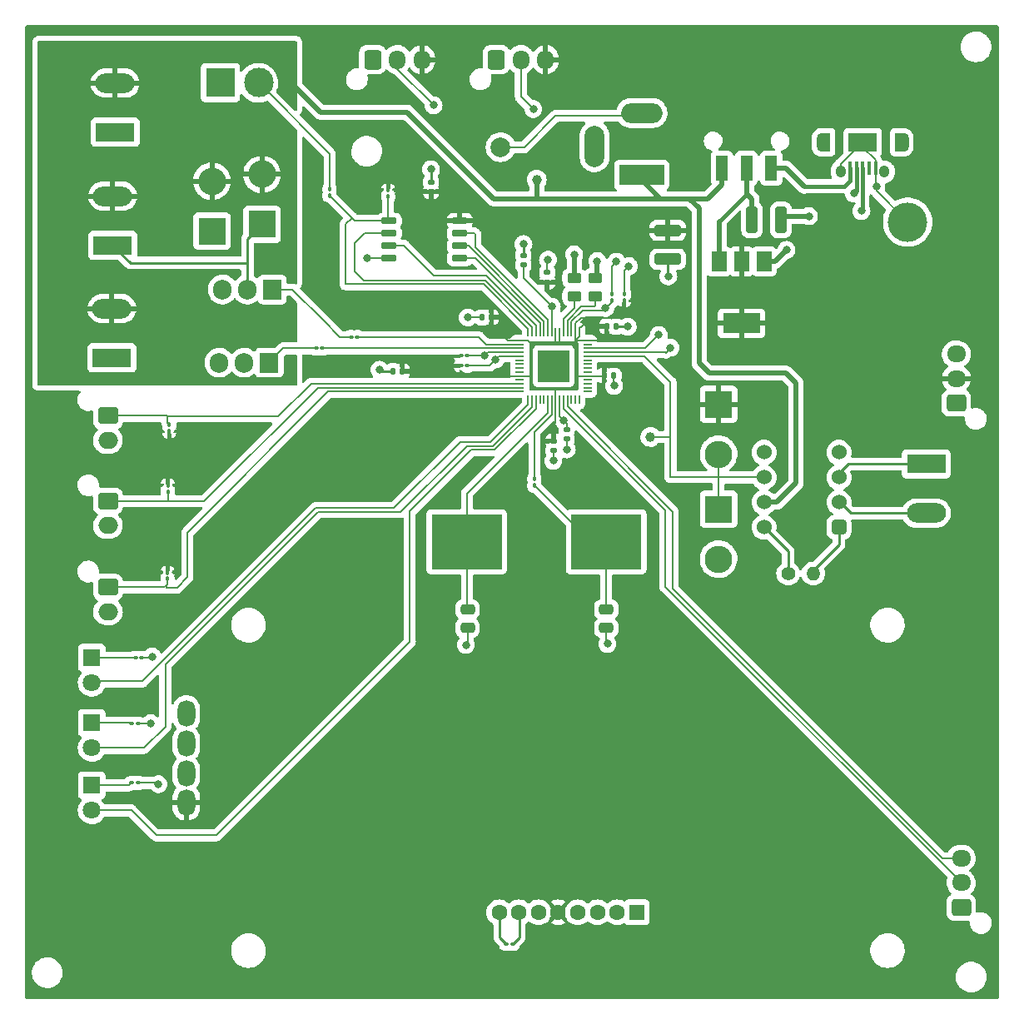
<source format=gbr>
%TF.GenerationSoftware,KiCad,Pcbnew,(6.0.7-1)-1*%
%TF.CreationDate,2022-10-11T16:14:11-05:00*%
%TF.ProjectId,Refill_Dispensary,52656669-6c6c-45f4-9469-7370656e7361,rev?*%
%TF.SameCoordinates,Original*%
%TF.FileFunction,Copper,L1,Top*%
%TF.FilePolarity,Positive*%
%FSLAX46Y46*%
G04 Gerber Fmt 4.6, Leading zero omitted, Abs format (unit mm)*
G04 Created by KiCad (PCBNEW (6.0.7-1)-1) date 2022-10-11 16:14:11*
%MOMM*%
%LPD*%
G01*
G04 APERTURE LIST*
G04 Aperture macros list*
%AMRoundRect*
0 Rectangle with rounded corners*
0 $1 Rounding radius*
0 $2 $3 $4 $5 $6 $7 $8 $9 X,Y pos of 4 corners*
0 Add a 4 corners polygon primitive as box body*
4,1,4,$2,$3,$4,$5,$6,$7,$8,$9,$2,$3,0*
0 Add four circle primitives for the rounded corners*
1,1,$1+$1,$2,$3*
1,1,$1+$1,$4,$5*
1,1,$1+$1,$6,$7*
1,1,$1+$1,$8,$9*
0 Add four rect primitives between the rounded corners*
20,1,$1+$1,$2,$3,$4,$5,0*
20,1,$1+$1,$4,$5,$6,$7,0*
20,1,$1+$1,$6,$7,$8,$9,0*
20,1,$1+$1,$8,$9,$2,$3,0*%
G04 Aperture macros list end*
%TA.AperFunction,SMDPad,CuDef*%
%ADD10R,7.175000X5.600000*%
%TD*%
%TA.AperFunction,ComponentPad*%
%ADD11R,2.800000X2.800000*%
%TD*%
%TA.AperFunction,ComponentPad*%
%ADD12O,2.800000X2.800000*%
%TD*%
%TA.AperFunction,SMDPad,CuDef*%
%ADD13RoundRect,0.140000X-0.170000X0.140000X-0.170000X-0.140000X0.170000X-0.140000X0.170000X0.140000X0*%
%TD*%
%TA.AperFunction,ComponentPad*%
%ADD14R,1.600000X1.600000*%
%TD*%
%TA.AperFunction,ComponentPad*%
%ADD15C,1.600000*%
%TD*%
%TA.AperFunction,ComponentPad*%
%ADD16O,1.800000X2.700000*%
%TD*%
%TA.AperFunction,SMDPad,CuDef*%
%ADD17RoundRect,0.100000X0.130000X0.100000X-0.130000X0.100000X-0.130000X-0.100000X0.130000X-0.100000X0*%
%TD*%
%TA.AperFunction,SMDPad,CuDef*%
%ADD18RoundRect,0.100000X-0.130000X-0.100000X0.130000X-0.100000X0.130000X0.100000X-0.130000X0.100000X0*%
%TD*%
%TA.AperFunction,ComponentPad*%
%ADD19C,0.600000*%
%TD*%
%TA.AperFunction,ComponentPad*%
%ADD20RoundRect,0.381000X0.381000X-0.381000X0.381000X0.381000X-0.381000X0.381000X-0.381000X-0.381000X0*%
%TD*%
%TA.AperFunction,ComponentPad*%
%ADD21C,1.524000*%
%TD*%
%TA.AperFunction,ComponentPad*%
%ADD22RoundRect,0.250000X0.725000X-0.600000X0.725000X0.600000X-0.725000X0.600000X-0.725000X-0.600000X0*%
%TD*%
%TA.AperFunction,ComponentPad*%
%ADD23O,1.950000X1.700000*%
%TD*%
%TA.AperFunction,ComponentPad*%
%ADD24R,4.600000X2.000000*%
%TD*%
%TA.AperFunction,ComponentPad*%
%ADD25O,4.200000X2.000000*%
%TD*%
%TA.AperFunction,ComponentPad*%
%ADD26O,2.000000X4.200000*%
%TD*%
%TA.AperFunction,SMDPad,CuDef*%
%ADD27C,1.000000*%
%TD*%
%TA.AperFunction,SMDPad,CuDef*%
%ADD28C,4.000000*%
%TD*%
%TA.AperFunction,SMDPad,CuDef*%
%ADD29RoundRect,0.100000X-0.100000X0.130000X-0.100000X-0.130000X0.100000X-0.130000X0.100000X0.130000X0*%
%TD*%
%TA.AperFunction,ComponentPad*%
%ADD30R,3.000000X3.000000*%
%TD*%
%TA.AperFunction,ComponentPad*%
%ADD31C,3.000000*%
%TD*%
%TA.AperFunction,SMDPad,CuDef*%
%ADD32RoundRect,0.140000X-0.140000X-0.170000X0.140000X-0.170000X0.140000X0.170000X-0.140000X0.170000X0*%
%TD*%
%TA.AperFunction,ComponentPad*%
%ADD33R,3.960000X1.980000*%
%TD*%
%TA.AperFunction,ComponentPad*%
%ADD34O,3.960000X1.980000*%
%TD*%
%TA.AperFunction,ComponentPad*%
%ADD35RoundRect,0.250000X-0.600000X-0.725000X0.600000X-0.725000X0.600000X0.725000X-0.600000X0.725000X0*%
%TD*%
%TA.AperFunction,ComponentPad*%
%ADD36O,1.700000X1.950000*%
%TD*%
%TA.AperFunction,SMDPad,CuDef*%
%ADD37R,1.500000X2.000000*%
%TD*%
%TA.AperFunction,SMDPad,CuDef*%
%ADD38R,3.800000X2.000000*%
%TD*%
%TA.AperFunction,ComponentPad*%
%ADD39R,1.800000X1.800000*%
%TD*%
%TA.AperFunction,ComponentPad*%
%ADD40C,1.800000*%
%TD*%
%TA.AperFunction,SMDPad,CuDef*%
%ADD41RoundRect,0.250000X0.475000X-0.250000X0.475000X0.250000X-0.475000X0.250000X-0.475000X-0.250000X0*%
%TD*%
%TA.AperFunction,ComponentPad*%
%ADD42C,1.400000*%
%TD*%
%TA.AperFunction,ComponentPad*%
%ADD43O,1.400000X1.400000*%
%TD*%
%TA.AperFunction,ComponentPad*%
%ADD44RoundRect,0.250000X-0.750000X0.600000X-0.750000X-0.600000X0.750000X-0.600000X0.750000X0.600000X0*%
%TD*%
%TA.AperFunction,ComponentPad*%
%ADD45O,2.000000X1.700000*%
%TD*%
%TA.AperFunction,SMDPad,CuDef*%
%ADD46RoundRect,0.140000X0.170000X-0.140000X0.170000X0.140000X-0.170000X0.140000X-0.170000X-0.140000X0*%
%TD*%
%TA.AperFunction,SMDPad,CuDef*%
%ADD47R,0.400000X1.350000*%
%TD*%
%TA.AperFunction,ComponentPad*%
%ADD48O,1.050000X1.250000*%
%TD*%
%TA.AperFunction,ComponentPad*%
%ADD49O,1.000000X1.900000*%
%TD*%
%TA.AperFunction,SMDPad,CuDef*%
%ADD50R,0.875000X1.900000*%
%TD*%
%TA.AperFunction,SMDPad,CuDef*%
%ADD51R,2.900000X1.900000*%
%TD*%
%TA.AperFunction,SMDPad,CuDef*%
%ADD52RoundRect,0.100000X0.100000X-0.130000X0.100000X0.130000X-0.100000X0.130000X-0.100000X-0.130000X0*%
%TD*%
%TA.AperFunction,SMDPad,CuDef*%
%ADD53C,2.000000*%
%TD*%
%TA.AperFunction,SMDPad,CuDef*%
%ADD54RoundRect,0.050000X-0.387500X-0.050000X0.387500X-0.050000X0.387500X0.050000X-0.387500X0.050000X0*%
%TD*%
%TA.AperFunction,SMDPad,CuDef*%
%ADD55RoundRect,0.050000X-0.050000X-0.387500X0.050000X-0.387500X0.050000X0.387500X-0.050000X0.387500X0*%
%TD*%
%TA.AperFunction,SMDPad,CuDef*%
%ADD56R,3.200000X3.200000*%
%TD*%
%TA.AperFunction,SMDPad,CuDef*%
%ADD57RoundRect,0.250000X-0.450000X0.262500X-0.450000X-0.262500X0.450000X-0.262500X0.450000X0.262500X0*%
%TD*%
%TA.AperFunction,SMDPad,CuDef*%
%ADD58R,1.250000X2.500000*%
%TD*%
%TA.AperFunction,ComponentPad*%
%ADD59R,1.905000X2.000000*%
%TD*%
%TA.AperFunction,ComponentPad*%
%ADD60O,1.905000X2.000000*%
%TD*%
%TA.AperFunction,SMDPad,CuDef*%
%ADD61RoundRect,0.140000X0.140000X0.170000X-0.140000X0.170000X-0.140000X-0.170000X0.140000X-0.170000X0*%
%TD*%
%TA.AperFunction,SMDPad,CuDef*%
%ADD62RoundRect,0.250000X-0.325000X-1.100000X0.325000X-1.100000X0.325000X1.100000X-0.325000X1.100000X0*%
%TD*%
%TA.AperFunction,SMDPad,CuDef*%
%ADD63RoundRect,0.150000X-0.650000X-0.150000X0.650000X-0.150000X0.650000X0.150000X-0.650000X0.150000X0*%
%TD*%
%TA.AperFunction,SMDPad,CuDef*%
%ADD64RoundRect,0.250000X-1.100000X0.325000X-1.100000X-0.325000X1.100000X-0.325000X1.100000X0.325000X0*%
%TD*%
%TA.AperFunction,ViaPad*%
%ADD65C,0.800000*%
%TD*%
%TA.AperFunction,Conductor*%
%ADD66C,0.200000*%
%TD*%
%TA.AperFunction,Conductor*%
%ADD67C,0.508000*%
%TD*%
%TA.AperFunction,Conductor*%
%ADD68C,0.254000*%
%TD*%
%TA.AperFunction,Conductor*%
%ADD69C,0.400000*%
%TD*%
%TA.AperFunction,Conductor*%
%ADD70C,0.381000*%
%TD*%
G04 APERTURE END LIST*
D10*
%TO.P,Y1,1,1*%
%TO.N,Net-(C6-Pad2)*%
X107647000Y-127381000D03*
%TO.P,Y1,2,2*%
%TO.N,/CLK_IN*%
X93472000Y-127381000D03*
%TD*%
D11*
%TO.P,D6,1,K*%
%TO.N,+3.3V*%
X119077000Y-113391750D03*
D12*
%TO.P,D6,2,A*%
%TO.N,/ADC0*%
X119077000Y-118471750D03*
%TD*%
D13*
%TO.P,C16,1*%
%TO.N,GND*%
X101660000Y-100000000D03*
%TO.P,C16,2*%
%TO.N,+3.3V*%
X101660000Y-100960000D03*
%TD*%
D14*
%TO.P,U4,1,~{RST}*%
%TO.N,unconnected-(U4-Pad1)*%
X110760000Y-165060000D03*
D15*
%TO.P,U4,2,SCL*%
%TO.N,/S_SCL*%
X108760000Y-165060000D03*
%TO.P,U4,3,SDA*%
%TO.N,/S_SDA*%
X106760000Y-165060000D03*
%TO.P,U4,4,VSS*%
%TO.N,GND*%
X104760000Y-165060000D03*
%TO.P,U4,5,VDD*%
%TO.N,+3.3V*%
X102760000Y-165060000D03*
%TO.P,U4,6,VOUT*%
%TO.N,unconnected-(U4-Pad6)*%
X100760000Y-165060000D03*
%TO.P,U4,7,C1+*%
%TO.N,Net-(C14-Pad1)*%
X98760000Y-165060000D03*
%TO.P,U4,8,C1-*%
%TO.N,Net-(C14-Pad2)*%
X96760000Y-165060000D03*
D16*
%TO.P,U4,9,A*%
%TO.N,+3.3V*%
X64948800Y-153884400D03*
%TO.P,U4,10,K*%
%TO.N,GND*%
X64948800Y-144842000D03*
%TO.P,U4,11*%
%TO.N,N/C*%
X64948800Y-147890000D03*
%TO.P,U4,12*%
X64948800Y-150938000D03*
%TD*%
D17*
%TO.P,C14,1*%
%TO.N,Net-(C14-Pad1)*%
X98130000Y-168270000D03*
%TO.P,C14,2*%
%TO.N,Net-(C14-Pad2)*%
X97490000Y-168270000D03*
%TD*%
D18*
%TO.P,R10,1*%
%TO.N,+3.3V*%
X92898000Y-108458000D03*
%TO.P,R10,2*%
%TO.N,/S_SDA*%
X93538000Y-108458000D03*
%TD*%
D19*
%TO.P,,57*%
%TO.N,GND*%
X102362000Y-110744000D03*
%TD*%
D20*
%TO.P,U5,1,Rg*%
%TO.N,Net-(R12-Pad2)*%
X131318000Y-125903000D03*
D21*
%TO.P,U5,2,-*%
%TO.N,/Load_cell+*%
X131318000Y-123363000D03*
%TO.P,U5,3,+*%
%TO.N,/Load_cell-*%
X131318000Y-120823000D03*
%TO.P,U5,4,Vs-*%
%TO.N,GND*%
X131318000Y-118283000D03*
%TO.P,U5,5,Ref*%
%TO.N,Net-(U5-Pad5)*%
X123698000Y-118283000D03*
%TO.P,U5,6*%
%TO.N,/ADC0*%
X123698000Y-120823000D03*
%TO.P,U5,7,Vs+*%
%TO.N,+12V*%
X123698000Y-123363000D03*
%TO.P,U5,8,Rg*%
%TO.N,Net-(R12-Pad1)*%
X123698000Y-125903000D03*
%TD*%
D22*
%TO.P,J14,1,Pin_1*%
%TO.N,GND*%
X143256000Y-113284000D03*
D23*
%TO.P,J14,2,Pin_2*%
%TO.N,+3.3V*%
X143256000Y-110784000D03*
%TO.P,J14,3,Pin_3*%
%TO.N,Net-(U5-Pad5)*%
X143256000Y-108284000D03*
%TD*%
D18*
%TO.P,R13,1*%
%TO.N,+3.3V*%
X92898000Y-109474000D03*
%TO.P,R13,2*%
%TO.N,/S_SCL*%
X93538000Y-109474000D03*
%TD*%
D24*
%TO.P,J3,1*%
%TO.N,+12V*%
X111267000Y-90077500D03*
D25*
%TO.P,J3,2*%
%TO.N,GND*%
X111267000Y-83777500D03*
D26*
%TO.P,J3,3*%
%TO.N,unconnected-(J3-Pad3)*%
X106467000Y-87177500D03*
%TD*%
D17*
%TO.P,R14,1*%
%TO.N,/V1*%
X82340000Y-106560000D03*
%TO.P,R14,2*%
%TO.N,Net-(Q1-Pad1)*%
X81700000Y-106560000D03*
%TD*%
%TO.P,R16,1*%
%TO.N,/V2*%
X78790000Y-107710000D03*
%TO.P,R16,2*%
%TO.N,Net-(Q2-Pad1)*%
X78150000Y-107710000D03*
%TD*%
D27*
%TO.P,ADC,1*%
%TO.N,/ADC0*%
X112141000Y-116713000D03*
%TD*%
D28*
%TO.P,GND,1*%
%TO.N,GND*%
X138303000Y-94869000D03*
%TD*%
D29*
%TO.P,R7,1*%
%TO.N,Net-(J4-Pad2)*%
X79502000Y-91501000D03*
%TO.P,R7,2*%
%TO.N,/QSPI_SS*%
X79502000Y-92141000D03*
%TD*%
D30*
%TO.P,J4,1,Pin_1*%
%TO.N,GND*%
X68412500Y-80700000D03*
D31*
%TO.P,J4,2,Pin_2*%
%TO.N,Net-(J4-Pad2)*%
X72292500Y-80700000D03*
%TD*%
D19*
%TO.P,,57*%
%TO.N,GND*%
X100965000Y-109347000D03*
%TD*%
D11*
%TO.P,D5,1,K*%
%TO.N,Net-(D5-Pad1)*%
X67560000Y-95780051D03*
D12*
%TO.P,D5,2,A*%
%TO.N,+12V*%
X67560000Y-90700051D03*
%TD*%
D32*
%TO.P,C15,1*%
%TO.N,GND*%
X85950000Y-110020000D03*
%TO.P,C15,2*%
%TO.N,+3.3V*%
X86910000Y-110020000D03*
%TD*%
D29*
%TO.P,R8,1*%
%TO.N,+3.3V*%
X85471000Y-91628000D03*
%TO.P,R8,2*%
%TO.N,/QSPI_SS*%
X85471000Y-92268000D03*
%TD*%
D17*
%TO.P,R1,1*%
%TO.N,GND*%
X60412000Y-139175000D03*
%TO.P,R1,2*%
%TO.N,Net-(D1-Pad1)*%
X59772000Y-139175000D03*
%TD*%
D33*
%TO.P,J7,1,Pin_1*%
%TO.N,Net-(D4-Pad1)*%
X57465500Y-97225000D03*
D34*
%TO.P,J7,2,Pin_2*%
%TO.N,+12V*%
X57465500Y-92225000D03*
%TD*%
D35*
%TO.P,J9,1,Pin_1*%
%TO.N,GND*%
X83890000Y-78345000D03*
D36*
%TO.P,J9,2,Pin_2*%
%TO.N,/P2*%
X86390000Y-78345000D03*
%TO.P,J9,3,Pin_3*%
%TO.N,+3.3V*%
X88890000Y-78345000D03*
%TD*%
D19*
%TO.P,,57*%
%TO.N,GND*%
X103632000Y-110744000D03*
%TD*%
D37*
%TO.P,U2,1,GND*%
%TO.N,GND*%
X123712000Y-98865500D03*
%TO.P,U2,2,VO*%
%TO.N,+3.3V*%
X121412000Y-98865500D03*
D38*
X121412000Y-105165500D03*
D37*
%TO.P,U2,3,VI*%
%TO.N,Net-(C2-Pad1)*%
X119112000Y-98865500D03*
%TD*%
D17*
%TO.P,R2,1*%
%TO.N,GND*%
X60012000Y-145868500D03*
%TO.P,R2,2*%
%TO.N,Net-(D2-Pad1)*%
X59372000Y-145868500D03*
%TD*%
D33*
%TO.P,J8,1,Pin_1*%
%TO.N,Net-(D5-Pad1)*%
X57380000Y-108660000D03*
D34*
%TO.P,J8,2,Pin_2*%
%TO.N,+12V*%
X57380000Y-103660000D03*
%TD*%
D39*
%TO.P,D3,1,K*%
%TO.N,Net-(D3-Pad1)*%
X55325000Y-152150000D03*
D40*
%TO.P,D3,2,A*%
%TO.N,/LED3*%
X55325000Y-154690000D03*
%TD*%
D17*
%TO.P,R3,1*%
%TO.N,GND*%
X60012000Y-151896000D03*
%TO.P,R3,2*%
%TO.N,Net-(D3-Pad1)*%
X59372000Y-151896000D03*
%TD*%
D39*
%TO.P,D1,1,K*%
%TO.N,Net-(D1-Pad1)*%
X55325000Y-139170000D03*
D40*
%TO.P,D1,2,A*%
%TO.N,/LED1*%
X55325000Y-141710000D03*
%TD*%
D19*
%TO.P,,57*%
%TO.N,GND*%
X100965000Y-108204000D03*
%TD*%
D39*
%TO.P,D2,1,K*%
%TO.N,Net-(D2-Pad1)*%
X55325000Y-145800000D03*
D40*
%TO.P,D2,2,A*%
%TO.N,/LED2*%
X55325000Y-148340000D03*
%TD*%
D41*
%TO.P,C6,1*%
%TO.N,GND*%
X107647000Y-136139000D03*
%TO.P,C6,2*%
%TO.N,Net-(C6-Pad2)*%
X107647000Y-134239000D03*
%TD*%
D42*
%TO.P,R12,1*%
%TO.N,Net-(R12-Pad1)*%
X126163000Y-130602000D03*
D43*
%TO.P,R12,2*%
%TO.N,Net-(R12-Pad2)*%
X128703000Y-130602000D03*
%TD*%
D44*
%TO.P,J12,1,Pin_1*%
%TO.N,/SW1*%
X56975000Y-114570000D03*
D45*
%TO.P,J12,2,Pin_2*%
%TO.N,GND*%
X56975000Y-117070000D03*
%TD*%
D46*
%TO.P,C4,1*%
%TO.N,+3.3V*%
X89830000Y-91760000D03*
%TO.P,C4,2*%
%TO.N,GND*%
X89830000Y-90800000D03*
%TD*%
D27*
%TO.P,12V,1*%
%TO.N,+12V*%
X100584000Y-90551000D03*
%TD*%
D41*
%TO.P,C5,1*%
%TO.N,GND*%
X93550000Y-136139000D03*
%TO.P,C5,2*%
%TO.N,/CLK_IN*%
X93550000Y-134239000D03*
%TD*%
D47*
%TO.P,J1,1,VBUS*%
%TO.N,Net-(J1-Pad1)*%
X132431000Y-89425500D03*
%TO.P,J1,2,D-*%
%TO.N,/USB_D-*%
X133081000Y-89425500D03*
%TO.P,J1,3,D+*%
%TO.N,/USB_D+*%
X133731000Y-89425500D03*
%TO.P,J1,4,ID*%
%TO.N,unconnected-(J1-Pad4)*%
X134381000Y-89425500D03*
%TO.P,J1,5,GND*%
%TO.N,GND*%
X135031000Y-89425500D03*
D48*
%TO.P,J1,6,Shield*%
X135956000Y-89750500D03*
D49*
X129556000Y-86750500D03*
D48*
X131506000Y-89750500D03*
D50*
X137468500Y-86750500D03*
D49*
X137906000Y-86750500D03*
D50*
X129993500Y-86750500D03*
D51*
X133731000Y-86750500D03*
%TD*%
D52*
%TO.P,R11,1*%
%TO.N,Net-(C6-Pad2)*%
X100330000Y-121641000D03*
%TO.P,R11,2*%
%TO.N,/CLK_OUT*%
X100330000Y-121001000D03*
%TD*%
D44*
%TO.P,J11,1,Pin_1*%
%TO.N,/SW3*%
X56975000Y-132000000D03*
D45*
%TO.P,J11,2,Pin_2*%
%TO.N,GND*%
X56975000Y-134500000D03*
%TD*%
D53*
%TO.P,GND,1*%
%TO.N,GND*%
X96901000Y-87249000D03*
%TD*%
D54*
%TO.P,U1,1,IOVDD*%
%TO.N,+3.3V*%
X98872000Y-106910000D03*
%TO.P,U1,2,GPIO0*%
%TO.N,/V1*%
X98872000Y-107310000D03*
%TO.P,U1,3,GPIO1*%
%TO.N,/V2*%
X98872000Y-107710000D03*
%TO.P,U1,4,GPIO2*%
%TO.N,/S_SDA*%
X98872000Y-108110000D03*
%TO.P,U1,5,GPIO3*%
%TO.N,/S_SCL*%
X98872000Y-108510000D03*
%TO.P,U1,6,GPIO4*%
%TO.N,unconnected-(U1-Pad6)*%
X98872000Y-108910000D03*
%TO.P,U1,7,GPIO5*%
%TO.N,unconnected-(U1-Pad7)*%
X98872000Y-109310000D03*
%TO.P,U1,8,GPIO6*%
%TO.N,unconnected-(U1-Pad8)*%
X98872000Y-109710000D03*
%TO.P,U1,9,GPIO7*%
%TO.N,unconnected-(U1-Pad9)*%
X98872000Y-110110000D03*
%TO.P,U1,10,IOVDD*%
%TO.N,+3.3V*%
X98872000Y-110510000D03*
%TO.P,U1,11,GPIO8*%
%TO.N,unconnected-(U1-Pad11)*%
X98872000Y-110910000D03*
%TO.P,U1,12,GPIO9*%
%TO.N,/SW1*%
X98872000Y-111310000D03*
%TO.P,U1,13,GPIO10*%
%TO.N,/SW2*%
X98872000Y-111710000D03*
%TO.P,U1,14,GPIO11*%
%TO.N,/SW3*%
X98872000Y-112110000D03*
D55*
%TO.P,U1,15,GPIO12*%
%TO.N,/LED1*%
X99709500Y-112947500D03*
%TO.P,U1,16,GPIO13*%
%TO.N,/LED2*%
X100109500Y-112947500D03*
%TO.P,U1,17,GPIO14*%
%TO.N,/LED3*%
X100509500Y-112947500D03*
%TO.P,U1,18,GPIO15*%
%TO.N,unconnected-(U1-Pad18)*%
X100909500Y-112947500D03*
%TO.P,U1,19,TESTEN*%
%TO.N,unconnected-(U1-Pad19)*%
X101309500Y-112947500D03*
%TO.P,U1,20,XIN*%
%TO.N,/CLK_IN*%
X101709500Y-112947500D03*
%TO.P,U1,21,XOUT*%
%TO.N,/CLK_OUT*%
X102109500Y-112947500D03*
%TO.P,U1,22,IOVDD*%
%TO.N,+3.3V*%
X102509500Y-112947500D03*
%TO.P,U1,23,DVDD*%
%TO.N,+1V1*%
X102909500Y-112947500D03*
%TO.P,U1,24,SWCLK*%
%TO.N,/SWCLK*%
X103309500Y-112947500D03*
%TO.P,U1,25,SWD*%
%TO.N,/SWD*%
X103709500Y-112947500D03*
%TO.P,U1,26,RUN*%
%TO.N,unconnected-(U1-Pad26)*%
X104109500Y-112947500D03*
%TO.P,U1,27,GPIO16*%
%TO.N,unconnected-(U1-Pad27)*%
X104509500Y-112947500D03*
%TO.P,U1,28,GPIO17*%
%TO.N,unconnected-(U1-Pad28)*%
X104909500Y-112947500D03*
D54*
%TO.P,U1,29,GPIO18*%
%TO.N,unconnected-(U1-Pad29)*%
X105747000Y-112110000D03*
%TO.P,U1,30,GPIO19*%
%TO.N,unconnected-(U1-Pad30)*%
X105747000Y-111710000D03*
%TO.P,U1,31,GPIO20*%
%TO.N,unconnected-(U1-Pad31)*%
X105747000Y-111310000D03*
%TO.P,U1,32,GPIO21*%
%TO.N,unconnected-(U1-Pad32)*%
X105747000Y-110910000D03*
%TO.P,U1,33,IOVDD*%
%TO.N,+3.3V*%
X105747000Y-110510000D03*
%TO.P,U1,34,GPIO22*%
%TO.N,unconnected-(U1-Pad34)*%
X105747000Y-110110000D03*
%TO.P,U1,35,GPIO23*%
%TO.N,unconnected-(U1-Pad35)*%
X105747000Y-109710000D03*
%TO.P,U1,36,GPIO24*%
%TO.N,unconnected-(U1-Pad36)*%
X105747000Y-109310000D03*
%TO.P,U1,37,GPIO25*%
%TO.N,unconnected-(U1-Pad37)*%
X105747000Y-108910000D03*
%TO.P,U1,38,GPIO26_ADC0*%
%TO.N,/ADC0*%
X105747000Y-108510000D03*
%TO.P,U1,39,GPIO27_ADC1*%
%TO.N,/P1*%
X105747000Y-108110000D03*
%TO.P,U1,40,GPIO28_ADC2*%
%TO.N,/P2*%
X105747000Y-107710000D03*
%TO.P,U1,41,GPIO29_ADC3*%
%TO.N,unconnected-(U1-Pad41)*%
X105747000Y-107310000D03*
%TO.P,U1,42,IOVDD*%
%TO.N,+3.3V*%
X105747000Y-106910000D03*
D55*
%TO.P,U1,43,ADC_AVDD*%
X104909500Y-106072500D03*
%TO.P,U1,44,VREG_IN*%
X104509500Y-106072500D03*
%TO.P,U1,45,VREG_VOUT*%
%TO.N,+1V1*%
X104109500Y-106072500D03*
%TO.P,U1,46,USB_DM*%
%TO.N,Net-(R15-Pad2)*%
X103709500Y-106072500D03*
%TO.P,U1,47,USB_DP*%
%TO.N,Net-(R9-Pad2)*%
X103309500Y-106072500D03*
%TO.P,U1,48,USB_VDD*%
%TO.N,+3.3V*%
X102909500Y-106072500D03*
%TO.P,U1,49,IOVDD*%
X102509500Y-106072500D03*
%TO.P,U1,50,DVDD*%
%TO.N,+1V1*%
X102109500Y-106072500D03*
%TO.P,U1,51,QSPI_SD3*%
%TO.N,/QSPI_SD3*%
X101709500Y-106072500D03*
%TO.P,U1,52,QSPI_SCLK*%
%TO.N,/QSPI_SCLK*%
X101309500Y-106072500D03*
%TO.P,U1,53,QSPI_SD0*%
%TO.N,/QSPI_SD0*%
X100909500Y-106072500D03*
%TO.P,U1,54,QSPI_SD2*%
%TO.N,/QSPI_SD2*%
X100509500Y-106072500D03*
%TO.P,U1,55,QSPI_SD1*%
%TO.N,/QSPI_SD1*%
X100109500Y-106072500D03*
%TO.P,U1,56,QSPI_SS*%
%TO.N,/QSPI_SS*%
X99709500Y-106072500D03*
D56*
%TO.P,U1,57,GND*%
%TO.N,GND*%
X102309500Y-109510000D03*
%TD*%
D19*
%TO.P,,57*%
%TO.N,GND*%
X102362000Y-108204000D03*
%TD*%
D57*
%TO.P,R9,1*%
%TO.N,/USB_D+*%
X104394000Y-100560500D03*
%TO.P,R9,2*%
%TO.N,Net-(R9-Pad2)*%
X104394000Y-102385500D03*
%TD*%
D52*
%TO.P,C8,1*%
%TO.N,+1V1*%
X108204000Y-102809000D03*
%TO.P,C8,2*%
%TO.N,GND*%
X108204000Y-102169000D03*
%TD*%
D58*
%TO.P,SW4,1,A*%
%TO.N,Net-(J1-Pad1)*%
X124420000Y-89373500D03*
%TO.P,SW4,2,B*%
%TO.N,Net-(C2-Pad1)*%
X121920000Y-89373500D03*
%TO.P,SW4,3,C*%
%TO.N,+12V*%
X119420000Y-89373500D03*
%TD*%
D59*
%TO.P,Q2,1,B*%
%TO.N,Net-(Q2-Pad1)*%
X73370000Y-109165000D03*
D60*
%TO.P,Q2,2,C*%
%TO.N,Net-(D5-Pad1)*%
X70830000Y-109165000D03*
%TO.P,Q2,3,E*%
%TO.N,GND*%
X68290000Y-109165000D03*
%TD*%
D46*
%TO.P,C11,1*%
%TO.N,GND*%
X102270000Y-118120000D03*
%TO.P,C11,2*%
%TO.N,+3.3V*%
X102270000Y-117160000D03*
%TD*%
D61*
%TO.P,C10,1*%
%TO.N,GND*%
X108430000Y-110490000D03*
%TO.P,C10,2*%
%TO.N,+3.3V*%
X107470000Y-110490000D03*
%TD*%
D11*
%TO.P,D4,1,K*%
%TO.N,Net-(D4-Pad1)*%
X72650000Y-95090000D03*
D12*
%TO.P,D4,2,A*%
%TO.N,+12V*%
X72650000Y-90010000D03*
%TD*%
D52*
%TO.P,C12,1*%
%TO.N,+3.3V*%
X109474000Y-102809000D03*
%TO.P,C12,2*%
%TO.N,GND*%
X109474000Y-102169000D03*
%TD*%
D33*
%TO.P,J5,1,Pin_1*%
%TO.N,GND*%
X57710000Y-85725000D03*
D34*
%TO.P,J5,2,Pin_2*%
%TO.N,+12V*%
X57710000Y-80725000D03*
%TD*%
D29*
%TO.P,R4,1*%
%TO.N,/SW1*%
X63207500Y-115504000D03*
%TO.P,R4,2*%
%TO.N,+3.3V*%
X63207500Y-116144000D03*
%TD*%
D32*
%TO.P,C13,1*%
%TO.N,GND*%
X95010000Y-104560000D03*
%TO.P,C13,2*%
%TO.N,+3.3V*%
X95970000Y-104560000D03*
%TD*%
D11*
%TO.P,D7,1,K*%
%TO.N,/ADC0*%
X119077000Y-124059750D03*
D12*
%TO.P,D7,2,A*%
%TO.N,GND*%
X119077000Y-129139750D03*
%TD*%
D22*
%TO.P,J13,1,Pin_1*%
%TO.N,GND*%
X143747000Y-164552000D03*
D23*
%TO.P,J13,2,Pin_2*%
%TO.N,/SWCLK*%
X143747000Y-162052000D03*
%TO.P,J13,3,Pin_3*%
%TO.N,/SWD*%
X143747000Y-159552000D03*
%TD*%
D52*
%TO.P,R6,1*%
%TO.N,/SW3*%
X63037500Y-131150000D03*
%TO.P,R6,2*%
%TO.N,+3.3V*%
X63037500Y-130510000D03*
%TD*%
D62*
%TO.P,C2,1*%
%TO.N,Net-(C2-Pad1)*%
X122477000Y-94649500D03*
%TO.P,C2,2*%
%TO.N,GND*%
X125427000Y-94649500D03*
%TD*%
D19*
%TO.P,,57*%
%TO.N,GND*%
X100965000Y-110744000D03*
%TD*%
D63*
%TO.P,U3,1,~{CS}*%
%TO.N,/QSPI_SS*%
X85554000Y-94742000D03*
%TO.P,U3,2,DO(IO1)*%
%TO.N,/QSPI_SD1*%
X85554000Y-96012000D03*
%TO.P,U3,3,IO2*%
%TO.N,/QSPI_SD2*%
X85554000Y-97282000D03*
%TO.P,U3,4,GND*%
%TO.N,GND*%
X85554000Y-98552000D03*
%TO.P,U3,5,DI(IO0)*%
%TO.N,/QSPI_SD0*%
X92754000Y-98552000D03*
%TO.P,U3,6,CLK*%
%TO.N,/QSPI_SCLK*%
X92754000Y-97282000D03*
%TO.P,U3,7,IO3*%
%TO.N,/QSPI_SD3*%
X92754000Y-96012000D03*
%TO.P,U3,8,VCC*%
%TO.N,+3.3V*%
X92754000Y-94742000D03*
%TD*%
D19*
%TO.P,,57*%
%TO.N,GND*%
X103632000Y-109347000D03*
%TD*%
D57*
%TO.P,R15,1*%
%TO.N,/USB_D-*%
X106553000Y-100560500D03*
%TO.P,R15,2*%
%TO.N,Net-(R15-Pad2)*%
X106553000Y-102385500D03*
%TD*%
D61*
%TO.P,C9,1*%
%TO.N,GND*%
X108660000Y-105500000D03*
%TO.P,C9,2*%
%TO.N,+3.3V*%
X107700000Y-105500000D03*
%TD*%
D44*
%TO.P,J10,1,Pin_1*%
%TO.N,/SW2*%
X56975000Y-123230000D03*
D45*
%TO.P,J10,2,Pin_2*%
%TO.N,GND*%
X56975000Y-125730000D03*
%TD*%
D19*
%TO.P,,57*%
%TO.N,GND*%
X103632000Y-108204000D03*
%TD*%
D33*
%TO.P,J6,1,Pin_1*%
%TO.N,/Load_cell-*%
X140208000Y-119460000D03*
D34*
%TO.P,J6,2,Pin_2*%
%TO.N,/Load_cell+*%
X140208000Y-124460000D03*
%TD*%
D52*
%TO.P,R5,1*%
%TO.N,/SW2*%
X63067500Y-122280000D03*
%TO.P,R5,2*%
%TO.N,+3.3V*%
X63067500Y-121640000D03*
%TD*%
D13*
%TO.P,C1,1*%
%TO.N,GND*%
X99230000Y-98241500D03*
%TO.P,C1,2*%
%TO.N,+1V1*%
X99230000Y-99201500D03*
%TD*%
D35*
%TO.P,J2,1,Pin_1*%
%TO.N,GND*%
X96470000Y-78345000D03*
D36*
%TO.P,J2,2,Pin_2*%
%TO.N,/P1*%
X98970000Y-78345000D03*
%TO.P,J2,3,Pin_3*%
%TO.N,+3.3V*%
X101470000Y-78345000D03*
%TD*%
D46*
%TO.P,C7,1*%
%TO.N,GND*%
X103632000Y-116939000D03*
%TO.P,C7,2*%
%TO.N,+1V1*%
X103632000Y-115979000D03*
%TD*%
D59*
%TO.P,Q1,1,B*%
%TO.N,Net-(Q1-Pad1)*%
X73690000Y-101720000D03*
D60*
%TO.P,Q1,2,C*%
%TO.N,Net-(D4-Pad1)*%
X71150000Y-101720000D03*
%TO.P,Q1,3,E*%
%TO.N,GND*%
X68610000Y-101720000D03*
%TD*%
D64*
%TO.P,C3,1*%
%TO.N,+3.3V*%
X113920000Y-95700000D03*
%TO.P,C3,2*%
%TO.N,GND*%
X113920000Y-98650000D03*
%TD*%
D19*
%TO.P,,57*%
%TO.N,GND*%
X102362000Y-109347000D03*
%TD*%
D65*
%TO.N,+3.3V*%
X85471000Y-126111000D03*
X87060000Y-104070000D03*
X89027000Y-113919000D03*
X88900000Y-108966000D03*
%TO.N,/S_SCL*%
X96393000Y-108839000D03*
%TO.N,GND*%
X101730000Y-98690000D03*
X135128000Y-91220500D03*
X61489000Y-139048000D03*
X107770000Y-137770000D03*
X113963000Y-100389500D03*
X109831000Y-105500000D03*
X125984000Y-97697500D03*
X62105000Y-152028000D03*
X83340000Y-98530000D03*
X99230000Y-97098500D03*
X89830000Y-89502000D03*
X93585000Y-104560000D03*
X109940000Y-99350000D03*
X103632000Y-117983000D03*
X128270000Y-94268500D03*
X93370000Y-137870000D03*
X84590000Y-109880000D03*
X61330000Y-145830000D03*
X108688550Y-98900500D03*
X102270000Y-119136000D03*
X108458000Y-111506000D03*
%TO.N,/USB_D-*%
X106740000Y-98830000D03*
X132842000Y-91948000D03*
%TO.N,/USB_D+*%
X133604000Y-93726000D03*
X104394000Y-98160000D03*
%TO.N,/S_SDA*%
X95250000Y-108458000D03*
%TO.N,/P1*%
X100230000Y-83370000D03*
X114180000Y-107650000D03*
%TO.N,/P2*%
X112990000Y-106350000D03*
X90090000Y-82980000D03*
%TO.N,+1V1*%
X102109500Y-103469500D03*
X107560000Y-103590000D03*
X103338000Y-115022000D03*
%TD*%
D66*
%TO.N,+3.3V*%
X105087000Y-104590000D02*
X108389000Y-104590000D01*
X104521000Y-106061000D02*
X104521000Y-105156000D01*
X104909500Y-105529500D02*
X105120500Y-105529500D01*
X102509500Y-112947500D02*
X102509500Y-115220500D01*
X104510000Y-106910000D02*
X104509500Y-106909500D01*
X107450000Y-110510000D02*
X107470000Y-110490000D01*
X98872000Y-106910000D02*
X97670000Y-106910000D01*
X102509500Y-106072500D02*
X102509500Y-107040500D01*
X102909500Y-107209500D02*
X102920000Y-107220000D01*
X102909500Y-106072500D02*
X102909500Y-107209500D01*
X102509500Y-115220500D02*
X102430000Y-115300000D01*
X108389000Y-104590000D02*
X109474000Y-103505000D01*
X102509500Y-107040500D02*
X102450000Y-107100000D01*
X98872000Y-110510000D02*
X99990000Y-110510000D01*
X104909500Y-106509500D02*
X104509500Y-106909500D01*
X97670000Y-106910000D02*
X97130000Y-106370000D01*
X105747000Y-106910000D02*
X106970000Y-106910000D01*
X104509500Y-106909500D02*
X104509500Y-106072500D01*
X104790000Y-110510000D02*
X104770000Y-110530000D01*
X104909500Y-105529500D02*
X104909500Y-106072500D01*
X104510000Y-106910000D02*
X104510000Y-107250000D01*
X105747000Y-106910000D02*
X104650000Y-106910000D01*
X98872000Y-110510000D02*
X97700000Y-110510000D01*
X105747000Y-110510000D02*
X107450000Y-110510000D01*
X104509500Y-106072500D02*
X104521000Y-106061000D01*
X104650000Y-106910000D02*
X104510000Y-106910000D01*
X104909500Y-106072500D02*
X104909500Y-106509500D01*
X104521000Y-105156000D02*
X105087000Y-104590000D01*
X98872000Y-106910000D02*
X99670000Y-106910000D01*
X105120500Y-105529500D02*
X105480000Y-105170000D01*
X105747000Y-110510000D02*
X104790000Y-110510000D01*
X99670000Y-106910000D02*
X100020000Y-107260000D01*
X109474000Y-103505000D02*
X109474000Y-102809000D01*
X102509500Y-112947500D02*
X102509500Y-111880500D01*
%TO.N,/S_SCL*%
X96722000Y-108510000D02*
X96393000Y-108839000D01*
X95758000Y-109474000D02*
X93538000Y-109474000D01*
X98872000Y-108510000D02*
X96722000Y-108510000D01*
X96393000Y-108839000D02*
X95758000Y-109474000D01*
%TO.N,GND*%
X101660000Y-98760000D02*
X101730000Y-98690000D01*
X113920000Y-100350000D02*
X113959500Y-100389500D01*
X111267000Y-83777500D02*
X110974500Y-84070000D01*
X108204000Y-99385050D02*
X108688550Y-98900500D01*
D67*
X124816000Y-98865500D02*
X125984000Y-97697500D01*
D66*
X135128000Y-91694000D02*
X138303000Y-94869000D01*
X108204000Y-102169000D02*
X108204000Y-99385050D01*
X85554000Y-98552000D02*
X83362000Y-98552000D01*
X99314000Y-87249000D02*
X96901000Y-87249000D01*
X61291500Y-145868500D02*
X61330000Y-145830000D01*
X135128000Y-91220500D02*
X135128000Y-91694000D01*
X95010000Y-104560000D02*
X93585000Y-104560000D01*
X102493000Y-84070000D02*
X99314000Y-87249000D01*
X135031000Y-89425500D02*
X135031000Y-91123500D01*
X108458000Y-111506000D02*
X108430000Y-111478000D01*
D68*
X108660000Y-105500000D02*
X109831000Y-105500000D01*
X84730000Y-110020000D02*
X84590000Y-109880000D01*
D66*
X103632000Y-116939000D02*
X103632000Y-117983000D01*
X135031000Y-91123500D02*
X135128000Y-91220500D01*
D68*
X113920000Y-98650000D02*
X113920000Y-100350000D01*
D66*
X131506000Y-88975500D02*
X133731000Y-86750500D01*
X110974500Y-84070000D02*
X102493000Y-84070000D01*
X60012000Y-151896000D02*
X61973000Y-151896000D01*
X93550000Y-137690000D02*
X93370000Y-137870000D01*
X102270000Y-119065000D02*
X102270000Y-118120000D01*
X93550000Y-136139000D02*
X93550000Y-137690000D01*
X125427000Y-94649500D02*
X125808000Y-94268500D01*
X135031000Y-88550500D02*
X133731000Y-87250500D01*
X101660000Y-100000000D02*
X101660000Y-98760000D01*
X83362000Y-98552000D02*
X83340000Y-98530000D01*
D67*
X123712000Y-98865500D02*
X124816000Y-98865500D01*
D66*
X107647000Y-137647000D02*
X107770000Y-137770000D01*
X131506000Y-89750500D02*
X131506000Y-88975500D01*
X135031000Y-89425500D02*
X135031000Y-88550500D01*
X113959500Y-100389500D02*
X113963000Y-100389500D01*
X61973000Y-151896000D02*
X62105000Y-152028000D01*
X108430000Y-111478000D02*
X108430000Y-110490000D01*
X60412000Y-139175000D02*
X61362000Y-139175000D01*
D68*
X89830000Y-90800000D02*
X89830000Y-89502000D01*
D66*
X107647000Y-136139000D02*
X107647000Y-137647000D01*
X109474000Y-99816000D02*
X109940000Y-99350000D01*
D67*
X125808000Y-94268500D02*
X128270000Y-94268500D01*
D66*
X133731000Y-87250500D02*
X133731000Y-86750500D01*
D68*
X99230000Y-97098500D02*
X99230000Y-98241500D01*
D66*
X109474000Y-102169000D02*
X109474000Y-99816000D01*
D68*
X85950000Y-110020000D02*
X84730000Y-110020000D01*
D66*
X61362000Y-139175000D02*
X61489000Y-139048000D01*
X60012000Y-145868500D02*
X61291500Y-145868500D01*
D67*
%TO.N,Net-(C2-Pad1)*%
X121920000Y-91982500D02*
X122477000Y-92539500D01*
X121920000Y-89373500D02*
X121920000Y-91982500D01*
D69*
X121920000Y-91982500D02*
X119112000Y-94790500D01*
D67*
X119112000Y-94790500D02*
X119112000Y-98865500D01*
X122477000Y-92539500D02*
X122477000Y-94649500D01*
D66*
%TO.N,Net-(C6-Pad2)*%
X107647000Y-127381000D02*
X106070000Y-127381000D01*
X107647000Y-127381000D02*
X107647000Y-134239000D01*
X106070000Y-127381000D02*
X100330000Y-121641000D01*
%TO.N,Net-(D1-Pad1)*%
X55325000Y-139170000D02*
X59767000Y-139170000D01*
X59767000Y-139170000D02*
X59772000Y-139175000D01*
%TO.N,/LED1*%
X86080372Y-123949628D02*
X92800000Y-117230000D01*
X55520000Y-141710000D02*
X55650000Y-141580000D01*
X78107372Y-123949628D02*
X86080372Y-123949628D01*
X60477000Y-141580000D02*
X78107372Y-123949628D01*
X55650000Y-141580000D02*
X60477000Y-141580000D01*
X99709500Y-113396500D02*
X99709500Y-112947500D01*
X95876000Y-117230000D02*
X99709500Y-113396500D01*
X92800000Y-117230000D02*
X95876000Y-117230000D01*
%TO.N,Net-(D2-Pad1)*%
X55325000Y-145800000D02*
X59303500Y-145800000D01*
X59303500Y-145800000D02*
X59372000Y-145868500D01*
%TO.N,/LED2*%
X96130000Y-117630000D02*
X100109500Y-113650500D01*
X78342372Y-124349628D02*
X86750372Y-124349628D01*
X55120000Y-148340000D02*
X60623450Y-148340000D01*
X93470000Y-117630000D02*
X96130000Y-117630000D01*
X86750372Y-124349628D02*
X93470000Y-117630000D01*
X100109500Y-113650500D02*
X100109500Y-112947500D01*
X62805000Y-146158450D02*
X62805000Y-139887000D01*
X62805000Y-139887000D02*
X78342372Y-124349628D01*
X60623450Y-148340000D02*
X62805000Y-146158450D01*
%TO.N,Net-(D3-Pad1)*%
X59372000Y-151896000D02*
X59118000Y-152150000D01*
X59118000Y-152150000D02*
X55325000Y-152150000D01*
%TO.N,/LED3*%
X61890000Y-157230000D02*
X67990000Y-157230000D01*
X93920000Y-118030000D02*
X96295686Y-118030000D01*
X59350000Y-154690000D02*
X61890000Y-157230000D01*
X87680000Y-124270000D02*
X93920000Y-118030000D01*
X54866000Y-154690000D02*
X59350000Y-154690000D01*
X87680000Y-137540000D02*
X87680000Y-124270000D01*
X67990000Y-157230000D02*
X87680000Y-137540000D01*
X100509500Y-113816186D02*
X100509500Y-112947500D01*
X96295686Y-118030000D02*
X100509500Y-113816186D01*
%TO.N,/ADC0*%
X112141000Y-116713000D02*
X114173000Y-116713000D01*
X114193695Y-120796250D02*
X114193695Y-116733695D01*
X114173000Y-116713000D02*
X114193695Y-116733695D01*
X114193695Y-116733695D02*
X114193695Y-111145695D01*
X123698000Y-120823000D02*
X119090000Y-120823000D01*
X119090000Y-120823000D02*
X119063250Y-120796250D01*
X119077000Y-120810000D02*
X119077000Y-118471750D01*
X119063250Y-120796250D02*
X114193695Y-120796250D01*
X119077000Y-124059750D02*
X119077000Y-120810000D01*
X114193695Y-111145695D02*
X111558000Y-108510000D01*
X119090000Y-120823000D02*
X119077000Y-120810000D01*
X111558000Y-108510000D02*
X105747000Y-108510000D01*
D67*
%TO.N,Net-(J1-Pad1)*%
X124420000Y-89373500D02*
X125915000Y-89373500D01*
D70*
X127762000Y-91220500D02*
X131826000Y-91220500D01*
D67*
X125915000Y-89373500D02*
X127762000Y-91220500D01*
D70*
X132431000Y-90615500D02*
X132431000Y-89425500D01*
X131826000Y-91220500D02*
X132431000Y-90615500D01*
%TO.N,/USB_D-*%
X133081000Y-89425500D02*
X133081000Y-91709000D01*
D68*
X106680000Y-100433500D02*
X106553000Y-100560500D01*
X133081000Y-91709000D02*
X132842000Y-91948000D01*
D67*
X106680000Y-98890000D02*
X106680000Y-100433500D01*
X106740000Y-98830000D02*
X106680000Y-98890000D01*
%TO.N,/USB_D+*%
X104394000Y-98160000D02*
X104394000Y-100560500D01*
D70*
X133731000Y-89425500D02*
X133731000Y-93599000D01*
D68*
X133731000Y-93599000D02*
X133604000Y-93726000D01*
D67*
%TO.N,+12V*%
X87376000Y-83676000D02*
X78556000Y-83676000D01*
X117983000Y-92490500D02*
X119420000Y-91053500D01*
X78556000Y-83676000D02*
X75438000Y-80558000D01*
X125000000Y-123363000D02*
X126951000Y-121412000D01*
X126951000Y-111252000D02*
X125935000Y-110236000D01*
X123698000Y-123363000D02*
X125000000Y-123363000D01*
X126951000Y-121412000D02*
X126951000Y-111252000D01*
D66*
X111267000Y-90077500D02*
X111267000Y-90600500D01*
D67*
X96190500Y-92490500D02*
X87376000Y-83676000D01*
X117094000Y-93472000D02*
X116112500Y-92490500D01*
X125935000Y-110236000D02*
X118110000Y-110236000D01*
X100584000Y-90551000D02*
X100584000Y-92456000D01*
X100549500Y-92490500D02*
X96190500Y-92490500D01*
X113157000Y-92490500D02*
X100549500Y-92490500D01*
X115027500Y-92490500D02*
X116112500Y-92490500D01*
X117094000Y-109220000D02*
X117094000Y-93472000D01*
X113157000Y-92490500D02*
X115027500Y-92490500D01*
X111267000Y-90600500D02*
X113157000Y-92490500D01*
X118110000Y-110236000D02*
X117094000Y-109220000D01*
X116112500Y-92490500D02*
X117983000Y-92490500D01*
X100584000Y-92456000D02*
X100549500Y-92490500D01*
X119420000Y-91053500D02*
X119420000Y-89373500D01*
D66*
%TO.N,Net-(J4-Pad2)*%
X79502000Y-91501000D02*
X79502000Y-87909500D01*
X79502000Y-87909500D02*
X72292500Y-80700000D01*
D68*
%TO.N,/Load_cell-*%
X140208000Y-119460000D02*
X132305000Y-119460000D01*
X132305000Y-119460000D02*
X130937000Y-120828000D01*
%TO.N,/Load_cell+*%
X132488000Y-124460000D02*
X140208000Y-124460000D01*
X131396000Y-123368000D02*
X132488000Y-124460000D01*
D66*
%TO.N,/V1*%
X94670000Y-106560000D02*
X95420000Y-107310000D01*
X82340000Y-106560000D02*
X94670000Y-106560000D01*
X95420000Y-107310000D02*
X98872000Y-107310000D01*
%TO.N,/V2*%
X98872000Y-107710000D02*
X78950000Y-107710000D01*
%TO.N,/SW1*%
X77640000Y-111310000D02*
X98872000Y-111310000D01*
X74310000Y-114640000D02*
X77640000Y-111310000D01*
X57232500Y-114570000D02*
X62957500Y-114570000D01*
X62957500Y-114570000D02*
X63027500Y-114640000D01*
X63027500Y-115324000D02*
X63207500Y-115504000D01*
X63027500Y-114640000D02*
X74310000Y-114640000D01*
X63027500Y-114640000D02*
X63027500Y-115324000D01*
%TO.N,/SW2*%
X63067500Y-123240000D02*
X66770000Y-123240000D01*
X63067500Y-123240000D02*
X63067500Y-122280000D01*
X63067500Y-123240000D02*
X62967500Y-123240000D01*
X66770000Y-123240000D02*
X78300000Y-111710000D01*
X57020000Y-123230000D02*
X62957500Y-123230000D01*
X62967500Y-123240000D02*
X62957500Y-123230000D01*
X78300000Y-111710000D02*
X98872000Y-111710000D01*
%TO.N,/SW3*%
X56975000Y-132000000D02*
X62717500Y-132000000D01*
X65060000Y-130980000D02*
X65060000Y-126440000D01*
X62717500Y-132000000D02*
X62807500Y-131910000D01*
X65060000Y-126440000D02*
X79390000Y-112110000D01*
X64010000Y-132030000D02*
X65060000Y-130980000D01*
X62903750Y-131813750D02*
X62903750Y-132030000D01*
X63037500Y-131680000D02*
X63037500Y-131150000D01*
X62903750Y-131813750D02*
X63037500Y-131680000D01*
X62903750Y-132030000D02*
X64010000Y-132030000D01*
X79390000Y-112110000D02*
X98872000Y-112110000D01*
X62807500Y-131910000D02*
X62903750Y-131813750D01*
%TO.N,/QSPI_SS*%
X81150000Y-101190000D02*
X95193789Y-101190000D01*
X81790500Y-94429500D02*
X81150000Y-95070000D01*
X79502000Y-92141000D02*
X81790500Y-94429500D01*
X99709500Y-105705711D02*
X99709500Y-106072500D01*
X85471000Y-92268000D02*
X85471000Y-94659000D01*
D68*
X85471000Y-94659000D02*
X85554000Y-94742000D01*
D66*
X81790500Y-94429500D02*
X82103000Y-94742000D01*
X82103000Y-94742000D02*
X85554000Y-94742000D01*
X95193789Y-101190000D02*
X99709500Y-105705711D01*
X81150000Y-95070000D02*
X81150000Y-101190000D01*
%TO.N,Net-(R9-Pad2)*%
X104394000Y-102385500D02*
X104394000Y-103585943D01*
X104394000Y-103585943D02*
X103309500Y-104670443D01*
X103309500Y-104670443D02*
X103309500Y-106072500D01*
%TO.N,/S_SDA*%
X95250000Y-108458000D02*
X93538000Y-108458000D01*
X95598000Y-108110000D02*
X95250000Y-108458000D01*
X98872000Y-108110000D02*
X95598000Y-108110000D01*
D68*
%TO.N,Net-(R12-Pad1)*%
X126163000Y-128368000D02*
X123698000Y-125903000D01*
X126163000Y-130602000D02*
X126163000Y-128368000D01*
%TO.N,Net-(R12-Pad2)*%
X131318000Y-127683000D02*
X131318000Y-125903000D01*
X128703000Y-130298000D02*
X131318000Y-127683000D01*
D66*
X128703000Y-130602000D02*
X128703000Y-130298000D01*
%TO.N,Net-(R15-Pad2)*%
X106553000Y-103378000D02*
X106464000Y-103467000D01*
X105078629Y-103467000D02*
X103709500Y-104836129D01*
X106464000Y-103467000D02*
X105078629Y-103467000D01*
X103709500Y-104836129D02*
X103709500Y-106072500D01*
X106553000Y-102385500D02*
X106553000Y-103378000D01*
%TO.N,/P1*%
X98970000Y-82110000D02*
X98970000Y-78345000D01*
X105747000Y-108110000D02*
X113660000Y-108110000D01*
X113690000Y-108140000D02*
X114180000Y-107650000D01*
X100230000Y-83370000D02*
X98970000Y-82110000D01*
X113660000Y-108110000D02*
X113690000Y-108140000D01*
%TO.N,/P2*%
X90090000Y-82980000D02*
X86390000Y-79280000D01*
X111630000Y-107710000D02*
X105747000Y-107710000D01*
X86390000Y-79280000D02*
X86390000Y-78345000D01*
X112990000Y-106350000D02*
X111630000Y-107710000D01*
D68*
%TO.N,Net-(C14-Pad1)*%
X98130000Y-168270000D02*
X98815000Y-167585000D01*
X98815000Y-167585000D02*
X98815000Y-165120000D01*
%TO.N,Net-(C14-Pad2)*%
X97490000Y-168270000D02*
X96815000Y-167595000D01*
X96815000Y-167595000D02*
X96815000Y-165120000D01*
D66*
%TO.N,/QSPI_SD3*%
X94350000Y-96130000D02*
X94232000Y-96012000D01*
X101709500Y-106072500D02*
X101709500Y-104762920D01*
X101709500Y-104762920D02*
X94350000Y-97403420D01*
X94232000Y-96012000D02*
X92754000Y-96012000D01*
X94350000Y-97403420D02*
X94350000Y-96130000D01*
%TO.N,/QSPI_SCLK*%
X101309500Y-104928606D02*
X101309500Y-106072500D01*
X93662894Y-97282000D02*
X101309500Y-104928606D01*
X92754000Y-97282000D02*
X93662894Y-97282000D01*
%TO.N,/QSPI_SD0*%
X94367208Y-98552000D02*
X100909500Y-105094292D01*
X100909500Y-105094292D02*
X100909500Y-106072500D01*
X92754000Y-98552000D02*
X94367208Y-98552000D01*
%TO.N,/QSPI_SD2*%
X87082000Y-97282000D02*
X90130000Y-100330000D01*
X90130000Y-100330000D02*
X95465160Y-100330000D01*
X95465160Y-100330000D02*
X100509500Y-105374340D01*
X100509500Y-105374340D02*
X100509500Y-105940000D01*
X85554000Y-97282000D02*
X87082000Y-97282000D01*
%TO.N,/QSPI_SD1*%
X85554000Y-96012000D02*
X83108000Y-96012000D01*
X100109500Y-105540025D02*
X100109500Y-106072500D01*
X82100000Y-97020000D02*
X82100000Y-99920000D01*
X95359475Y-100790000D02*
X100109500Y-105540025D01*
X82970000Y-100790000D02*
X95359475Y-100790000D01*
X82100000Y-99920000D02*
X82970000Y-100790000D01*
X83108000Y-96012000D02*
X82100000Y-97020000D01*
%TO.N,+1V1*%
X103338000Y-115022000D02*
X103303000Y-114987000D01*
X104109500Y-105548500D02*
X104109500Y-106072500D01*
X102109500Y-106072500D02*
X102109500Y-103469500D01*
X103632000Y-115316000D02*
X103338000Y-115022000D01*
X108204000Y-103036000D02*
X107373000Y-103867000D01*
X107373000Y-103867000D02*
X105244315Y-103867000D01*
X105244315Y-103867000D02*
X104121000Y-104990315D01*
X102909500Y-114593500D02*
X102909500Y-112947500D01*
X104121000Y-104990315D02*
X104121000Y-105537000D01*
X103632000Y-115979000D02*
X103632000Y-115316000D01*
X103303000Y-114987000D02*
X102909500Y-114593500D01*
X102109500Y-103469500D02*
X99230000Y-100590000D01*
X99230000Y-100590000D02*
X99230000Y-99201500D01*
X108204000Y-102809000D02*
X108204000Y-103036000D01*
X104121000Y-105537000D02*
X104109500Y-105548500D01*
%TO.N,/CLK_IN*%
X93472000Y-134161000D02*
X93550000Y-134239000D01*
X93472000Y-122478000D02*
X101709500Y-114240500D01*
X93472000Y-127381000D02*
X93472000Y-122478000D01*
X93472000Y-127381000D02*
X93472000Y-134161000D01*
X101709500Y-114240500D02*
X101709500Y-112947500D01*
%TO.N,/CLK_OUT*%
X102109500Y-112947500D02*
X102109500Y-114430500D01*
X102109500Y-114430500D02*
X100330000Y-116210000D01*
X100330000Y-116210000D02*
X100330000Y-121001000D01*
D68*
%TO.N,Net-(D4-Pad1)*%
X71150000Y-96590000D02*
X72650000Y-95090000D01*
X59270500Y-99030000D02*
X71150000Y-99030000D01*
X71150000Y-101720000D02*
X71150000Y-99030000D01*
X71150000Y-99030000D02*
X71150000Y-96590000D01*
X57465500Y-97225000D02*
X59270500Y-99030000D01*
D66*
%TO.N,Net-(Q1-Pad1)*%
X78920000Y-104920000D02*
X75720000Y-101720000D01*
X80560000Y-106560000D02*
X81700000Y-106560000D01*
X75720000Y-101720000D02*
X73690000Y-101720000D01*
X78920000Y-104920000D02*
X80560000Y-106560000D01*
%TO.N,Net-(Q2-Pad1)*%
X74825000Y-107710000D02*
X78010000Y-107710000D01*
X74825000Y-107710000D02*
X73370000Y-109165000D01*
%TO.N,/SWD*%
X103709500Y-112947500D02*
X103709500Y-113615500D01*
X114427000Y-124333000D02*
X114427000Y-132166314D01*
X141812686Y-159552000D02*
X143747000Y-159552000D01*
X114427000Y-132166314D02*
X141812686Y-159552000D01*
X103709500Y-113615500D02*
X114427000Y-124333000D01*
%TO.N,/SWCLK*%
X113665000Y-131970000D02*
X143747000Y-162052000D01*
X103309500Y-112947500D02*
X103309500Y-113850500D01*
X113665000Y-124206000D02*
X113665000Y-131970000D01*
X103309500Y-113850500D02*
X113665000Y-124206000D01*
%TD*%
%TA.AperFunction,Conductor*%
%TO.N,+12V*%
G36*
X76142121Y-76474002D02*
G01*
X76188614Y-76527658D01*
X76200000Y-76580000D01*
X76200000Y-83442761D01*
X76179998Y-83510882D01*
X76126342Y-83557375D01*
X76056068Y-83567479D01*
X75991488Y-83537985D01*
X75984905Y-83531856D01*
X74143096Y-81690047D01*
X74109070Y-81627735D01*
X74114135Y-81556920D01*
X74119218Y-81545757D01*
X74119137Y-81545720D01*
X74120920Y-81541827D01*
X74122968Y-81538054D01*
X74219769Y-81281877D01*
X74244607Y-81173427D01*
X74279949Y-81019117D01*
X74279950Y-81019113D01*
X74280907Y-81014933D01*
X74282491Y-80997194D01*
X74305031Y-80744627D01*
X74305031Y-80744625D01*
X74305251Y-80742161D01*
X74305693Y-80700000D01*
X74289777Y-80466525D01*
X74287359Y-80431055D01*
X74287358Y-80431049D01*
X74287067Y-80426778D01*
X74275669Y-80371737D01*
X74232401Y-80162809D01*
X74231532Y-80158612D01*
X74140117Y-79900465D01*
X74014513Y-79657112D01*
X74001880Y-79639136D01*
X73859508Y-79436562D01*
X73857045Y-79433057D01*
X73748728Y-79316494D01*
X73673546Y-79235588D01*
X73673543Y-79235585D01*
X73670625Y-79232445D01*
X73667310Y-79229731D01*
X73667306Y-79229728D01*
X73505804Y-79097540D01*
X73458705Y-79058990D01*
X73225204Y-78915901D01*
X73221268Y-78914173D01*
X72978373Y-78807549D01*
X72978369Y-78807548D01*
X72974445Y-78805825D01*
X72711066Y-78730800D01*
X72706824Y-78730196D01*
X72706818Y-78730195D01*
X72501887Y-78701029D01*
X72439943Y-78692213D01*
X72296089Y-78691460D01*
X72170377Y-78690802D01*
X72170371Y-78690802D01*
X72166091Y-78690780D01*
X72161847Y-78691339D01*
X72161843Y-78691339D01*
X72088241Y-78701029D01*
X71894578Y-78726525D01*
X71890438Y-78727658D01*
X71890436Y-78727658D01*
X71822537Y-78746233D01*
X71630428Y-78798788D01*
X71626480Y-78800472D01*
X71382482Y-78904546D01*
X71382478Y-78904548D01*
X71378530Y-78906232D01*
X71358625Y-78918145D01*
X71147225Y-79044664D01*
X71147221Y-79044667D01*
X71143543Y-79046868D01*
X70929818Y-79218094D01*
X70836440Y-79316494D01*
X70754258Y-79403096D01*
X70741308Y-79416742D01*
X70649323Y-79544753D01*
X70593328Y-79588401D01*
X70522625Y-79594847D01*
X70459660Y-79562044D01*
X70424426Y-79500408D01*
X70421000Y-79471227D01*
X70421000Y-79151866D01*
X70414245Y-79089684D01*
X70363115Y-78953295D01*
X70275761Y-78836739D01*
X70159205Y-78749385D01*
X70022816Y-78698255D01*
X69960634Y-78691500D01*
X66864366Y-78691500D01*
X66802184Y-78698255D01*
X66665795Y-78749385D01*
X66549239Y-78836739D01*
X66461885Y-78953295D01*
X66410755Y-79089684D01*
X66404000Y-79151866D01*
X66404000Y-82248134D01*
X66410755Y-82310316D01*
X66461885Y-82446705D01*
X66549239Y-82563261D01*
X66665795Y-82650615D01*
X66802184Y-82701745D01*
X66864366Y-82708500D01*
X69960634Y-82708500D01*
X70022816Y-82701745D01*
X70159205Y-82650615D01*
X70275761Y-82563261D01*
X70363115Y-82446705D01*
X70414245Y-82310316D01*
X70421000Y-82248134D01*
X70421000Y-81928833D01*
X70441002Y-81860712D01*
X70494658Y-81814219D01*
X70564932Y-81804115D01*
X70629512Y-81833609D01*
X70650840Y-81857466D01*
X70714774Y-81950490D01*
X70899082Y-82153043D01*
X70902377Y-82155798D01*
X70902378Y-82155799D01*
X70966547Y-82209452D01*
X71109175Y-82328707D01*
X71112816Y-82330991D01*
X71337524Y-82471951D01*
X71337528Y-82471953D01*
X71341164Y-82474234D01*
X71429105Y-82513941D01*
X71586845Y-82585164D01*
X71586849Y-82585166D01*
X71590757Y-82586930D01*
X71594877Y-82588150D01*
X71594876Y-82588150D01*
X71849223Y-82663491D01*
X71849227Y-82663492D01*
X71853336Y-82664709D01*
X71857570Y-82665357D01*
X71857575Y-82665358D01*
X72119798Y-82705483D01*
X72119800Y-82705483D01*
X72124040Y-82706132D01*
X72263412Y-82708322D01*
X72393571Y-82710367D01*
X72393577Y-82710367D01*
X72397862Y-82710434D01*
X72669735Y-82677534D01*
X72934627Y-82608041D01*
X73143483Y-82521530D01*
X73214071Y-82513941D01*
X73280795Y-82548844D01*
X76163095Y-85431144D01*
X76197121Y-85493456D01*
X76200000Y-85520239D01*
X76200000Y-101071614D01*
X76179998Y-101139735D01*
X76126342Y-101186228D01*
X76056068Y-101196332D01*
X76025782Y-101188023D01*
X75878851Y-101127162D01*
X75870664Y-101126084D01*
X75870663Y-101126084D01*
X75859458Y-101124609D01*
X75828262Y-101120502D01*
X75759885Y-101111500D01*
X75759882Y-101111500D01*
X75759874Y-101111499D01*
X75728189Y-101107328D01*
X75720000Y-101106250D01*
X75688307Y-101110422D01*
X75671864Y-101111500D01*
X75277000Y-101111500D01*
X75208879Y-101091498D01*
X75162386Y-101037842D01*
X75151000Y-100985500D01*
X75151000Y-100671866D01*
X75144245Y-100609684D01*
X75093115Y-100473295D01*
X75005761Y-100356739D01*
X74889205Y-100269385D01*
X74752816Y-100218255D01*
X74690634Y-100211500D01*
X72689366Y-100211500D01*
X72627184Y-100218255D01*
X72490795Y-100269385D01*
X72374239Y-100356739D01*
X72286885Y-100473295D01*
X72279427Y-100493189D01*
X72236787Y-100549953D01*
X72170226Y-100574654D01*
X72100877Y-100559447D01*
X72083353Y-100547842D01*
X72014148Y-100493188D01*
X71961276Y-100451432D01*
X71850607Y-100390340D01*
X71800636Y-100339907D01*
X71785500Y-100280031D01*
X71785500Y-99101983D01*
X71787732Y-99078374D01*
X71787802Y-99078009D01*
X71787802Y-99078004D01*
X71789287Y-99070221D01*
X71785749Y-99013986D01*
X71785500Y-99006075D01*
X71785500Y-97124500D01*
X71805502Y-97056379D01*
X71859158Y-97009886D01*
X71911500Y-96998500D01*
X74098134Y-96998500D01*
X74160316Y-96991745D01*
X74296705Y-96940615D01*
X74413261Y-96853261D01*
X74500615Y-96736705D01*
X74551745Y-96600316D01*
X74558500Y-96538134D01*
X74558500Y-93641866D01*
X74551745Y-93579684D01*
X74500615Y-93443295D01*
X74413261Y-93326739D01*
X74296705Y-93239385D01*
X74160316Y-93188255D01*
X74098134Y-93181500D01*
X71201866Y-93181500D01*
X71139684Y-93188255D01*
X71003295Y-93239385D01*
X70886739Y-93326739D01*
X70799385Y-93443295D01*
X70748255Y-93579684D01*
X70741500Y-93641866D01*
X70741500Y-96046770D01*
X70721498Y-96114891D01*
X70707350Y-96133023D01*
X70694915Y-96146265D01*
X70692160Y-96149107D01*
X70672361Y-96168906D01*
X70669937Y-96172031D01*
X70669929Y-96172040D01*
X70669863Y-96172126D01*
X70662155Y-96181151D01*
X70631783Y-96213494D01*
X70627965Y-96220438D01*
X70627964Y-96220440D01*
X70621978Y-96231329D01*
X70611127Y-96247847D01*
X70598650Y-96263933D01*
X70581024Y-96304666D01*
X70575807Y-96315314D01*
X70554431Y-96354197D01*
X70552460Y-96361872D01*
X70552458Y-96361878D01*
X70549369Y-96373911D01*
X70542966Y-96392613D01*
X70534883Y-96411292D01*
X70533644Y-96419117D01*
X70527940Y-96455127D01*
X70525535Y-96466740D01*
X70514500Y-96509718D01*
X70514500Y-96530065D01*
X70512949Y-96549776D01*
X70509765Y-96569879D01*
X70510511Y-96577771D01*
X70513941Y-96614056D01*
X70514500Y-96625914D01*
X70514500Y-98268500D01*
X70494498Y-98336621D01*
X70440842Y-98383114D01*
X70388500Y-98394500D01*
X60079709Y-98394500D01*
X60011588Y-98374498D01*
X59965095Y-98320842D01*
X59954170Y-98263134D01*
X59954000Y-98263134D01*
X59954000Y-97228185D01*
X65651500Y-97228185D01*
X65658255Y-97290367D01*
X65709385Y-97426756D01*
X65796739Y-97543312D01*
X65913295Y-97630666D01*
X66049684Y-97681796D01*
X66111866Y-97688551D01*
X69008134Y-97688551D01*
X69070316Y-97681796D01*
X69206705Y-97630666D01*
X69323261Y-97543312D01*
X69410615Y-97426756D01*
X69461745Y-97290367D01*
X69468500Y-97228185D01*
X69468500Y-94331917D01*
X69461745Y-94269735D01*
X69410615Y-94133346D01*
X69323261Y-94016790D01*
X69206705Y-93929436D01*
X69070316Y-93878306D01*
X69008134Y-93871551D01*
X66111866Y-93871551D01*
X66049684Y-93878306D01*
X65913295Y-93929436D01*
X65796739Y-94016790D01*
X65709385Y-94133346D01*
X65658255Y-94269735D01*
X65651500Y-94331917D01*
X65651500Y-97228185D01*
X59954000Y-97228185D01*
X59954000Y-96186866D01*
X59947245Y-96124684D01*
X59896115Y-95988295D01*
X59808761Y-95871739D01*
X59692205Y-95784385D01*
X59555816Y-95733255D01*
X59493634Y-95726500D01*
X55437366Y-95726500D01*
X55375184Y-95733255D01*
X55238795Y-95784385D01*
X55122239Y-95871739D01*
X55034885Y-95988295D01*
X54983755Y-96124684D01*
X54977000Y-96186866D01*
X54977000Y-98263134D01*
X54983755Y-98325316D01*
X55034885Y-98461705D01*
X55122239Y-98578261D01*
X55238795Y-98665615D01*
X55375184Y-98716745D01*
X55437366Y-98723500D01*
X58013078Y-98723500D01*
X58081199Y-98743502D01*
X58102173Y-98760405D01*
X58765245Y-99423477D01*
X58772822Y-99431803D01*
X58776947Y-99438303D01*
X58782725Y-99443729D01*
X58782726Y-99443730D01*
X58826781Y-99485100D01*
X58829623Y-99487855D01*
X58849406Y-99507638D01*
X58852614Y-99510126D01*
X58861643Y-99517837D01*
X58893994Y-99548217D01*
X58900943Y-99552037D01*
X58911829Y-99558022D01*
X58928353Y-99568876D01*
X58944433Y-99581349D01*
X58951710Y-99584498D01*
X58985150Y-99598969D01*
X58995811Y-99604192D01*
X59027747Y-99621749D01*
X59027752Y-99621751D01*
X59034697Y-99625569D01*
X59042371Y-99627539D01*
X59042378Y-99627542D01*
X59054413Y-99630632D01*
X59073118Y-99637036D01*
X59084513Y-99641967D01*
X59091792Y-99645117D01*
X59118842Y-99649401D01*
X59135627Y-99652060D01*
X59147240Y-99654465D01*
X59190218Y-99665500D01*
X59210565Y-99665500D01*
X59230277Y-99667051D01*
X59250379Y-99670235D01*
X59258271Y-99669489D01*
X59294556Y-99666059D01*
X59306414Y-99665500D01*
X70388500Y-99665500D01*
X70456621Y-99685502D01*
X70503114Y-99739158D01*
X70514500Y-99791500D01*
X70514500Y-100279670D01*
X70494498Y-100347791D01*
X70446682Y-100391432D01*
X70368800Y-100431975D01*
X70176680Y-100576223D01*
X70010699Y-100749912D01*
X69985465Y-100786903D01*
X69930556Y-100831904D01*
X69860032Y-100840075D01*
X69796284Y-100808821D01*
X69775589Y-100784340D01*
X69774311Y-100782365D01*
X69771502Y-100778023D01*
X69609814Y-100600330D01*
X69532983Y-100539653D01*
X69425330Y-100454633D01*
X69425325Y-100454630D01*
X69421276Y-100451432D01*
X69416760Y-100448939D01*
X69416757Y-100448937D01*
X69215474Y-100337823D01*
X69215470Y-100337821D01*
X69210950Y-100335326D01*
X69206081Y-100333602D01*
X69206077Y-100333600D01*
X68989360Y-100256856D01*
X68989356Y-100256855D01*
X68984485Y-100255130D01*
X68979392Y-100254223D01*
X68979389Y-100254222D01*
X68753052Y-100213905D01*
X68753046Y-100213904D01*
X68747963Y-100212999D01*
X68655474Y-100211869D01*
X68512907Y-100210127D01*
X68512905Y-100210127D01*
X68507737Y-100210064D01*
X68270256Y-100246404D01*
X68168478Y-100279670D01*
X68046817Y-100319434D01*
X68046811Y-100319437D01*
X68041899Y-100321042D01*
X68037313Y-100323429D01*
X68037309Y-100323431D01*
X67906678Y-100391434D01*
X67828800Y-100431975D01*
X67636680Y-100576223D01*
X67470699Y-100749912D01*
X67467785Y-100754184D01*
X67338597Y-100943566D01*
X67335314Y-100948378D01*
X67333140Y-100953061D01*
X67333138Y-100953065D01*
X67246489Y-101139735D01*
X67234163Y-101166290D01*
X67169960Y-101397798D01*
X67149000Y-101593928D01*
X67149000Y-101828402D01*
X67163678Y-102006937D01*
X67222206Y-102239944D01*
X67318003Y-102460263D01*
X67402885Y-102591470D01*
X67442755Y-102653099D01*
X67448498Y-102661977D01*
X67610186Y-102839670D01*
X67663370Y-102881672D01*
X67794670Y-102985367D01*
X67794675Y-102985370D01*
X67798724Y-102988568D01*
X67803240Y-102991061D01*
X67803243Y-102991063D01*
X68004526Y-103102177D01*
X68004530Y-103102179D01*
X68009050Y-103104674D01*
X68013919Y-103106398D01*
X68013923Y-103106400D01*
X68230640Y-103183144D01*
X68230644Y-103183145D01*
X68235515Y-103184870D01*
X68240608Y-103185777D01*
X68240611Y-103185778D01*
X68466948Y-103226095D01*
X68466954Y-103226096D01*
X68472037Y-103227001D01*
X68559400Y-103228068D01*
X68707093Y-103229873D01*
X68707095Y-103229873D01*
X68712263Y-103229936D01*
X68949744Y-103193596D01*
X69061997Y-103156906D01*
X69173183Y-103120566D01*
X69173189Y-103120563D01*
X69178101Y-103118958D01*
X69182687Y-103116571D01*
X69182691Y-103116569D01*
X69386607Y-103010416D01*
X69391200Y-103008025D01*
X69470993Y-102948115D01*
X69579185Y-102866882D01*
X69579188Y-102866880D01*
X69583320Y-102863777D01*
X69749301Y-102690088D01*
X69774535Y-102653097D01*
X69829444Y-102608096D01*
X69899968Y-102599925D01*
X69963716Y-102631179D01*
X69984411Y-102655660D01*
X69988498Y-102661977D01*
X70150186Y-102839670D01*
X70203370Y-102881672D01*
X70334670Y-102985367D01*
X70334675Y-102985370D01*
X70338724Y-102988568D01*
X70343240Y-102991061D01*
X70343243Y-102991063D01*
X70544526Y-103102177D01*
X70544530Y-103102179D01*
X70549050Y-103104674D01*
X70553919Y-103106398D01*
X70553923Y-103106400D01*
X70770640Y-103183144D01*
X70770644Y-103183145D01*
X70775515Y-103184870D01*
X70780608Y-103185777D01*
X70780611Y-103185778D01*
X71006948Y-103226095D01*
X71006954Y-103226096D01*
X71012037Y-103227001D01*
X71099400Y-103228068D01*
X71247093Y-103229873D01*
X71247095Y-103229873D01*
X71252263Y-103229936D01*
X71489744Y-103193596D01*
X71601997Y-103156906D01*
X71713183Y-103120566D01*
X71713189Y-103120563D01*
X71718101Y-103118958D01*
X71722687Y-103116571D01*
X71722691Y-103116569D01*
X71926607Y-103010416D01*
X71931200Y-103008025D01*
X72086283Y-102891585D01*
X72152765Y-102866680D01*
X72222161Y-102881672D01*
X72272435Y-102931802D01*
X72279915Y-102948115D01*
X72283731Y-102958293D01*
X72286885Y-102966705D01*
X72374239Y-103083261D01*
X72490795Y-103170615D01*
X72627184Y-103221745D01*
X72689366Y-103228500D01*
X74690634Y-103228500D01*
X74752816Y-103221745D01*
X74889205Y-103170615D01*
X75005761Y-103083261D01*
X75093115Y-102966705D01*
X75144245Y-102830316D01*
X75151000Y-102768134D01*
X75151000Y-102454500D01*
X75171002Y-102386379D01*
X75224658Y-102339886D01*
X75277000Y-102328500D01*
X75415761Y-102328500D01*
X75483882Y-102348502D01*
X75504856Y-102365405D01*
X76163095Y-103023644D01*
X76197121Y-103085956D01*
X76200000Y-103112739D01*
X76200000Y-106975500D01*
X76179998Y-107043621D01*
X76126342Y-107090114D01*
X76074000Y-107101500D01*
X74873136Y-107101500D01*
X74856693Y-107100422D01*
X74825000Y-107096250D01*
X74816811Y-107097328D01*
X74785126Y-107101499D01*
X74785117Y-107101500D01*
X74785115Y-107101500D01*
X74785109Y-107101501D01*
X74785107Y-107101501D01*
X74685543Y-107114609D01*
X74674336Y-107116084D01*
X74674334Y-107116085D01*
X74666149Y-107117162D01*
X74518124Y-107178476D01*
X74472305Y-107213634D01*
X74422937Y-107251515D01*
X74422921Y-107251529D01*
X74397566Y-107270984D01*
X74397563Y-107270987D01*
X74391013Y-107276013D01*
X74385983Y-107282568D01*
X74371548Y-107301379D01*
X74360681Y-107313770D01*
X74054856Y-107619595D01*
X73992544Y-107653621D01*
X73965761Y-107656500D01*
X72369366Y-107656500D01*
X72307184Y-107663255D01*
X72170795Y-107714385D01*
X72054239Y-107801739D01*
X71966885Y-107918295D01*
X71959427Y-107938189D01*
X71916787Y-107994953D01*
X71850226Y-108019654D01*
X71780877Y-108004447D01*
X71763353Y-107992842D01*
X71645330Y-107899633D01*
X71645325Y-107899630D01*
X71641276Y-107896432D01*
X71636760Y-107893939D01*
X71636757Y-107893937D01*
X71435474Y-107782823D01*
X71435470Y-107782821D01*
X71430950Y-107780326D01*
X71426081Y-107778602D01*
X71426077Y-107778600D01*
X71209360Y-107701856D01*
X71209356Y-107701855D01*
X71204485Y-107700130D01*
X71199392Y-107699223D01*
X71199389Y-107699222D01*
X70973052Y-107658905D01*
X70973046Y-107658904D01*
X70967963Y-107657999D01*
X70875474Y-107656869D01*
X70732907Y-107655127D01*
X70732905Y-107655127D01*
X70727737Y-107655064D01*
X70490256Y-107691404D01*
X70378003Y-107728094D01*
X70266817Y-107764434D01*
X70266811Y-107764437D01*
X70261899Y-107766042D01*
X70257313Y-107768429D01*
X70257309Y-107768431D01*
X70064408Y-107868850D01*
X70048800Y-107876975D01*
X70044657Y-107880085D01*
X70044658Y-107880085D01*
X69862470Y-108016876D01*
X69856680Y-108021223D01*
X69690699Y-108194912D01*
X69665465Y-108231903D01*
X69610556Y-108276904D01*
X69540032Y-108285075D01*
X69476284Y-108253821D01*
X69455589Y-108229340D01*
X69454311Y-108227365D01*
X69451502Y-108223023D01*
X69289814Y-108045330D01*
X69212983Y-107984653D01*
X69105330Y-107899633D01*
X69105325Y-107899630D01*
X69101276Y-107896432D01*
X69096760Y-107893939D01*
X69096757Y-107893937D01*
X68895474Y-107782823D01*
X68895470Y-107782821D01*
X68890950Y-107780326D01*
X68886081Y-107778602D01*
X68886077Y-107778600D01*
X68669360Y-107701856D01*
X68669356Y-107701855D01*
X68664485Y-107700130D01*
X68659392Y-107699223D01*
X68659389Y-107699222D01*
X68433052Y-107658905D01*
X68433046Y-107658904D01*
X68427963Y-107657999D01*
X68335474Y-107656869D01*
X68192907Y-107655127D01*
X68192905Y-107655127D01*
X68187737Y-107655064D01*
X67950256Y-107691404D01*
X67838003Y-107728094D01*
X67726817Y-107764434D01*
X67726811Y-107764437D01*
X67721899Y-107766042D01*
X67717313Y-107768429D01*
X67717309Y-107768431D01*
X67524408Y-107868850D01*
X67508800Y-107876975D01*
X67504657Y-107880085D01*
X67504658Y-107880085D01*
X67322470Y-108016876D01*
X67316680Y-108021223D01*
X67150699Y-108194912D01*
X67147785Y-108199184D01*
X67018597Y-108388566D01*
X67015314Y-108393378D01*
X66914163Y-108611290D01*
X66849960Y-108842798D01*
X66829000Y-109038928D01*
X66829000Y-109273402D01*
X66843678Y-109451937D01*
X66902206Y-109684944D01*
X66998003Y-109905263D01*
X67063225Y-110006081D01*
X67122755Y-110098099D01*
X67128498Y-110106977D01*
X67290186Y-110284670D01*
X67343370Y-110326672D01*
X67474670Y-110430367D01*
X67474675Y-110430370D01*
X67478724Y-110433568D01*
X67483240Y-110436061D01*
X67483243Y-110436063D01*
X67684526Y-110547177D01*
X67684530Y-110547179D01*
X67689050Y-110549674D01*
X67693919Y-110551398D01*
X67693923Y-110551400D01*
X67910640Y-110628144D01*
X67910644Y-110628145D01*
X67915515Y-110629870D01*
X67920608Y-110630777D01*
X67920611Y-110630778D01*
X68146948Y-110671095D01*
X68146954Y-110671096D01*
X68152037Y-110672001D01*
X68239400Y-110673068D01*
X68387093Y-110674873D01*
X68387095Y-110674873D01*
X68392263Y-110674936D01*
X68629744Y-110638596D01*
X68741997Y-110601906D01*
X68853183Y-110565566D01*
X68853189Y-110565563D01*
X68858101Y-110563958D01*
X68862687Y-110561571D01*
X68862691Y-110561569D01*
X69066607Y-110455416D01*
X69071200Y-110453025D01*
X69150993Y-110393115D01*
X69259185Y-110311882D01*
X69259188Y-110311880D01*
X69263320Y-110308777D01*
X69429301Y-110135088D01*
X69454535Y-110098097D01*
X69509444Y-110053096D01*
X69579968Y-110044925D01*
X69643716Y-110076179D01*
X69664411Y-110100660D01*
X69668498Y-110106977D01*
X69830186Y-110284670D01*
X69883370Y-110326672D01*
X70014670Y-110430367D01*
X70014675Y-110430370D01*
X70018724Y-110433568D01*
X70023240Y-110436061D01*
X70023243Y-110436063D01*
X70224526Y-110547177D01*
X70224530Y-110547179D01*
X70229050Y-110549674D01*
X70233919Y-110551398D01*
X70233923Y-110551400D01*
X70450640Y-110628144D01*
X70450644Y-110628145D01*
X70455515Y-110629870D01*
X70460608Y-110630777D01*
X70460611Y-110630778D01*
X70686948Y-110671095D01*
X70686954Y-110671096D01*
X70692037Y-110672001D01*
X70779400Y-110673068D01*
X70927093Y-110674873D01*
X70927095Y-110674873D01*
X70932263Y-110674936D01*
X71169744Y-110638596D01*
X71281997Y-110601906D01*
X71393183Y-110565566D01*
X71393189Y-110565563D01*
X71398101Y-110563958D01*
X71402687Y-110561571D01*
X71402691Y-110561569D01*
X71606607Y-110455416D01*
X71611200Y-110453025D01*
X71766283Y-110336585D01*
X71832765Y-110311680D01*
X71902161Y-110326672D01*
X71952435Y-110376802D01*
X71959915Y-110393115D01*
X71963731Y-110403293D01*
X71966885Y-110411705D01*
X72054239Y-110528261D01*
X72170795Y-110615615D01*
X72307184Y-110666745D01*
X72369366Y-110673500D01*
X74370634Y-110673500D01*
X74432816Y-110666745D01*
X74569205Y-110615615D01*
X74685761Y-110528261D01*
X74773115Y-110411705D01*
X74824245Y-110275316D01*
X74831000Y-110213134D01*
X74831000Y-108616739D01*
X74851002Y-108548618D01*
X74867905Y-108527644D01*
X75040144Y-108355405D01*
X75102456Y-108321379D01*
X75129239Y-108318500D01*
X76074000Y-108318500D01*
X76142121Y-108338502D01*
X76188614Y-108392158D01*
X76200000Y-108444500D01*
X76200000Y-111380000D01*
X76179998Y-111448121D01*
X76126342Y-111494614D01*
X76074000Y-111506000D01*
X49910000Y-111506000D01*
X49841879Y-111485998D01*
X49795386Y-111432342D01*
X49784000Y-111380000D01*
X49784000Y-109698134D01*
X54891500Y-109698134D01*
X54898255Y-109760316D01*
X54949385Y-109896705D01*
X55036739Y-110013261D01*
X55153295Y-110100615D01*
X55289684Y-110151745D01*
X55351866Y-110158500D01*
X59408134Y-110158500D01*
X59470316Y-110151745D01*
X59606705Y-110100615D01*
X59723261Y-110013261D01*
X59810615Y-109896705D01*
X59861745Y-109760316D01*
X59868500Y-109698134D01*
X59868500Y-107621866D01*
X59861745Y-107559684D01*
X59810615Y-107423295D01*
X59723261Y-107306739D01*
X59606705Y-107219385D01*
X59470316Y-107168255D01*
X59408134Y-107161500D01*
X55351866Y-107161500D01*
X55289684Y-107168255D01*
X55153295Y-107219385D01*
X55036739Y-107306739D01*
X54949385Y-107423295D01*
X54898255Y-107559684D01*
X54891500Y-107621866D01*
X54891500Y-109698134D01*
X49784000Y-109698134D01*
X49784000Y-103932194D01*
X54916135Y-103932194D01*
X54927006Y-104003236D01*
X54929395Y-104013263D01*
X55002709Y-104237570D01*
X55006706Y-104247079D01*
X55115669Y-104456395D01*
X55121163Y-104465120D01*
X55262854Y-104653835D01*
X55269697Y-104661542D01*
X55440310Y-104824584D01*
X55448316Y-104831067D01*
X55643274Y-104964057D01*
X55652226Y-104969143D01*
X55866285Y-105068506D01*
X55875945Y-105072060D01*
X56103369Y-105135130D01*
X56113473Y-105137057D01*
X56306102Y-105157644D01*
X56312794Y-105158000D01*
X57107885Y-105158000D01*
X57123124Y-105153525D01*
X57124329Y-105152135D01*
X57126000Y-105144452D01*
X57126000Y-105139885D01*
X57634000Y-105139885D01*
X57638475Y-105155124D01*
X57639865Y-105156329D01*
X57647548Y-105158000D01*
X58429857Y-105158000D01*
X58435030Y-105157788D01*
X58610350Y-105143374D01*
X58620512Y-105141691D01*
X58849396Y-105084200D01*
X58859151Y-105080879D01*
X59075557Y-104986782D01*
X59084655Y-104981904D01*
X59282787Y-104853727D01*
X59290956Y-104847437D01*
X59465501Y-104688613D01*
X59472526Y-104681080D01*
X59618787Y-104495880D01*
X59624492Y-104487293D01*
X59738536Y-104280703D01*
X59742766Y-104271291D01*
X59821539Y-104048844D01*
X59824173Y-104038873D01*
X59843239Y-103931837D01*
X59841779Y-103918540D01*
X59827222Y-103914000D01*
X57652115Y-103914000D01*
X57636876Y-103918475D01*
X57635671Y-103919865D01*
X57634000Y-103927548D01*
X57634000Y-105139885D01*
X57126000Y-105139885D01*
X57126000Y-103932115D01*
X57121525Y-103916876D01*
X57120135Y-103915671D01*
X57112452Y-103914000D01*
X54931466Y-103914000D01*
X54918122Y-103917918D01*
X54916135Y-103932194D01*
X49784000Y-103932194D01*
X49784000Y-103388163D01*
X54916761Y-103388163D01*
X54918221Y-103401460D01*
X54932778Y-103406000D01*
X57107885Y-103406000D01*
X57123124Y-103401525D01*
X57124329Y-103400135D01*
X57126000Y-103392452D01*
X57126000Y-103387885D01*
X57634000Y-103387885D01*
X57638475Y-103403124D01*
X57639865Y-103404329D01*
X57647548Y-103406000D01*
X59828534Y-103406000D01*
X59841878Y-103402082D01*
X59843865Y-103387806D01*
X59832994Y-103316764D01*
X59830605Y-103306737D01*
X59757291Y-103082430D01*
X59753294Y-103072921D01*
X59644331Y-102863605D01*
X59638837Y-102854880D01*
X59497146Y-102666165D01*
X59490303Y-102658458D01*
X59319690Y-102495416D01*
X59311684Y-102488933D01*
X59116726Y-102355943D01*
X59107774Y-102350857D01*
X58893715Y-102251494D01*
X58884055Y-102247940D01*
X58656631Y-102184870D01*
X58646527Y-102182943D01*
X58453898Y-102162356D01*
X58447206Y-102162000D01*
X57652115Y-102162000D01*
X57636876Y-102166475D01*
X57635671Y-102167865D01*
X57634000Y-102175548D01*
X57634000Y-103387885D01*
X57126000Y-103387885D01*
X57126000Y-102180115D01*
X57121525Y-102164876D01*
X57120135Y-102163671D01*
X57112452Y-102162000D01*
X56330143Y-102162000D01*
X56324970Y-102162212D01*
X56149650Y-102176626D01*
X56139488Y-102178309D01*
X55910604Y-102235800D01*
X55900849Y-102239121D01*
X55684443Y-102333218D01*
X55675345Y-102338096D01*
X55477213Y-102466273D01*
X55469044Y-102472563D01*
X55294499Y-102631387D01*
X55287474Y-102638920D01*
X55141213Y-102824120D01*
X55135508Y-102832707D01*
X55021464Y-103039297D01*
X55017234Y-103048709D01*
X54938461Y-103271156D01*
X54935827Y-103281127D01*
X54916761Y-103388163D01*
X49784000Y-103388163D01*
X49784000Y-92497194D01*
X55001635Y-92497194D01*
X55012506Y-92568236D01*
X55014895Y-92578263D01*
X55088209Y-92802570D01*
X55092206Y-92812079D01*
X55201169Y-93021395D01*
X55206663Y-93030120D01*
X55348354Y-93218835D01*
X55355197Y-93226542D01*
X55525810Y-93389584D01*
X55533816Y-93396067D01*
X55728774Y-93529057D01*
X55737726Y-93534143D01*
X55951785Y-93633506D01*
X55961445Y-93637060D01*
X56188869Y-93700130D01*
X56198973Y-93702057D01*
X56391602Y-93722644D01*
X56398294Y-93723000D01*
X57193385Y-93723000D01*
X57208624Y-93718525D01*
X57209829Y-93717135D01*
X57211500Y-93709452D01*
X57211500Y-93704885D01*
X57719500Y-93704885D01*
X57723975Y-93720124D01*
X57725365Y-93721329D01*
X57733048Y-93723000D01*
X58515357Y-93723000D01*
X58520530Y-93722788D01*
X58695850Y-93708374D01*
X58706012Y-93706691D01*
X58934896Y-93649200D01*
X58944651Y-93645879D01*
X59161057Y-93551782D01*
X59170155Y-93546904D01*
X59368287Y-93418727D01*
X59376456Y-93412437D01*
X59551001Y-93253613D01*
X59558026Y-93246080D01*
X59704287Y-93060880D01*
X59709992Y-93052293D01*
X59824036Y-92845703D01*
X59828266Y-92836291D01*
X59907039Y-92613844D01*
X59909673Y-92603873D01*
X59928739Y-92496837D01*
X59927279Y-92483540D01*
X59912722Y-92479000D01*
X57737615Y-92479000D01*
X57722376Y-92483475D01*
X57721171Y-92484865D01*
X57719500Y-92492548D01*
X57719500Y-93704885D01*
X57211500Y-93704885D01*
X57211500Y-92497115D01*
X57207025Y-92481876D01*
X57205635Y-92480671D01*
X57197952Y-92479000D01*
X55016966Y-92479000D01*
X55003622Y-92482918D01*
X55001635Y-92497194D01*
X49784000Y-92497194D01*
X49784000Y-91953163D01*
X55002261Y-91953163D01*
X55003721Y-91966460D01*
X55018278Y-91971000D01*
X57193385Y-91971000D01*
X57208624Y-91966525D01*
X57209829Y-91965135D01*
X57211500Y-91957452D01*
X57211500Y-91952885D01*
X57719500Y-91952885D01*
X57723975Y-91968124D01*
X57725365Y-91969329D01*
X57733048Y-91971000D01*
X59914034Y-91971000D01*
X59927378Y-91967082D01*
X59929365Y-91952806D01*
X59918494Y-91881764D01*
X59916105Y-91871737D01*
X59842791Y-91647430D01*
X59838794Y-91637921D01*
X59729831Y-91428605D01*
X59724337Y-91419880D01*
X59582646Y-91231165D01*
X59575803Y-91223458D01*
X59405190Y-91060416D01*
X59397184Y-91053933D01*
X59278641Y-90973069D01*
X65670204Y-90973069D01*
X65706422Y-91171383D01*
X65708631Y-91179985D01*
X65791324Y-91427847D01*
X65794728Y-91436065D01*
X65911520Y-91669803D01*
X65916038Y-91677442D01*
X66064604Y-91892399D01*
X66070157Y-91899330D01*
X66247532Y-92091214D01*
X66253995Y-92097282D01*
X66456631Y-92262254D01*
X66463907Y-92267368D01*
X66687756Y-92402136D01*
X66695670Y-92406169D01*
X66936286Y-92508057D01*
X66944691Y-92510934D01*
X67197266Y-92577904D01*
X67205978Y-92579566D01*
X67288012Y-92589275D01*
X67302431Y-92586833D01*
X67306000Y-92574091D01*
X67306000Y-92574007D01*
X67814000Y-92574007D01*
X67817838Y-92587079D01*
X67832571Y-92589031D01*
X68002162Y-92560803D01*
X68010796Y-92558730D01*
X68259930Y-92479939D01*
X68268192Y-92476668D01*
X68503731Y-92363564D01*
X68511455Y-92359158D01*
X68728712Y-92213992D01*
X68735733Y-92208545D01*
X68930364Y-92034218D01*
X68936549Y-92027837D01*
X69104686Y-91827814D01*
X69109905Y-91820631D01*
X69248171Y-91598927D01*
X69252333Y-91591068D01*
X69357988Y-91352081D01*
X69360994Y-91343731D01*
X69431921Y-91092243D01*
X69433722Y-91083549D01*
X69448704Y-90972006D01*
X69446538Y-90957872D01*
X69433298Y-90954051D01*
X67832115Y-90954051D01*
X67816876Y-90958526D01*
X67815671Y-90959916D01*
X67814000Y-90967599D01*
X67814000Y-92574007D01*
X67306000Y-92574007D01*
X67306000Y-90972166D01*
X67301525Y-90956927D01*
X67300135Y-90955722D01*
X67292452Y-90954051D01*
X65684846Y-90954051D01*
X65672106Y-90957792D01*
X65670204Y-90973069D01*
X59278641Y-90973069D01*
X59202226Y-90920943D01*
X59193274Y-90915857D01*
X58979215Y-90816494D01*
X58969555Y-90812940D01*
X58742131Y-90749870D01*
X58732027Y-90747943D01*
X58539398Y-90727356D01*
X58532706Y-90727000D01*
X57737615Y-90727000D01*
X57722376Y-90731475D01*
X57721171Y-90732865D01*
X57719500Y-90740548D01*
X57719500Y-91952885D01*
X57211500Y-91952885D01*
X57211500Y-90745115D01*
X57207025Y-90729876D01*
X57205635Y-90728671D01*
X57197952Y-90727000D01*
X56415643Y-90727000D01*
X56410470Y-90727212D01*
X56235150Y-90741626D01*
X56224988Y-90743309D01*
X55996104Y-90800800D01*
X55986349Y-90804121D01*
X55769943Y-90898218D01*
X55760845Y-90903096D01*
X55562713Y-91031273D01*
X55554544Y-91037563D01*
X55379999Y-91196387D01*
X55372974Y-91203920D01*
X55226713Y-91389120D01*
X55221008Y-91397707D01*
X55106964Y-91604297D01*
X55102734Y-91613709D01*
X55023961Y-91836156D01*
X55021327Y-91846127D01*
X55002261Y-91953163D01*
X49784000Y-91953163D01*
X49784000Y-90428028D01*
X65669785Y-90428028D01*
X65672513Y-90442727D01*
X65684748Y-90446051D01*
X67287885Y-90446051D01*
X67303124Y-90441576D01*
X67304329Y-90440186D01*
X67306000Y-90432503D01*
X67306000Y-90427936D01*
X67814000Y-90427936D01*
X67818475Y-90443175D01*
X67819865Y-90444380D01*
X67827548Y-90446051D01*
X69436775Y-90446051D01*
X69451718Y-90441663D01*
X69453587Y-90431323D01*
X69452855Y-90426177D01*
X69422034Y-90283018D01*
X70760204Y-90283018D01*
X70796422Y-90481332D01*
X70798631Y-90489934D01*
X70881324Y-90737796D01*
X70884728Y-90746014D01*
X71001520Y-90979752D01*
X71006038Y-90987391D01*
X71154604Y-91202348D01*
X71160157Y-91209279D01*
X71337532Y-91401163D01*
X71343995Y-91407231D01*
X71546631Y-91572203D01*
X71553907Y-91577317D01*
X71777756Y-91712085D01*
X71785670Y-91716118D01*
X72026286Y-91818006D01*
X72034691Y-91820883D01*
X72287266Y-91887853D01*
X72295978Y-91889515D01*
X72378012Y-91899224D01*
X72392431Y-91896782D01*
X72396000Y-91884040D01*
X72396000Y-91883956D01*
X72904000Y-91883956D01*
X72907838Y-91897028D01*
X72922571Y-91898980D01*
X73092162Y-91870752D01*
X73100796Y-91868679D01*
X73349930Y-91789888D01*
X73358192Y-91786617D01*
X73593731Y-91673513D01*
X73601455Y-91669107D01*
X73818712Y-91523941D01*
X73825733Y-91518494D01*
X74020364Y-91344167D01*
X74026549Y-91337786D01*
X74194686Y-91137763D01*
X74199905Y-91130580D01*
X74338171Y-90908876D01*
X74342333Y-90901017D01*
X74447988Y-90662030D01*
X74450994Y-90653680D01*
X74521921Y-90402192D01*
X74523722Y-90393498D01*
X74538704Y-90281955D01*
X74536538Y-90267821D01*
X74523298Y-90264000D01*
X72922115Y-90264000D01*
X72906876Y-90268475D01*
X72905671Y-90269865D01*
X72904000Y-90277548D01*
X72904000Y-91883956D01*
X72396000Y-91883956D01*
X72396000Y-90282115D01*
X72391525Y-90266876D01*
X72390135Y-90265671D01*
X72382452Y-90264000D01*
X70774846Y-90264000D01*
X70762106Y-90267741D01*
X70760204Y-90283018D01*
X69422034Y-90283018D01*
X69397858Y-90170728D01*
X69395379Y-90162195D01*
X69304941Y-89917053D01*
X69301286Y-89908958D01*
X69209029Y-89737977D01*
X70759785Y-89737977D01*
X70762513Y-89752676D01*
X70774748Y-89756000D01*
X72377885Y-89756000D01*
X72393124Y-89751525D01*
X72394329Y-89750135D01*
X72396000Y-89742452D01*
X72396000Y-89737885D01*
X72904000Y-89737885D01*
X72908475Y-89753124D01*
X72909865Y-89754329D01*
X72917548Y-89756000D01*
X74526775Y-89756000D01*
X74541718Y-89751612D01*
X74543587Y-89741272D01*
X74542855Y-89736126D01*
X74487858Y-89480677D01*
X74485379Y-89472144D01*
X74394941Y-89227002D01*
X74391286Y-89218907D01*
X74267206Y-88988947D01*
X74262447Y-88981449D01*
X74107214Y-88771280D01*
X74101429Y-88764506D01*
X73918137Y-88578313D01*
X73911460Y-88572426D01*
X73703751Y-88413908D01*
X73696322Y-88409028D01*
X73468353Y-88281359D01*
X73460303Y-88277571D01*
X73216617Y-88183295D01*
X73208127Y-88180683D01*
X72953578Y-88121683D01*
X72944801Y-88120293D01*
X72922049Y-88118322D01*
X72907086Y-88121343D01*
X72904000Y-88133065D01*
X72904000Y-89737885D01*
X72396000Y-89737885D01*
X72396000Y-88133160D01*
X72392359Y-88120759D01*
X72376540Y-88118916D01*
X72149607Y-88164055D01*
X72141050Y-88166396D01*
X71894496Y-88252980D01*
X71886362Y-88256500D01*
X71654477Y-88376955D01*
X71646905Y-88381594D01*
X71434309Y-88533517D01*
X71427468Y-88539177D01*
X71238400Y-88719540D01*
X71232422Y-88726109D01*
X71070655Y-88931309D01*
X71065662Y-88938657D01*
X70934420Y-89164605D01*
X70930516Y-89172575D01*
X70832420Y-89414763D01*
X70829676Y-89423207D01*
X70766684Y-89676798D01*
X70765156Y-89685552D01*
X70759785Y-89737977D01*
X69209029Y-89737977D01*
X69177206Y-89678998D01*
X69172447Y-89671500D01*
X69017214Y-89461331D01*
X69011429Y-89454557D01*
X68828137Y-89268364D01*
X68821460Y-89262477D01*
X68613751Y-89103959D01*
X68606322Y-89099079D01*
X68378353Y-88971410D01*
X68370303Y-88967622D01*
X68126617Y-88873346D01*
X68118127Y-88870734D01*
X67863578Y-88811734D01*
X67854801Y-88810344D01*
X67832049Y-88808373D01*
X67817086Y-88811394D01*
X67814000Y-88823116D01*
X67814000Y-90427936D01*
X67306000Y-90427936D01*
X67306000Y-88823211D01*
X67302359Y-88810810D01*
X67286540Y-88808967D01*
X67059607Y-88854106D01*
X67051050Y-88856447D01*
X66804496Y-88943031D01*
X66796362Y-88946551D01*
X66564477Y-89067006D01*
X66556905Y-89071645D01*
X66344309Y-89223568D01*
X66337468Y-89229228D01*
X66148400Y-89409591D01*
X66142422Y-89416160D01*
X65980655Y-89621360D01*
X65975662Y-89628708D01*
X65844420Y-89854656D01*
X65840516Y-89862626D01*
X65742420Y-90104814D01*
X65739676Y-90113258D01*
X65676684Y-90366849D01*
X65675156Y-90375603D01*
X65669785Y-90428028D01*
X49784000Y-90428028D01*
X49784000Y-86763134D01*
X55221500Y-86763134D01*
X55228255Y-86825316D01*
X55279385Y-86961705D01*
X55366739Y-87078261D01*
X55483295Y-87165615D01*
X55619684Y-87216745D01*
X55681866Y-87223500D01*
X59738134Y-87223500D01*
X59800316Y-87216745D01*
X59936705Y-87165615D01*
X60053261Y-87078261D01*
X60140615Y-86961705D01*
X60191745Y-86825316D01*
X60198500Y-86763134D01*
X60198500Y-84686866D01*
X60191745Y-84624684D01*
X60140615Y-84488295D01*
X60053261Y-84371739D01*
X59936705Y-84284385D01*
X59800316Y-84233255D01*
X59738134Y-84226500D01*
X55681866Y-84226500D01*
X55619684Y-84233255D01*
X55483295Y-84284385D01*
X55366739Y-84371739D01*
X55279385Y-84488295D01*
X55228255Y-84624684D01*
X55221500Y-84686866D01*
X55221500Y-86763134D01*
X49784000Y-86763134D01*
X49784000Y-80997194D01*
X55246135Y-80997194D01*
X55257006Y-81068236D01*
X55259395Y-81078263D01*
X55332709Y-81302570D01*
X55336706Y-81312079D01*
X55445669Y-81521395D01*
X55451163Y-81530120D01*
X55592854Y-81718835D01*
X55599697Y-81726542D01*
X55770310Y-81889584D01*
X55778316Y-81896067D01*
X55973274Y-82029057D01*
X55982226Y-82034143D01*
X56196285Y-82133506D01*
X56205945Y-82137060D01*
X56433369Y-82200130D01*
X56443473Y-82202057D01*
X56636102Y-82222644D01*
X56642794Y-82223000D01*
X57437885Y-82223000D01*
X57453124Y-82218525D01*
X57454329Y-82217135D01*
X57456000Y-82209452D01*
X57456000Y-82204885D01*
X57964000Y-82204885D01*
X57968475Y-82220124D01*
X57969865Y-82221329D01*
X57977548Y-82223000D01*
X58759857Y-82223000D01*
X58765030Y-82222788D01*
X58940350Y-82208374D01*
X58950512Y-82206691D01*
X59179396Y-82149200D01*
X59189151Y-82145879D01*
X59405557Y-82051782D01*
X59414655Y-82046904D01*
X59612787Y-81918727D01*
X59620956Y-81912437D01*
X59795501Y-81753613D01*
X59802526Y-81746080D01*
X59948787Y-81560880D01*
X59954492Y-81552293D01*
X60068536Y-81345703D01*
X60072766Y-81336291D01*
X60151539Y-81113844D01*
X60154173Y-81103873D01*
X60173239Y-80996837D01*
X60171779Y-80983540D01*
X60157222Y-80979000D01*
X57982115Y-80979000D01*
X57966876Y-80983475D01*
X57965671Y-80984865D01*
X57964000Y-80992548D01*
X57964000Y-82204885D01*
X57456000Y-82204885D01*
X57456000Y-80997115D01*
X57451525Y-80981876D01*
X57450135Y-80980671D01*
X57442452Y-80979000D01*
X55261466Y-80979000D01*
X55248122Y-80982918D01*
X55246135Y-80997194D01*
X49784000Y-80997194D01*
X49784000Y-80453163D01*
X55246761Y-80453163D01*
X55248221Y-80466460D01*
X55262778Y-80471000D01*
X57437885Y-80471000D01*
X57453124Y-80466525D01*
X57454329Y-80465135D01*
X57456000Y-80457452D01*
X57456000Y-80452885D01*
X57964000Y-80452885D01*
X57968475Y-80468124D01*
X57969865Y-80469329D01*
X57977548Y-80471000D01*
X60158534Y-80471000D01*
X60171878Y-80467082D01*
X60173865Y-80452806D01*
X60162994Y-80381764D01*
X60160605Y-80371737D01*
X60087291Y-80147430D01*
X60083294Y-80137921D01*
X59974331Y-79928605D01*
X59968837Y-79919880D01*
X59827146Y-79731165D01*
X59820303Y-79723458D01*
X59649690Y-79560416D01*
X59641684Y-79553933D01*
X59446726Y-79420943D01*
X59437774Y-79415857D01*
X59223715Y-79316494D01*
X59214055Y-79312940D01*
X58986631Y-79249870D01*
X58976527Y-79247943D01*
X58783898Y-79227356D01*
X58777206Y-79227000D01*
X57982115Y-79227000D01*
X57966876Y-79231475D01*
X57965671Y-79232865D01*
X57964000Y-79240548D01*
X57964000Y-80452885D01*
X57456000Y-80452885D01*
X57456000Y-79245115D01*
X57451525Y-79229876D01*
X57450135Y-79228671D01*
X57442452Y-79227000D01*
X56660143Y-79227000D01*
X56654970Y-79227212D01*
X56479650Y-79241626D01*
X56469488Y-79243309D01*
X56240604Y-79300800D01*
X56230849Y-79304121D01*
X56014443Y-79398218D01*
X56005345Y-79403096D01*
X55807213Y-79531273D01*
X55799044Y-79537563D01*
X55624499Y-79696387D01*
X55617474Y-79703920D01*
X55471213Y-79889120D01*
X55465508Y-79897707D01*
X55351464Y-80104297D01*
X55347234Y-80113709D01*
X55268461Y-80336156D01*
X55265827Y-80346127D01*
X55246761Y-80453163D01*
X49784000Y-80453163D01*
X49784000Y-76580000D01*
X49804002Y-76511879D01*
X49857658Y-76465386D01*
X49910000Y-76454000D01*
X76074000Y-76454000D01*
X76142121Y-76474002D01*
G37*
%TD.AperFunction*%
%TD*%
%TA.AperFunction,Conductor*%
%TO.N,+3.3V*%
G36*
X147503621Y-74878502D02*
G01*
X147550114Y-74932158D01*
X147561500Y-74984500D01*
X147561500Y-173715500D01*
X147541498Y-173783621D01*
X147487842Y-173830114D01*
X147435500Y-173841500D01*
X48704500Y-173841500D01*
X48636379Y-173821498D01*
X48589886Y-173767842D01*
X48578500Y-173715500D01*
X48578500Y-171254568D01*
X49237382Y-171254568D01*
X49237963Y-171259588D01*
X49237963Y-171259592D01*
X49246839Y-171336301D01*
X49266208Y-171503699D01*
X49267587Y-171508573D01*
X49267588Y-171508577D01*
X49306526Y-171646181D01*
X49334494Y-171745017D01*
X49336628Y-171749592D01*
X49336630Y-171749599D01*
X49438347Y-171967731D01*
X49440484Y-171972313D01*
X49443326Y-171976494D01*
X49443326Y-171976495D01*
X49578605Y-172175552D01*
X49578608Y-172175556D01*
X49581451Y-172179739D01*
X49584928Y-172183416D01*
X49584929Y-172183417D01*
X49685238Y-172289491D01*
X49753767Y-172361959D01*
X49757793Y-172365037D01*
X49757794Y-172365038D01*
X49948981Y-172511212D01*
X49948985Y-172511215D01*
X49953001Y-172514285D01*
X50174026Y-172632797D01*
X50178807Y-172634443D01*
X50178811Y-172634445D01*
X50404538Y-172712169D01*
X50411156Y-172714448D01*
X50456262Y-172722239D01*
X50654380Y-172756460D01*
X50654386Y-172756461D01*
X50658290Y-172757135D01*
X50662251Y-172757315D01*
X50662252Y-172757315D01*
X50686931Y-172758436D01*
X50686950Y-172758436D01*
X50688350Y-172758500D01*
X50863015Y-172758500D01*
X50865523Y-172758298D01*
X50865528Y-172758298D01*
X51044944Y-172743863D01*
X51044949Y-172743862D01*
X51049985Y-172743457D01*
X51054893Y-172742252D01*
X51054896Y-172742251D01*
X51288625Y-172684841D01*
X51293539Y-172683634D01*
X51298191Y-172681659D01*
X51298195Y-172681658D01*
X51519741Y-172587617D01*
X51519742Y-172587617D01*
X51524396Y-172585641D01*
X51736615Y-172452000D01*
X51924738Y-172286147D01*
X52083924Y-172092351D01*
X52210078Y-171875596D01*
X52279569Y-171694568D01*
X143207382Y-171694568D01*
X143236208Y-171943699D01*
X143237587Y-171948573D01*
X143237588Y-171948577D01*
X143303000Y-172179739D01*
X143304494Y-172185017D01*
X143306628Y-172189592D01*
X143306630Y-172189599D01*
X143388439Y-172365038D01*
X143410484Y-172412313D01*
X143413326Y-172416494D01*
X143413326Y-172416495D01*
X143548605Y-172615552D01*
X143548608Y-172615556D01*
X143551451Y-172619739D01*
X143554928Y-172623416D01*
X143554929Y-172623417D01*
X143655238Y-172729491D01*
X143723767Y-172801959D01*
X143727793Y-172805037D01*
X143727794Y-172805038D01*
X143918981Y-172951212D01*
X143918985Y-172951215D01*
X143923001Y-172954285D01*
X144144026Y-173072797D01*
X144148807Y-173074443D01*
X144148811Y-173074445D01*
X144374538Y-173152169D01*
X144381156Y-173154448D01*
X144484689Y-173172331D01*
X144624380Y-173196460D01*
X144624386Y-173196461D01*
X144628290Y-173197135D01*
X144632251Y-173197315D01*
X144632252Y-173197315D01*
X144656931Y-173198436D01*
X144656950Y-173198436D01*
X144658350Y-173198500D01*
X144833015Y-173198500D01*
X144835523Y-173198298D01*
X144835528Y-173198298D01*
X145014944Y-173183863D01*
X145014949Y-173183862D01*
X145019985Y-173183457D01*
X145024893Y-173182252D01*
X145024896Y-173182251D01*
X145258625Y-173124841D01*
X145263539Y-173123634D01*
X145268191Y-173121659D01*
X145268195Y-173121658D01*
X145489741Y-173027617D01*
X145489742Y-173027617D01*
X145494396Y-173025641D01*
X145706615Y-172892000D01*
X145894738Y-172726147D01*
X146053924Y-172532351D01*
X146180078Y-172315596D01*
X146269955Y-172081461D01*
X146291884Y-171976495D01*
X146320206Y-171840921D01*
X146321241Y-171835967D01*
X146332618Y-171585432D01*
X146323726Y-171508577D01*
X146304374Y-171341334D01*
X146303792Y-171336301D01*
X146264810Y-171198539D01*
X146236884Y-171099852D01*
X146236883Y-171099850D01*
X146235506Y-171094983D01*
X146233372Y-171090408D01*
X146233370Y-171090401D01*
X146131653Y-170872269D01*
X146131651Y-170872265D01*
X146129516Y-170867687D01*
X146126674Y-170863505D01*
X145991395Y-170664448D01*
X145991392Y-170664444D01*
X145988549Y-170660261D01*
X145887925Y-170553853D01*
X145819713Y-170481721D01*
X145816233Y-170478041D01*
X145744903Y-170423505D01*
X145621019Y-170328788D01*
X145621015Y-170328785D01*
X145616999Y-170325715D01*
X145395974Y-170207203D01*
X145391193Y-170205557D01*
X145391189Y-170205555D01*
X145163633Y-170127201D01*
X145158844Y-170125552D01*
X145055311Y-170107669D01*
X144915620Y-170083540D01*
X144915614Y-170083539D01*
X144911710Y-170082865D01*
X144907749Y-170082685D01*
X144907748Y-170082685D01*
X144883069Y-170081564D01*
X144883050Y-170081564D01*
X144881650Y-170081500D01*
X144706985Y-170081500D01*
X144704477Y-170081702D01*
X144704472Y-170081702D01*
X144525056Y-170096137D01*
X144525051Y-170096138D01*
X144520015Y-170096543D01*
X144515107Y-170097748D01*
X144515104Y-170097749D01*
X144283326Y-170154680D01*
X144276461Y-170156366D01*
X144271809Y-170158341D01*
X144271805Y-170158342D01*
X144050259Y-170252383D01*
X144045604Y-170254359D01*
X143833385Y-170388000D01*
X143645262Y-170553853D01*
X143486076Y-170747649D01*
X143359922Y-170964404D01*
X143270045Y-171198539D01*
X143269012Y-171203485D01*
X143269010Y-171203491D01*
X143225490Y-171411814D01*
X143218759Y-171444033D01*
X143218530Y-171449082D01*
X143218529Y-171449088D01*
X143215828Y-171508577D01*
X143207382Y-171694568D01*
X52279569Y-171694568D01*
X52299955Y-171641461D01*
X52310605Y-171590486D01*
X52350206Y-171400921D01*
X52351241Y-171395967D01*
X52353951Y-171336301D01*
X52357662Y-171254568D01*
X52362618Y-171145432D01*
X52333792Y-170896301D01*
X52294810Y-170758539D01*
X52266884Y-170659852D01*
X52266883Y-170659850D01*
X52265506Y-170654983D01*
X52263372Y-170650408D01*
X52263370Y-170650401D01*
X52161653Y-170432269D01*
X52161651Y-170432265D01*
X52159516Y-170427687D01*
X52155618Y-170421951D01*
X52021395Y-170224448D01*
X52021392Y-170224444D01*
X52018549Y-170220261D01*
X51928173Y-170124690D01*
X51849713Y-170041721D01*
X51846233Y-170038041D01*
X51842206Y-170034962D01*
X51651019Y-169888788D01*
X51651015Y-169888785D01*
X51646999Y-169885715D01*
X51522272Y-169818837D01*
X51430435Y-169769595D01*
X51425974Y-169767203D01*
X51421193Y-169765557D01*
X51421189Y-169765555D01*
X51193633Y-169687201D01*
X51188844Y-169685552D01*
X51085311Y-169667669D01*
X50945620Y-169643540D01*
X50945614Y-169643539D01*
X50941710Y-169642865D01*
X50937749Y-169642685D01*
X50937748Y-169642685D01*
X50913069Y-169641564D01*
X50913050Y-169641564D01*
X50911650Y-169641500D01*
X50736985Y-169641500D01*
X50734477Y-169641702D01*
X50734472Y-169641702D01*
X50555056Y-169656137D01*
X50555051Y-169656138D01*
X50550015Y-169656543D01*
X50545107Y-169657748D01*
X50545104Y-169657749D01*
X50313326Y-169714680D01*
X50306461Y-169716366D01*
X50301809Y-169718341D01*
X50301805Y-169718342D01*
X50181061Y-169769595D01*
X50075604Y-169814359D01*
X49863385Y-169948000D01*
X49675262Y-170113853D01*
X49516076Y-170307649D01*
X49389922Y-170524404D01*
X49388109Y-170529127D01*
X49388108Y-170529129D01*
X49380354Y-170549329D01*
X49300045Y-170758539D01*
X49299012Y-170763485D01*
X49299010Y-170763491D01*
X49277243Y-170867687D01*
X49248759Y-171004033D01*
X49237382Y-171254568D01*
X48578500Y-171254568D01*
X48578500Y-169067655D01*
X69499858Y-169067655D01*
X69535104Y-169326638D01*
X69536412Y-169331124D01*
X69536412Y-169331126D01*
X69556098Y-169398664D01*
X69608243Y-169577567D01*
X69717668Y-169814928D01*
X69720231Y-169818837D01*
X69858410Y-170029596D01*
X69858414Y-170029601D01*
X69860976Y-170033509D01*
X70035018Y-170228506D01*
X70235970Y-170395637D01*
X70239973Y-170398066D01*
X70455422Y-170528804D01*
X70455426Y-170528806D01*
X70459419Y-170531229D01*
X70700455Y-170632303D01*
X70953783Y-170696641D01*
X70958434Y-170697109D01*
X70958438Y-170697110D01*
X71151308Y-170716531D01*
X71170867Y-170718500D01*
X71326354Y-170718500D01*
X71328679Y-170718327D01*
X71328685Y-170718327D01*
X71516000Y-170704407D01*
X71516004Y-170704406D01*
X71520652Y-170704061D01*
X71525200Y-170703032D01*
X71525206Y-170703031D01*
X71737544Y-170654983D01*
X71775577Y-170646377D01*
X71811769Y-170632303D01*
X72014824Y-170553340D01*
X72014827Y-170553339D01*
X72019177Y-170551647D01*
X72058576Y-170529129D01*
X72236062Y-170427687D01*
X72246098Y-170421951D01*
X72451357Y-170260138D01*
X72630443Y-170069763D01*
X72755991Y-169888788D01*
X72776759Y-169858851D01*
X72776761Y-169858848D01*
X72779424Y-169855009D01*
X72799190Y-169814928D01*
X72892960Y-169624781D01*
X72892961Y-169624778D01*
X72895025Y-169620593D01*
X72974707Y-169371665D01*
X73016721Y-169113693D01*
X73017324Y-169067655D01*
X134499858Y-169067655D01*
X134535104Y-169326638D01*
X134536412Y-169331124D01*
X134536412Y-169331126D01*
X134556098Y-169398664D01*
X134608243Y-169577567D01*
X134717668Y-169814928D01*
X134720231Y-169818837D01*
X134858410Y-170029596D01*
X134858414Y-170029601D01*
X134860976Y-170033509D01*
X135035018Y-170228506D01*
X135235970Y-170395637D01*
X135239973Y-170398066D01*
X135455422Y-170528804D01*
X135455426Y-170528806D01*
X135459419Y-170531229D01*
X135700455Y-170632303D01*
X135953783Y-170696641D01*
X135958434Y-170697109D01*
X135958438Y-170697110D01*
X136151308Y-170716531D01*
X136170867Y-170718500D01*
X136326354Y-170718500D01*
X136328679Y-170718327D01*
X136328685Y-170718327D01*
X136516000Y-170704407D01*
X136516004Y-170704406D01*
X136520652Y-170704061D01*
X136525200Y-170703032D01*
X136525206Y-170703031D01*
X136737544Y-170654983D01*
X136775577Y-170646377D01*
X136811769Y-170632303D01*
X137014824Y-170553340D01*
X137014827Y-170553339D01*
X137019177Y-170551647D01*
X137058576Y-170529129D01*
X137236062Y-170427687D01*
X137246098Y-170421951D01*
X137451357Y-170260138D01*
X137630443Y-170069763D01*
X137755991Y-169888788D01*
X137776759Y-169858851D01*
X137776761Y-169858848D01*
X137779424Y-169855009D01*
X137799190Y-169814928D01*
X137892960Y-169624781D01*
X137892961Y-169624778D01*
X137895025Y-169620593D01*
X137974707Y-169371665D01*
X138016721Y-169113693D01*
X138020142Y-168852345D01*
X137984896Y-168593362D01*
X137970473Y-168543877D01*
X137938247Y-168433317D01*
X137911757Y-168342433D01*
X137802332Y-168105072D01*
X137751194Y-168027073D01*
X137661590Y-167890404D01*
X137661586Y-167890399D01*
X137659024Y-167886491D01*
X137484982Y-167691494D01*
X137284030Y-167524363D01*
X137236844Y-167495730D01*
X137064578Y-167391196D01*
X137064574Y-167391194D01*
X137060581Y-167388771D01*
X136819545Y-167287697D01*
X136566217Y-167223359D01*
X136561566Y-167222891D01*
X136561562Y-167222890D01*
X136352271Y-167201816D01*
X136349133Y-167201500D01*
X136193646Y-167201500D01*
X136191321Y-167201673D01*
X136191315Y-167201673D01*
X136004000Y-167215593D01*
X136003996Y-167215594D01*
X135999348Y-167215939D01*
X135994800Y-167216968D01*
X135994794Y-167216969D01*
X135808399Y-167259147D01*
X135744423Y-167273623D01*
X135740071Y-167275315D01*
X135740069Y-167275316D01*
X135505176Y-167366660D01*
X135505173Y-167366661D01*
X135500823Y-167368353D01*
X135273902Y-167498049D01*
X135068643Y-167659862D01*
X134889557Y-167850237D01*
X134830768Y-167934981D01*
X134766730Y-168027291D01*
X134740576Y-168064991D01*
X134738510Y-168069181D01*
X134738508Y-168069184D01*
X134738223Y-168069763D01*
X134624975Y-168299407D01*
X134545293Y-168548335D01*
X134503279Y-168806307D01*
X134503218Y-168810980D01*
X134501240Y-168962114D01*
X134499858Y-169067655D01*
X73017324Y-169067655D01*
X73020142Y-168852345D01*
X72984896Y-168593362D01*
X72970473Y-168543877D01*
X72938247Y-168433317D01*
X72911757Y-168342433D01*
X72802332Y-168105072D01*
X72751194Y-168027073D01*
X72661590Y-167890404D01*
X72661586Y-167890399D01*
X72659024Y-167886491D01*
X72484982Y-167691494D01*
X72284030Y-167524363D01*
X72236844Y-167495730D01*
X72064578Y-167391196D01*
X72064574Y-167391194D01*
X72060581Y-167388771D01*
X71819545Y-167287697D01*
X71566217Y-167223359D01*
X71561566Y-167222891D01*
X71561562Y-167222890D01*
X71352271Y-167201816D01*
X71349133Y-167201500D01*
X71193646Y-167201500D01*
X71191321Y-167201673D01*
X71191315Y-167201673D01*
X71004000Y-167215593D01*
X71003996Y-167215594D01*
X70999348Y-167215939D01*
X70994800Y-167216968D01*
X70994794Y-167216969D01*
X70808399Y-167259147D01*
X70744423Y-167273623D01*
X70740071Y-167275315D01*
X70740069Y-167275316D01*
X70505176Y-167366660D01*
X70505173Y-167366661D01*
X70500823Y-167368353D01*
X70273902Y-167498049D01*
X70068643Y-167659862D01*
X69889557Y-167850237D01*
X69830768Y-167934981D01*
X69766730Y-168027291D01*
X69740576Y-168064991D01*
X69738510Y-168069181D01*
X69738508Y-168069184D01*
X69738223Y-168069763D01*
X69624975Y-168299407D01*
X69545293Y-168548335D01*
X69503279Y-168806307D01*
X69503218Y-168810980D01*
X69501240Y-168962114D01*
X69499858Y-169067655D01*
X48578500Y-169067655D01*
X48578500Y-165060000D01*
X95446502Y-165060000D01*
X95466457Y-165288087D01*
X95467881Y-165293400D01*
X95467881Y-165293402D01*
X95505025Y-165432022D01*
X95525716Y-165509243D01*
X95528039Y-165514224D01*
X95528039Y-165514225D01*
X95620151Y-165711762D01*
X95620154Y-165711767D01*
X95622477Y-165716749D01*
X95695902Y-165821611D01*
X95741723Y-165887049D01*
X95753802Y-165904300D01*
X95915700Y-166066198D01*
X95920208Y-166069355D01*
X95920211Y-166069357D01*
X95960552Y-166097604D01*
X96103251Y-166197523D01*
X96108236Y-166199848D01*
X96113000Y-166202598D01*
X96112211Y-166203964D01*
X96160033Y-166246068D01*
X96179500Y-166313349D01*
X96179500Y-167515980D01*
X96178970Y-167527214D01*
X96177292Y-167534719D01*
X96179031Y-167590065D01*
X96179438Y-167603012D01*
X96179500Y-167606969D01*
X96179500Y-167634983D01*
X96179996Y-167638908D01*
X96179996Y-167638909D01*
X96180008Y-167639004D01*
X96180941Y-167650849D01*
X96182335Y-167695205D01*
X96187799Y-167714013D01*
X96188013Y-167714748D01*
X96192023Y-167734112D01*
X96194573Y-167754299D01*
X96197489Y-167761663D01*
X96197490Y-167761668D01*
X96210907Y-167795556D01*
X96214752Y-167806785D01*
X96227131Y-167849393D01*
X96231169Y-167856220D01*
X96231170Y-167856223D01*
X96237488Y-167866906D01*
X96246188Y-167884664D01*
X96250761Y-167896215D01*
X96250765Y-167896221D01*
X96253681Y-167903588D01*
X96258339Y-167909999D01*
X96258340Y-167910001D01*
X96279764Y-167939488D01*
X96286281Y-167949410D01*
X96304826Y-167980768D01*
X96304829Y-167980772D01*
X96308866Y-167987598D01*
X96323250Y-168001982D01*
X96336091Y-168017016D01*
X96348058Y-168033487D01*
X96380264Y-168060130D01*
X96382250Y-168061773D01*
X96391030Y-168069763D01*
X96724342Y-168403075D01*
X96758368Y-168465387D01*
X96760167Y-168475716D01*
X96767162Y-168528850D01*
X96828476Y-168676876D01*
X96833502Y-168683426D01*
X96920985Y-168797434D01*
X96926013Y-168803987D01*
X96932563Y-168809013D01*
X96932566Y-168809016D01*
X96935126Y-168810980D01*
X97053125Y-168901524D01*
X97201150Y-168962838D01*
X97209338Y-168963916D01*
X97316021Y-168977961D01*
X97320115Y-168978500D01*
X97489979Y-168978500D01*
X97659884Y-168978499D01*
X97663969Y-168977961D01*
X97663973Y-168977961D01*
X97733493Y-168968809D01*
X97778850Y-168962838D01*
X97780600Y-168962113D01*
X97839402Y-168962114D01*
X97841150Y-168962838D01*
X97849334Y-168963915D01*
X97849336Y-168963916D01*
X97956028Y-168977962D01*
X97960115Y-168978500D01*
X98129979Y-168978500D01*
X98299884Y-168978499D01*
X98303969Y-168977961D01*
X98303973Y-168977961D01*
X98410663Y-168963916D01*
X98410665Y-168963916D01*
X98418850Y-168962838D01*
X98492863Y-168932181D01*
X98559248Y-168904684D01*
X98559250Y-168904683D01*
X98566876Y-168901524D01*
X98573430Y-168896495D01*
X98687436Y-168809014D01*
X98687437Y-168809013D01*
X98693987Y-168803987D01*
X98699014Y-168797436D01*
X98699016Y-168797434D01*
X98742756Y-168740431D01*
X98791524Y-168676875D01*
X98852838Y-168528850D01*
X98859832Y-168475722D01*
X98888554Y-168410795D01*
X98895659Y-168403073D01*
X99208477Y-168090255D01*
X99216803Y-168082678D01*
X99223303Y-168078553D01*
X99239061Y-168061773D01*
X99270100Y-168028719D01*
X99272855Y-168025877D01*
X99292638Y-168006094D01*
X99295129Y-168002883D01*
X99302838Y-167993856D01*
X99327789Y-167967286D01*
X99333217Y-167961506D01*
X99343022Y-167943671D01*
X99353876Y-167927147D01*
X99361491Y-167917330D01*
X99361492Y-167917329D01*
X99366349Y-167911067D01*
X99383969Y-167870350D01*
X99389192Y-167859689D01*
X99406749Y-167827753D01*
X99406751Y-167827748D01*
X99410569Y-167820803D01*
X99412539Y-167813129D01*
X99412542Y-167813122D01*
X99415632Y-167801087D01*
X99422036Y-167782382D01*
X99426967Y-167770987D01*
X99430117Y-167763708D01*
X99437060Y-167719873D01*
X99439467Y-167708251D01*
X99450500Y-167665282D01*
X99450500Y-167644935D01*
X99452051Y-167625224D01*
X99453995Y-167612950D01*
X99455235Y-167605121D01*
X99452661Y-167577887D01*
X99451059Y-167560944D01*
X99450500Y-167549086D01*
X99450500Y-166239482D01*
X99470502Y-166171361D01*
X99504229Y-166136269D01*
X99599789Y-166069357D01*
X99599792Y-166069355D01*
X99604300Y-166066198D01*
X99670905Y-165999593D01*
X99733217Y-165965567D01*
X99804032Y-165970632D01*
X99849095Y-165999593D01*
X99915700Y-166066198D01*
X99920208Y-166069355D01*
X99920211Y-166069357D01*
X99960552Y-166097604D01*
X100103251Y-166197523D01*
X100108233Y-166199846D01*
X100108238Y-166199849D01*
X100304765Y-166291490D01*
X100310757Y-166294284D01*
X100316065Y-166295706D01*
X100316067Y-166295707D01*
X100526598Y-166352119D01*
X100526600Y-166352119D01*
X100531913Y-166353543D01*
X100760000Y-166373498D01*
X100988087Y-166353543D01*
X100993400Y-166352119D01*
X100993402Y-166352119D01*
X101203933Y-166295707D01*
X101203935Y-166295706D01*
X101209243Y-166294284D01*
X101215235Y-166291490D01*
X101411762Y-166199849D01*
X101411767Y-166199846D01*
X101416749Y-166197523D01*
X101490243Y-166146062D01*
X102038493Y-166146062D01*
X102047789Y-166158077D01*
X102098994Y-166193931D01*
X102108489Y-166199414D01*
X102305947Y-166291490D01*
X102316239Y-166295236D01*
X102526688Y-166351625D01*
X102537481Y-166353528D01*
X102754525Y-166372517D01*
X102765475Y-166372517D01*
X102982519Y-166353528D01*
X102993312Y-166351625D01*
X103203761Y-166295236D01*
X103214053Y-166291490D01*
X103411511Y-166199414D01*
X103421006Y-166193931D01*
X103473048Y-166157491D01*
X103481424Y-166147012D01*
X103474356Y-166133566D01*
X102772812Y-165432022D01*
X102758868Y-165424408D01*
X102757035Y-165424539D01*
X102750420Y-165428790D01*
X102044923Y-166134287D01*
X102038493Y-166146062D01*
X101490243Y-166146062D01*
X101559448Y-166097604D01*
X101599789Y-166069357D01*
X101599792Y-166069355D01*
X101604300Y-166066198D01*
X101766198Y-165904300D01*
X101778278Y-165887049D01*
X101824098Y-165821611D01*
X101897523Y-165716749D01*
X101899846Y-165711767D01*
X101899849Y-165711762D01*
X101991961Y-165514225D01*
X101991961Y-165514224D01*
X101994284Y-165509243D01*
X102001189Y-165483473D01*
X102033801Y-165426989D01*
X102387978Y-165072812D01*
X102394356Y-165061132D01*
X103124408Y-165061132D01*
X103124539Y-165062965D01*
X103128790Y-165069580D01*
X103486199Y-165426989D01*
X103518811Y-165483473D01*
X103525716Y-165509243D01*
X103528039Y-165514224D01*
X103528039Y-165514225D01*
X103620151Y-165711762D01*
X103620154Y-165711767D01*
X103622477Y-165716749D01*
X103695902Y-165821611D01*
X103741723Y-165887049D01*
X103753802Y-165904300D01*
X103915700Y-166066198D01*
X103920208Y-166069355D01*
X103920211Y-166069357D01*
X103960552Y-166097604D01*
X104103251Y-166197523D01*
X104108233Y-166199846D01*
X104108238Y-166199849D01*
X104304765Y-166291490D01*
X104310757Y-166294284D01*
X104316065Y-166295706D01*
X104316067Y-166295707D01*
X104526598Y-166352119D01*
X104526600Y-166352119D01*
X104531913Y-166353543D01*
X104760000Y-166373498D01*
X104988087Y-166353543D01*
X104993400Y-166352119D01*
X104993402Y-166352119D01*
X105203933Y-166295707D01*
X105203935Y-166295706D01*
X105209243Y-166294284D01*
X105215235Y-166291490D01*
X105411762Y-166199849D01*
X105411767Y-166199846D01*
X105416749Y-166197523D01*
X105559448Y-166097604D01*
X105599789Y-166069357D01*
X105599792Y-166069355D01*
X105604300Y-166066198D01*
X105670905Y-165999593D01*
X105733217Y-165965567D01*
X105804032Y-165970632D01*
X105849095Y-165999593D01*
X105915700Y-166066198D01*
X105920208Y-166069355D01*
X105920211Y-166069357D01*
X105960552Y-166097604D01*
X106103251Y-166197523D01*
X106108233Y-166199846D01*
X106108238Y-166199849D01*
X106304765Y-166291490D01*
X106310757Y-166294284D01*
X106316065Y-166295706D01*
X106316067Y-166295707D01*
X106526598Y-166352119D01*
X106526600Y-166352119D01*
X106531913Y-166353543D01*
X106760000Y-166373498D01*
X106988087Y-166353543D01*
X106993400Y-166352119D01*
X106993402Y-166352119D01*
X107203933Y-166295707D01*
X107203935Y-166295706D01*
X107209243Y-166294284D01*
X107215235Y-166291490D01*
X107411762Y-166199849D01*
X107411767Y-166199846D01*
X107416749Y-166197523D01*
X107559448Y-166097604D01*
X107599789Y-166069357D01*
X107599792Y-166069355D01*
X107604300Y-166066198D01*
X107670905Y-165999593D01*
X107733217Y-165965567D01*
X107804032Y-165970632D01*
X107849095Y-165999593D01*
X107915700Y-166066198D01*
X107920208Y-166069355D01*
X107920211Y-166069357D01*
X107960552Y-166097604D01*
X108103251Y-166197523D01*
X108108233Y-166199846D01*
X108108238Y-166199849D01*
X108304765Y-166291490D01*
X108310757Y-166294284D01*
X108316065Y-166295706D01*
X108316067Y-166295707D01*
X108526598Y-166352119D01*
X108526600Y-166352119D01*
X108531913Y-166353543D01*
X108760000Y-166373498D01*
X108988087Y-166353543D01*
X108993400Y-166352119D01*
X108993402Y-166352119D01*
X109203933Y-166295707D01*
X109203935Y-166295706D01*
X109209243Y-166294284D01*
X109215235Y-166291490D01*
X109411762Y-166199849D01*
X109411767Y-166199846D01*
X109416749Y-166197523D01*
X109422202Y-166193705D01*
X109422686Y-166193541D01*
X109426019Y-166191617D01*
X109426406Y-166192287D01*
X109489474Y-166171012D01*
X109558335Y-166188293D01*
X109583737Y-166211002D01*
X109585008Y-166209731D01*
X109591358Y-166216081D01*
X109596739Y-166223261D01*
X109713295Y-166310615D01*
X109849684Y-166361745D01*
X109911866Y-166368500D01*
X111608134Y-166368500D01*
X111670316Y-166361745D01*
X111806705Y-166310615D01*
X111923261Y-166223261D01*
X112010615Y-166106705D01*
X112061745Y-165970316D01*
X112068500Y-165908134D01*
X112068500Y-164211866D01*
X112061745Y-164149684D01*
X112010615Y-164013295D01*
X111923261Y-163896739D01*
X111806705Y-163809385D01*
X111670316Y-163758255D01*
X111608134Y-163751500D01*
X109911866Y-163751500D01*
X109849684Y-163758255D01*
X109713295Y-163809385D01*
X109596739Y-163896739D01*
X109591358Y-163903919D01*
X109585008Y-163910269D01*
X109582768Y-163908029D01*
X109538435Y-163941171D01*
X109467616Y-163946190D01*
X109426210Y-163928051D01*
X109426019Y-163928383D01*
X109423036Y-163926661D01*
X109422203Y-163926296D01*
X109416749Y-163922477D01*
X109411767Y-163920154D01*
X109411762Y-163920151D01*
X109214225Y-163828039D01*
X109214224Y-163828039D01*
X109209243Y-163825716D01*
X109203935Y-163824294D01*
X109203933Y-163824293D01*
X108993402Y-163767881D01*
X108993400Y-163767881D01*
X108988087Y-163766457D01*
X108760000Y-163746502D01*
X108531913Y-163766457D01*
X108526600Y-163767881D01*
X108526598Y-163767881D01*
X108316067Y-163824293D01*
X108316065Y-163824294D01*
X108310757Y-163825716D01*
X108305776Y-163828039D01*
X108305775Y-163828039D01*
X108108238Y-163920151D01*
X108108233Y-163920154D01*
X108103251Y-163922477D01*
X108046080Y-163962509D01*
X107920211Y-164050643D01*
X107920208Y-164050645D01*
X107915700Y-164053802D01*
X107849095Y-164120407D01*
X107786783Y-164154433D01*
X107715968Y-164149368D01*
X107670905Y-164120407D01*
X107604300Y-164053802D01*
X107599792Y-164050645D01*
X107599789Y-164050643D01*
X107473920Y-163962509D01*
X107416749Y-163922477D01*
X107411767Y-163920154D01*
X107411762Y-163920151D01*
X107214225Y-163828039D01*
X107214224Y-163828039D01*
X107209243Y-163825716D01*
X107203935Y-163824294D01*
X107203933Y-163824293D01*
X106993402Y-163767881D01*
X106993400Y-163767881D01*
X106988087Y-163766457D01*
X106760000Y-163746502D01*
X106531913Y-163766457D01*
X106526600Y-163767881D01*
X106526598Y-163767881D01*
X106316067Y-163824293D01*
X106316065Y-163824294D01*
X106310757Y-163825716D01*
X106305776Y-163828039D01*
X106305775Y-163828039D01*
X106108238Y-163920151D01*
X106108233Y-163920154D01*
X106103251Y-163922477D01*
X106046080Y-163962509D01*
X105920211Y-164050643D01*
X105920208Y-164050645D01*
X105915700Y-164053802D01*
X105849095Y-164120407D01*
X105786783Y-164154433D01*
X105715968Y-164149368D01*
X105670905Y-164120407D01*
X105604300Y-164053802D01*
X105599792Y-164050645D01*
X105599789Y-164050643D01*
X105473920Y-163962509D01*
X105416749Y-163922477D01*
X105411767Y-163920154D01*
X105411762Y-163920151D01*
X105214225Y-163828039D01*
X105214224Y-163828039D01*
X105209243Y-163825716D01*
X105203935Y-163824294D01*
X105203933Y-163824293D01*
X104993402Y-163767881D01*
X104993400Y-163767881D01*
X104988087Y-163766457D01*
X104760000Y-163746502D01*
X104531913Y-163766457D01*
X104526600Y-163767881D01*
X104526598Y-163767881D01*
X104316067Y-163824293D01*
X104316065Y-163824294D01*
X104310757Y-163825716D01*
X104305776Y-163828039D01*
X104305775Y-163828039D01*
X104108238Y-163920151D01*
X104108233Y-163920154D01*
X104103251Y-163922477D01*
X104046080Y-163962509D01*
X103920211Y-164050643D01*
X103920208Y-164050645D01*
X103915700Y-164053802D01*
X103753802Y-164215700D01*
X103622477Y-164403251D01*
X103620154Y-164408233D01*
X103620151Y-164408238D01*
X103528039Y-164605775D01*
X103525716Y-164610757D01*
X103524294Y-164616065D01*
X103524293Y-164616067D01*
X103518811Y-164636527D01*
X103486199Y-164693011D01*
X103132022Y-165047188D01*
X103124408Y-165061132D01*
X102394356Y-165061132D01*
X102395592Y-165058868D01*
X102395461Y-165057035D01*
X102391210Y-165050420D01*
X102033801Y-164693011D01*
X102001189Y-164636527D01*
X101995707Y-164616067D01*
X101995706Y-164616065D01*
X101994284Y-164610757D01*
X101991961Y-164605775D01*
X101899849Y-164408238D01*
X101899846Y-164408233D01*
X101897523Y-164403251D01*
X101766198Y-164215700D01*
X101604300Y-164053802D01*
X101599792Y-164050645D01*
X101599789Y-164050643D01*
X101488886Y-163972988D01*
X102038576Y-163972988D01*
X102045644Y-163986434D01*
X102747188Y-164687978D01*
X102761132Y-164695592D01*
X102762965Y-164695461D01*
X102769580Y-164691210D01*
X103475077Y-163985713D01*
X103481507Y-163973938D01*
X103472211Y-163961923D01*
X103421006Y-163926069D01*
X103411511Y-163920586D01*
X103214053Y-163828510D01*
X103203761Y-163824764D01*
X102993312Y-163768375D01*
X102982519Y-163766472D01*
X102765475Y-163747483D01*
X102754525Y-163747483D01*
X102537481Y-163766472D01*
X102526688Y-163768375D01*
X102316239Y-163824764D01*
X102305947Y-163828510D01*
X102108489Y-163920586D01*
X102098994Y-163926069D01*
X102046952Y-163962509D01*
X102038576Y-163972988D01*
X101488886Y-163972988D01*
X101473920Y-163962509D01*
X101416749Y-163922477D01*
X101411767Y-163920154D01*
X101411762Y-163920151D01*
X101214225Y-163828039D01*
X101214224Y-163828039D01*
X101209243Y-163825716D01*
X101203935Y-163824294D01*
X101203933Y-163824293D01*
X100993402Y-163767881D01*
X100993400Y-163767881D01*
X100988087Y-163766457D01*
X100760000Y-163746502D01*
X100531913Y-163766457D01*
X100526600Y-163767881D01*
X100526598Y-163767881D01*
X100316067Y-163824293D01*
X100316065Y-163824294D01*
X100310757Y-163825716D01*
X100305776Y-163828039D01*
X100305775Y-163828039D01*
X100108238Y-163920151D01*
X100108233Y-163920154D01*
X100103251Y-163922477D01*
X100046080Y-163962509D01*
X99920211Y-164050643D01*
X99920208Y-164050645D01*
X99915700Y-164053802D01*
X99849095Y-164120407D01*
X99786783Y-164154433D01*
X99715968Y-164149368D01*
X99670905Y-164120407D01*
X99604300Y-164053802D01*
X99599792Y-164050645D01*
X99599789Y-164050643D01*
X99473920Y-163962509D01*
X99416749Y-163922477D01*
X99411767Y-163920154D01*
X99411762Y-163920151D01*
X99214225Y-163828039D01*
X99214224Y-163828039D01*
X99209243Y-163825716D01*
X99203935Y-163824294D01*
X99203933Y-163824293D01*
X98993402Y-163767881D01*
X98993400Y-163767881D01*
X98988087Y-163766457D01*
X98760000Y-163746502D01*
X98531913Y-163766457D01*
X98526600Y-163767881D01*
X98526598Y-163767881D01*
X98316067Y-163824293D01*
X98316065Y-163824294D01*
X98310757Y-163825716D01*
X98305776Y-163828039D01*
X98305775Y-163828039D01*
X98108238Y-163920151D01*
X98108233Y-163920154D01*
X98103251Y-163922477D01*
X98046080Y-163962509D01*
X97920211Y-164050643D01*
X97920208Y-164050645D01*
X97915700Y-164053802D01*
X97849095Y-164120407D01*
X97786783Y-164154433D01*
X97715968Y-164149368D01*
X97670905Y-164120407D01*
X97604300Y-164053802D01*
X97599792Y-164050645D01*
X97599789Y-164050643D01*
X97473920Y-163962509D01*
X97416749Y-163922477D01*
X97411767Y-163920154D01*
X97411762Y-163920151D01*
X97214225Y-163828039D01*
X97214224Y-163828039D01*
X97209243Y-163825716D01*
X97203935Y-163824294D01*
X97203933Y-163824293D01*
X96993402Y-163767881D01*
X96993400Y-163767881D01*
X96988087Y-163766457D01*
X96760000Y-163746502D01*
X96531913Y-163766457D01*
X96526600Y-163767881D01*
X96526598Y-163767881D01*
X96316067Y-163824293D01*
X96316065Y-163824294D01*
X96310757Y-163825716D01*
X96305776Y-163828039D01*
X96305775Y-163828039D01*
X96108238Y-163920151D01*
X96108233Y-163920154D01*
X96103251Y-163922477D01*
X96046080Y-163962509D01*
X95920211Y-164050643D01*
X95920208Y-164050645D01*
X95915700Y-164053802D01*
X95753802Y-164215700D01*
X95622477Y-164403251D01*
X95620154Y-164408233D01*
X95620151Y-164408238D01*
X95528039Y-164605775D01*
X95525716Y-164610757D01*
X95524294Y-164616065D01*
X95524293Y-164616067D01*
X95503676Y-164693011D01*
X95466457Y-164831913D01*
X95446502Y-165060000D01*
X48578500Y-165060000D01*
X48578500Y-111380000D01*
X49270500Y-111380000D01*
X49270860Y-111383346D01*
X49270860Y-111383351D01*
X49281654Y-111483751D01*
X49282234Y-111489149D01*
X49282952Y-111492449D01*
X49282952Y-111492450D01*
X49285900Y-111506000D01*
X49293620Y-111541491D01*
X49328290Y-111645657D01*
X49407308Y-111768612D01*
X49410250Y-111772007D01*
X49410252Y-111772010D01*
X49434162Y-111799603D01*
X49453801Y-111822268D01*
X49457194Y-111825208D01*
X49557450Y-111912081D01*
X49557453Y-111912083D01*
X49564261Y-111917982D01*
X49572459Y-111921726D01*
X49580723Y-111925500D01*
X49697210Y-111978698D01*
X49704267Y-111980770D01*
X49761008Y-111997431D01*
X49761012Y-111997432D01*
X49765331Y-111998700D01*
X49769780Y-111999340D01*
X49769786Y-111999341D01*
X49905553Y-112018861D01*
X49905558Y-112018861D01*
X49910000Y-112019500D01*
X54055965Y-112019500D01*
X54124086Y-112039502D01*
X54170579Y-112093158D01*
X54180683Y-112163432D01*
X54151132Y-112228079D01*
X54068448Y-112323363D01*
X54065448Y-112328549D01*
X54065445Y-112328553D01*
X53998898Y-112443584D01*
X53962527Y-112506454D01*
X53893139Y-112706271D01*
X53892278Y-112712206D01*
X53892278Y-112712208D01*
X53873097Y-112844500D01*
X53862787Y-112915604D01*
X53872567Y-113126899D01*
X53873971Y-113132724D01*
X53873971Y-113132725D01*
X53908955Y-113277885D01*
X53922125Y-113332534D01*
X53924607Y-113337992D01*
X53924608Y-113337996D01*
X53941827Y-113375866D01*
X54009674Y-113525087D01*
X54132054Y-113697611D01*
X54284850Y-113843881D01*
X54462548Y-113958620D01*
X54475285Y-113963753D01*
X54653168Y-114035442D01*
X54653171Y-114035443D01*
X54658737Y-114037686D01*
X54866337Y-114078228D01*
X54871899Y-114078500D01*
X55027846Y-114078500D01*
X55185566Y-114063452D01*
X55305031Y-114028405D01*
X55376027Y-114028422D01*
X55435744Y-114066820D01*
X55465222Y-114131408D01*
X55466500Y-114149310D01*
X55466500Y-115220400D01*
X55466837Y-115223646D01*
X55466837Y-115223650D01*
X55476629Y-115318021D01*
X55477474Y-115326166D01*
X55479655Y-115332702D01*
X55479655Y-115332704D01*
X55516778Y-115443974D01*
X55533450Y-115493946D01*
X55626522Y-115644348D01*
X55751697Y-115769305D01*
X55757927Y-115773145D01*
X55757928Y-115773146D01*
X55758528Y-115773516D01*
X55897340Y-115859081D01*
X55944832Y-115911852D01*
X55956256Y-115981924D01*
X55927982Y-116047048D01*
X55918195Y-116057510D01*
X55901941Y-116073016D01*
X55803865Y-116166576D01*
X55666246Y-116351542D01*
X55663830Y-116356293D01*
X55663828Y-116356297D01*
X55629099Y-116424604D01*
X55561760Y-116557051D01*
X55560178Y-116562145D01*
X55560177Y-116562148D01*
X55500674Y-116753780D01*
X55493393Y-116777227D01*
X55492692Y-116782516D01*
X55464203Y-116997469D01*
X55463102Y-117005774D01*
X55471751Y-117236158D01*
X55519093Y-117461791D01*
X55521051Y-117466750D01*
X55521052Y-117466752D01*
X55597156Y-117659457D01*
X55603776Y-117676221D01*
X55606543Y-117680780D01*
X55606544Y-117680783D01*
X55635206Y-117728016D01*
X55723377Y-117873317D01*
X55726874Y-117877347D01*
X55854802Y-118024771D01*
X55874477Y-118047445D01*
X55898346Y-118067016D01*
X56048627Y-118190240D01*
X56048633Y-118190244D01*
X56052755Y-118193624D01*
X56057391Y-118196263D01*
X56057394Y-118196265D01*
X56119650Y-118231703D01*
X56253114Y-118307675D01*
X56469825Y-118386337D01*
X56475074Y-118387286D01*
X56475077Y-118387287D01*
X56692608Y-118426623D01*
X56692615Y-118426624D01*
X56696692Y-118427361D01*
X56714414Y-118428197D01*
X56719356Y-118428430D01*
X56719363Y-118428430D01*
X56720844Y-118428500D01*
X57182890Y-118428500D01*
X57261074Y-118421866D01*
X57349409Y-118414371D01*
X57349413Y-118414370D01*
X57354720Y-118413920D01*
X57359875Y-118412582D01*
X57359881Y-118412581D01*
X57572703Y-118357343D01*
X57572707Y-118357342D01*
X57577872Y-118356001D01*
X57582738Y-118353809D01*
X57582741Y-118353808D01*
X57783202Y-118263507D01*
X57788075Y-118261312D01*
X57979319Y-118132559D01*
X58146135Y-117973424D01*
X58283754Y-117788458D01*
X58321826Y-117713577D01*
X58338499Y-117680783D01*
X58388240Y-117582949D01*
X58393867Y-117564829D01*
X58455024Y-117367871D01*
X58456607Y-117362773D01*
X58463612Y-117309920D01*
X58486198Y-117139511D01*
X58486198Y-117139506D01*
X58486898Y-117134226D01*
X58485034Y-117084560D01*
X58478449Y-116909173D01*
X58478249Y-116903842D01*
X58430907Y-116678209D01*
X58428948Y-116673248D01*
X58348185Y-116468744D01*
X58348184Y-116468742D01*
X58346224Y-116463779D01*
X58322409Y-116424532D01*
X58229390Y-116271243D01*
X58226623Y-116266683D01*
X58192562Y-116227431D01*
X58079023Y-116096588D01*
X58079021Y-116096586D01*
X58075523Y-116092555D01*
X58039880Y-116063330D01*
X57999886Y-116004671D01*
X57997954Y-115933701D01*
X58034698Y-115872952D01*
X58053468Y-115858752D01*
X58193120Y-115772332D01*
X58199348Y-115768478D01*
X58324305Y-115643303D01*
X58417115Y-115492738D01*
X58456333Y-115374500D01*
X58470632Y-115331389D01*
X58470632Y-115331387D01*
X58472797Y-115324861D01*
X58476199Y-115291658D01*
X58503040Y-115225930D01*
X58561155Y-115185148D01*
X58601543Y-115178500D01*
X62289230Y-115178500D01*
X62357351Y-115198502D01*
X62403844Y-115252158D01*
X62412147Y-115307555D01*
X62414828Y-115307555D01*
X62414828Y-115315811D01*
X62413750Y-115324000D01*
X62419000Y-115363880D01*
X62419000Y-115363885D01*
X62426518Y-115420987D01*
X62434662Y-115482851D01*
X62466181Y-115558944D01*
X62489410Y-115615024D01*
X62499001Y-115663242D01*
X62499001Y-115673884D01*
X62499539Y-115677969D01*
X62499539Y-115677973D01*
X62513198Y-115781732D01*
X62514662Y-115792850D01*
X62515648Y-115795230D01*
X62515648Y-115857590D01*
X62514071Y-115863473D01*
X62505834Y-115926040D01*
X62508046Y-115940221D01*
X62538249Y-115948895D01*
X62537834Y-115950341D01*
X62584358Y-115964002D01*
X62616199Y-115993295D01*
X62668485Y-116061434D01*
X62673513Y-116067987D01*
X62680063Y-116073013D01*
X62680066Y-116073016D01*
X62738740Y-116118038D01*
X62780608Y-116175376D01*
X62784829Y-116246247D01*
X62750064Y-116308150D01*
X62687352Y-116341431D01*
X62662036Y-116344000D01*
X62521586Y-116344000D01*
X62507815Y-116348044D01*
X62505786Y-116361583D01*
X62514072Y-116424533D01*
X62518310Y-116440348D01*
X62573253Y-116572993D01*
X62581441Y-116587176D01*
X62668844Y-116701080D01*
X62680420Y-116712656D01*
X62794324Y-116800059D01*
X62808507Y-116808247D01*
X62941149Y-116863189D01*
X62956969Y-116867428D01*
X62989540Y-116871716D01*
X63003722Y-116869505D01*
X63007500Y-116856348D01*
X63007500Y-116368500D01*
X63027502Y-116300379D01*
X63081158Y-116253886D01*
X63133499Y-116242500D01*
X63207498Y-116242500D01*
X63281500Y-116242499D01*
X63349620Y-116262501D01*
X63396113Y-116316156D01*
X63407500Y-116368499D01*
X63407500Y-116855965D01*
X63411544Y-116869736D01*
X63425083Y-116871765D01*
X63458033Y-116867428D01*
X63473848Y-116863190D01*
X63606493Y-116808247D01*
X63620676Y-116800059D01*
X63734580Y-116712656D01*
X63746156Y-116701080D01*
X63833559Y-116587176D01*
X63841747Y-116572993D01*
X63896690Y-116440350D01*
X63900928Y-116424532D01*
X63909166Y-116361960D01*
X63906954Y-116347779D01*
X63893796Y-116344000D01*
X63752965Y-116344000D01*
X63684844Y-116323998D01*
X63638351Y-116270342D01*
X63628247Y-116200068D01*
X63657741Y-116135488D01*
X63676261Y-116118038D01*
X63734932Y-116073017D01*
X63734933Y-116073016D01*
X63741487Y-116067987D01*
X63746514Y-116061436D01*
X63746516Y-116061434D01*
X63798800Y-115993296D01*
X63856138Y-115951429D01*
X63885602Y-115946294D01*
X63907185Y-115939956D01*
X63909214Y-115926417D01*
X63900929Y-115863475D01*
X63899352Y-115857591D01*
X63899352Y-115795230D01*
X63900338Y-115792850D01*
X63902188Y-115778802D01*
X63915462Y-115677972D01*
X63915462Y-115677971D01*
X63916000Y-115673885D01*
X63915999Y-115374500D01*
X63936001Y-115306380D01*
X63989656Y-115259887D01*
X64041999Y-115248500D01*
X73596761Y-115248500D01*
X73664882Y-115268502D01*
X73711375Y-115322158D01*
X73721479Y-115392432D01*
X73691985Y-115457012D01*
X73685856Y-115463595D01*
X66554856Y-122594595D01*
X66492544Y-122628621D01*
X66465761Y-122631500D01*
X63895765Y-122631500D01*
X63827644Y-122611498D01*
X63781151Y-122557842D01*
X63770843Y-122489053D01*
X63771067Y-122487357D01*
X63776000Y-122449885D01*
X63775999Y-122110116D01*
X63773878Y-122093999D01*
X63761417Y-121999345D01*
X63761417Y-121999344D01*
X63760338Y-121991150D01*
X63759352Y-121988770D01*
X63759352Y-121926410D01*
X63760929Y-121920527D01*
X63769166Y-121857960D01*
X63766954Y-121843779D01*
X63736751Y-121835105D01*
X63737166Y-121833659D01*
X63690642Y-121819998D01*
X63658801Y-121790705D01*
X63606514Y-121722564D01*
X63606513Y-121722563D01*
X63601487Y-121716013D01*
X63594937Y-121710987D01*
X63594934Y-121710984D01*
X63536260Y-121665962D01*
X63494392Y-121608624D01*
X63490171Y-121537753D01*
X63524936Y-121475850D01*
X63587648Y-121442569D01*
X63612964Y-121440000D01*
X63753414Y-121440000D01*
X63767185Y-121435956D01*
X63769214Y-121422417D01*
X63760928Y-121359467D01*
X63756690Y-121343652D01*
X63701747Y-121211007D01*
X63693559Y-121196824D01*
X63606156Y-121082920D01*
X63594580Y-121071344D01*
X63480676Y-120983941D01*
X63466493Y-120975753D01*
X63333851Y-120920811D01*
X63318031Y-120916572D01*
X63285460Y-120912284D01*
X63271278Y-120914495D01*
X63267500Y-120927652D01*
X63267500Y-121415500D01*
X63247498Y-121483621D01*
X63193842Y-121530114D01*
X63141501Y-121541500D01*
X63067502Y-121541500D01*
X62993500Y-121541501D01*
X62925380Y-121521499D01*
X62878887Y-121467844D01*
X62867500Y-121415501D01*
X62867500Y-120928035D01*
X62863456Y-120914264D01*
X62849917Y-120912235D01*
X62816967Y-120916572D01*
X62801152Y-120920810D01*
X62668507Y-120975753D01*
X62654324Y-120983941D01*
X62540420Y-121071344D01*
X62528844Y-121082920D01*
X62441441Y-121196824D01*
X62433253Y-121211007D01*
X62378310Y-121343650D01*
X62374072Y-121359468D01*
X62365834Y-121422040D01*
X62368046Y-121436221D01*
X62381204Y-121440000D01*
X62522035Y-121440000D01*
X62590156Y-121460002D01*
X62636649Y-121513658D01*
X62646753Y-121583932D01*
X62617259Y-121648512D01*
X62598739Y-121665962D01*
X62566974Y-121690337D01*
X62533513Y-121716013D01*
X62528487Y-121722563D01*
X62528484Y-121722566D01*
X62476200Y-121790704D01*
X62418862Y-121832571D01*
X62389398Y-121837706D01*
X62367815Y-121844044D01*
X62365786Y-121857583D01*
X62374071Y-121920525D01*
X62375648Y-121926409D01*
X62375648Y-121988770D01*
X62374662Y-121991150D01*
X62373583Y-121999342D01*
X62373583Y-121999344D01*
X62363502Y-122075921D01*
X62359000Y-122110115D01*
X62359001Y-122449884D01*
X62359540Y-122453976D01*
X62362841Y-122479056D01*
X62351901Y-122549204D01*
X62304772Y-122602302D01*
X62237919Y-122621500D01*
X58601450Y-122621500D01*
X58533329Y-122601498D01*
X58486836Y-122547842D01*
X58476123Y-122508503D01*
X58473238Y-122480692D01*
X58473237Y-122480688D01*
X58472526Y-122473834D01*
X58416550Y-122306054D01*
X58323478Y-122155652D01*
X58198303Y-122030695D01*
X58192072Y-122026854D01*
X58053968Y-121941725D01*
X58053966Y-121941724D01*
X58047738Y-121937885D01*
X57967995Y-121911436D01*
X57886389Y-121884368D01*
X57886387Y-121884368D01*
X57879861Y-121882203D01*
X57873025Y-121881503D01*
X57873022Y-121881502D01*
X57829969Y-121877091D01*
X57775400Y-121871500D01*
X56205671Y-121871500D01*
X56137550Y-121851498D01*
X56091057Y-121797842D01*
X56080975Y-121727420D01*
X56086352Y-121690337D01*
X56086352Y-121690333D01*
X56087213Y-121684396D01*
X56077433Y-121473101D01*
X56027875Y-121267466D01*
X56007969Y-121223684D01*
X55949684Y-121095495D01*
X55940326Y-121074913D01*
X55817946Y-120902389D01*
X55665150Y-120756119D01*
X55487452Y-120641380D01*
X55402184Y-120607016D01*
X55296832Y-120564558D01*
X55296829Y-120564557D01*
X55291263Y-120562314D01*
X55083663Y-120521772D01*
X55078101Y-120521500D01*
X54922154Y-120521500D01*
X54764434Y-120536548D01*
X54561466Y-120596092D01*
X54556139Y-120598836D01*
X54556138Y-120598836D01*
X54378751Y-120690196D01*
X54378748Y-120690198D01*
X54373420Y-120692942D01*
X54207080Y-120823604D01*
X54203148Y-120828135D01*
X54203145Y-120828138D01*
X54092973Y-120955100D01*
X54068448Y-120983363D01*
X54065448Y-120988549D01*
X54065445Y-120988553D01*
X54015485Y-121074913D01*
X53962527Y-121166454D01*
X53893139Y-121366271D01*
X53892278Y-121372206D01*
X53892278Y-121372208D01*
X53867732Y-121541501D01*
X53862787Y-121575604D01*
X53872567Y-121786899D01*
X53873971Y-121792724D01*
X53873971Y-121792725D01*
X53917527Y-121973454D01*
X53922125Y-121992534D01*
X53924607Y-121997992D01*
X53924608Y-121997996D01*
X53960039Y-122075921D01*
X54009674Y-122185087D01*
X54132054Y-122357611D01*
X54284850Y-122503881D01*
X54462548Y-122618620D01*
X54475285Y-122623753D01*
X54653168Y-122695442D01*
X54653171Y-122695443D01*
X54658737Y-122697686D01*
X54866337Y-122738228D01*
X54871899Y-122738500D01*
X55027846Y-122738500D01*
X55185566Y-122723452D01*
X55305031Y-122688405D01*
X55376027Y-122688422D01*
X55435744Y-122726820D01*
X55465222Y-122791408D01*
X55466500Y-122809310D01*
X55466500Y-123880400D01*
X55466837Y-123883646D01*
X55466837Y-123883650D01*
X55476629Y-123978021D01*
X55477474Y-123986166D01*
X55479655Y-123992702D01*
X55479655Y-123992704D01*
X55510466Y-124085055D01*
X55533450Y-124153946D01*
X55626522Y-124304348D01*
X55751697Y-124429305D01*
X55897340Y-124519081D01*
X55944832Y-124571852D01*
X55956256Y-124641924D01*
X55927982Y-124707048D01*
X55918195Y-124717510D01*
X55803865Y-124826576D01*
X55800682Y-124830854D01*
X55790829Y-124844097D01*
X55666246Y-125011542D01*
X55663830Y-125016293D01*
X55663828Y-125016297D01*
X55627510Y-125087730D01*
X55561760Y-125217051D01*
X55560178Y-125222145D01*
X55560177Y-125222148D01*
X55512247Y-125376508D01*
X55493393Y-125437227D01*
X55492692Y-125442516D01*
X55464646Y-125654126D01*
X55463102Y-125665774D01*
X55463302Y-125671103D01*
X55463302Y-125671105D01*
X55464629Y-125706455D01*
X55471751Y-125896158D01*
X55472846Y-125901377D01*
X55484878Y-125958721D01*
X55519093Y-126121791D01*
X55521051Y-126126750D01*
X55521052Y-126126752D01*
X55562440Y-126231551D01*
X55603776Y-126336221D01*
X55606543Y-126340780D01*
X55606544Y-126340783D01*
X55666751Y-126440000D01*
X55723377Y-126533317D01*
X55726874Y-126537347D01*
X55829093Y-126655144D01*
X55874477Y-126707445D01*
X55878608Y-126710832D01*
X56048627Y-126850240D01*
X56048633Y-126850244D01*
X56052755Y-126853624D01*
X56057391Y-126856263D01*
X56057394Y-126856265D01*
X56104600Y-126883136D01*
X56253114Y-126967675D01*
X56469825Y-127046337D01*
X56475074Y-127047286D01*
X56475077Y-127047287D01*
X56692608Y-127086623D01*
X56692615Y-127086624D01*
X56696692Y-127087361D01*
X56714414Y-127088197D01*
X56719356Y-127088430D01*
X56719363Y-127088430D01*
X56720844Y-127088500D01*
X57182890Y-127088500D01*
X57249809Y-127082822D01*
X57349409Y-127074371D01*
X57349413Y-127074370D01*
X57354720Y-127073920D01*
X57359875Y-127072582D01*
X57359881Y-127072581D01*
X57572703Y-127017343D01*
X57572707Y-127017342D01*
X57577872Y-127016001D01*
X57582738Y-127013809D01*
X57582741Y-127013808D01*
X57783202Y-126923507D01*
X57788075Y-126921312D01*
X57979319Y-126792559D01*
X58007953Y-126765244D01*
X58101380Y-126676118D01*
X58146135Y-126633424D01*
X58283754Y-126448458D01*
X58288055Y-126440000D01*
X58343342Y-126331256D01*
X58388240Y-126242949D01*
X58391780Y-126231551D01*
X58455024Y-126027871D01*
X58456607Y-126022773D01*
X58458828Y-126006013D01*
X58486198Y-125799511D01*
X58486198Y-125799506D01*
X58486898Y-125794226D01*
X58486167Y-125774739D01*
X58478449Y-125569173D01*
X58478249Y-125563842D01*
X58430907Y-125338209D01*
X58404093Y-125270311D01*
X58348185Y-125128744D01*
X58348184Y-125128742D01*
X58346224Y-125123779D01*
X58341202Y-125115502D01*
X58237750Y-124945019D01*
X58226623Y-124926683D01*
X58139755Y-124826576D01*
X58079023Y-124756588D01*
X58079021Y-124756586D01*
X58075523Y-124752555D01*
X58039880Y-124723330D01*
X57999886Y-124664671D01*
X57997954Y-124593701D01*
X58034698Y-124532952D01*
X58053468Y-124518752D01*
X58193120Y-124432332D01*
X58199348Y-124428478D01*
X58324305Y-124303303D01*
X58380365Y-124212358D01*
X58413275Y-124158968D01*
X58413276Y-124158966D01*
X58417115Y-124152738D01*
X58466056Y-124005185D01*
X58470632Y-123991389D01*
X58470632Y-123991387D01*
X58472797Y-123984861D01*
X58474148Y-123971681D01*
X58476199Y-123951658D01*
X58503040Y-123885930D01*
X58561155Y-123845148D01*
X58601543Y-123838500D01*
X62843399Y-123838500D01*
X62859846Y-123839578D01*
X62927615Y-123848500D01*
X62927616Y-123848500D01*
X62927626Y-123848501D01*
X62959311Y-123852672D01*
X62967500Y-123853750D01*
X62999193Y-123849578D01*
X63015636Y-123848500D01*
X63019357Y-123848500D01*
X63035803Y-123849578D01*
X63067500Y-123853751D01*
X63075688Y-123852673D01*
X63099197Y-123849578D01*
X63115643Y-123848500D01*
X66486761Y-123848500D01*
X66554882Y-123868502D01*
X66601375Y-123922158D01*
X66611479Y-123992432D01*
X66581985Y-124057012D01*
X66575856Y-124063595D01*
X64663766Y-125975685D01*
X64651375Y-125986552D01*
X64626013Y-126006013D01*
X64601526Y-126037925D01*
X64601523Y-126037928D01*
X64528476Y-126133124D01*
X64525316Y-126140754D01*
X64497723Y-126207369D01*
X64481016Y-126247704D01*
X64467162Y-126281150D01*
X64466084Y-126289338D01*
X64451500Y-126400115D01*
X64451500Y-126400120D01*
X64448368Y-126423915D01*
X64446250Y-126440000D01*
X64447364Y-126448458D01*
X64450422Y-126471690D01*
X64451500Y-126488136D01*
X64451500Y-130675761D01*
X64431498Y-130743882D01*
X64414595Y-130764856D01*
X63961094Y-131218357D01*
X63898782Y-131252383D01*
X63827967Y-131247318D01*
X63771131Y-131204771D01*
X63746320Y-131138251D01*
X63745999Y-131129262D01*
X63745999Y-130980116D01*
X63743348Y-130959974D01*
X63731417Y-130869345D01*
X63731417Y-130869344D01*
X63730338Y-130861150D01*
X63729352Y-130858770D01*
X63729352Y-130796410D01*
X63730929Y-130790527D01*
X63739166Y-130727960D01*
X63736954Y-130713779D01*
X63706751Y-130705105D01*
X63707166Y-130703659D01*
X63660642Y-130689998D01*
X63628801Y-130660705D01*
X63576514Y-130592564D01*
X63576513Y-130592563D01*
X63571487Y-130586013D01*
X63564937Y-130580987D01*
X63564934Y-130580984D01*
X63506260Y-130535962D01*
X63464392Y-130478624D01*
X63460171Y-130407753D01*
X63494936Y-130345850D01*
X63557648Y-130312569D01*
X63582964Y-130310000D01*
X63723414Y-130310000D01*
X63737185Y-130305956D01*
X63739214Y-130292417D01*
X63730928Y-130229467D01*
X63726690Y-130213652D01*
X63671747Y-130081007D01*
X63663559Y-130066824D01*
X63576156Y-129952920D01*
X63564580Y-129941344D01*
X63450676Y-129853941D01*
X63436493Y-129845753D01*
X63303851Y-129790811D01*
X63288031Y-129786572D01*
X63255460Y-129782284D01*
X63241278Y-129784495D01*
X63237500Y-129797652D01*
X63237500Y-130285500D01*
X63217498Y-130353621D01*
X63163842Y-130400114D01*
X63111501Y-130411500D01*
X63037502Y-130411500D01*
X62963500Y-130411501D01*
X62895380Y-130391499D01*
X62848887Y-130337844D01*
X62837500Y-130285501D01*
X62837500Y-129798035D01*
X62833456Y-129784264D01*
X62819917Y-129782235D01*
X62786967Y-129786572D01*
X62771152Y-129790810D01*
X62638507Y-129845753D01*
X62624324Y-129853941D01*
X62510420Y-129941344D01*
X62498844Y-129952920D01*
X62411441Y-130066824D01*
X62403253Y-130081007D01*
X62348310Y-130213650D01*
X62344072Y-130229468D01*
X62335834Y-130292040D01*
X62338046Y-130306221D01*
X62351204Y-130310000D01*
X62492035Y-130310000D01*
X62560156Y-130330002D01*
X62606649Y-130383658D01*
X62616753Y-130453932D01*
X62587259Y-130518512D01*
X62568739Y-130535962D01*
X62510068Y-130580983D01*
X62503513Y-130586013D01*
X62498487Y-130592563D01*
X62498484Y-130592566D01*
X62446200Y-130660704D01*
X62388862Y-130702571D01*
X62359398Y-130707706D01*
X62337815Y-130714044D01*
X62335786Y-130727583D01*
X62344071Y-130790525D01*
X62345648Y-130796409D01*
X62345648Y-130858770D01*
X62344662Y-130861150D01*
X62343583Y-130869342D01*
X62343583Y-130869344D01*
X62333198Y-130948230D01*
X62329000Y-130980115D01*
X62329001Y-131146480D01*
X62329001Y-131265500D01*
X62308999Y-131333620D01*
X62255344Y-131380113D01*
X62203001Y-131391500D01*
X58601450Y-131391500D01*
X58533329Y-131371498D01*
X58486836Y-131317842D01*
X58476123Y-131278503D01*
X58473238Y-131250692D01*
X58473237Y-131250688D01*
X58472526Y-131243834D01*
X58437501Y-131138850D01*
X58418868Y-131083002D01*
X58416550Y-131076054D01*
X58323478Y-130925652D01*
X58198303Y-130800695D01*
X58192072Y-130796854D01*
X58053968Y-130711725D01*
X58053966Y-130711724D01*
X58047738Y-130707885D01*
X57905491Y-130660704D01*
X57886389Y-130654368D01*
X57886387Y-130654368D01*
X57879861Y-130652203D01*
X57873025Y-130651503D01*
X57873022Y-130651502D01*
X57829969Y-130647091D01*
X57775400Y-130641500D01*
X56205671Y-130641500D01*
X56137550Y-130621498D01*
X56091057Y-130567842D01*
X56080975Y-130497420D01*
X56086352Y-130460337D01*
X56086352Y-130460333D01*
X56087213Y-130454396D01*
X56077433Y-130243101D01*
X56027875Y-130037466D01*
X56011033Y-130000423D01*
X55942806Y-129850368D01*
X55940326Y-129844913D01*
X55817946Y-129672389D01*
X55665150Y-129526119D01*
X55487452Y-129411380D01*
X55427354Y-129387160D01*
X55296832Y-129334558D01*
X55296829Y-129334557D01*
X55291263Y-129332314D01*
X55083663Y-129291772D01*
X55078101Y-129291500D01*
X54922154Y-129291500D01*
X54764434Y-129306548D01*
X54561466Y-129366092D01*
X54556139Y-129368836D01*
X54556138Y-129368836D01*
X54378751Y-129460196D01*
X54378748Y-129460198D01*
X54373420Y-129462942D01*
X54207080Y-129593604D01*
X54203148Y-129598135D01*
X54203145Y-129598138D01*
X54135065Y-129676594D01*
X54068448Y-129753363D01*
X54065448Y-129758549D01*
X54065445Y-129758553D01*
X53971661Y-129920665D01*
X53962527Y-129936454D01*
X53893139Y-130136271D01*
X53892278Y-130142206D01*
X53892278Y-130142208D01*
X53868536Y-130305956D01*
X53862787Y-130345604D01*
X53872567Y-130556899D01*
X53873971Y-130562724D01*
X53873971Y-130562725D01*
X53918473Y-130747379D01*
X53922125Y-130762534D01*
X53924607Y-130767992D01*
X53924608Y-130767996D01*
X53967186Y-130861640D01*
X54009674Y-130955087D01*
X54132054Y-131127611D01*
X54284850Y-131273881D01*
X54462548Y-131388620D01*
X54475285Y-131393753D01*
X54653168Y-131465442D01*
X54653171Y-131465443D01*
X54658737Y-131467686D01*
X54866337Y-131508228D01*
X54871899Y-131508500D01*
X55027846Y-131508500D01*
X55185566Y-131493452D01*
X55305031Y-131458405D01*
X55376027Y-131458422D01*
X55435744Y-131496820D01*
X55465222Y-131561408D01*
X55466500Y-131579310D01*
X55466500Y-132650400D01*
X55466837Y-132653646D01*
X55466837Y-132653650D01*
X55476629Y-132748021D01*
X55477474Y-132756166D01*
X55533450Y-132923946D01*
X55626522Y-133074348D01*
X55751697Y-133199305D01*
X55897340Y-133289081D01*
X55944832Y-133341852D01*
X55956256Y-133411924D01*
X55927982Y-133477048D01*
X55918195Y-133487510D01*
X55803865Y-133596576D01*
X55666246Y-133781542D01*
X55561760Y-133987051D01*
X55560178Y-133992145D01*
X55560177Y-133992148D01*
X55519435Y-134123359D01*
X55493393Y-134207227D01*
X55492692Y-134212516D01*
X55464218Y-134427355D01*
X55463102Y-134435774D01*
X55471751Y-134666158D01*
X55519093Y-134891791D01*
X55521051Y-134896750D01*
X55521052Y-134896752D01*
X55597415Y-135090113D01*
X55603776Y-135106221D01*
X55606543Y-135110780D01*
X55606544Y-135110783D01*
X55674482Y-135222740D01*
X55723377Y-135303317D01*
X55726874Y-135307347D01*
X55849217Y-135448335D01*
X55874477Y-135477445D01*
X55878608Y-135480832D01*
X56048627Y-135620240D01*
X56048633Y-135620244D01*
X56052755Y-135623624D01*
X56057391Y-135626263D01*
X56057394Y-135626265D01*
X56166422Y-135688327D01*
X56253114Y-135737675D01*
X56469825Y-135816337D01*
X56475074Y-135817286D01*
X56475077Y-135817287D01*
X56692608Y-135856623D01*
X56692615Y-135856624D01*
X56696692Y-135857361D01*
X56714414Y-135858197D01*
X56719356Y-135858430D01*
X56719363Y-135858430D01*
X56720844Y-135858500D01*
X57182890Y-135858500D01*
X57249809Y-135852822D01*
X57349409Y-135844371D01*
X57349413Y-135844370D01*
X57354720Y-135843920D01*
X57359875Y-135842582D01*
X57359881Y-135842581D01*
X57572703Y-135787343D01*
X57572707Y-135787342D01*
X57577872Y-135786001D01*
X57582738Y-135783809D01*
X57582741Y-135783808D01*
X57783202Y-135693507D01*
X57788075Y-135691312D01*
X57979319Y-135562559D01*
X57983235Y-135558824D01*
X58127836Y-135420880D01*
X58146135Y-135403424D01*
X58283754Y-135218458D01*
X58294723Y-135196885D01*
X58349927Y-135088305D01*
X58388240Y-135012949D01*
X58402036Y-134968521D01*
X58455024Y-134797871D01*
X58456607Y-134792773D01*
X58462696Y-134746829D01*
X58486198Y-134569511D01*
X58486198Y-134569506D01*
X58486898Y-134564226D01*
X58478249Y-134333842D01*
X58430907Y-134108209D01*
X58428326Y-134101673D01*
X58348185Y-133898744D01*
X58348184Y-133898742D01*
X58346224Y-133893779D01*
X58310034Y-133834139D01*
X58229390Y-133701243D01*
X58226623Y-133696683D01*
X58139755Y-133596576D01*
X58079023Y-133526588D01*
X58079021Y-133526586D01*
X58075523Y-133522555D01*
X58039880Y-133493330D01*
X57999886Y-133434671D01*
X57997954Y-133363701D01*
X58034698Y-133302952D01*
X58053468Y-133288752D01*
X58193120Y-133202332D01*
X58199348Y-133198478D01*
X58324305Y-133073303D01*
X58417115Y-132922738D01*
X58472797Y-132754861D01*
X58476199Y-132721658D01*
X58503040Y-132655930D01*
X58561155Y-132615148D01*
X58601543Y-132608500D01*
X62669364Y-132608500D01*
X62685808Y-132609578D01*
X62691874Y-132610376D01*
X62709057Y-132612639D01*
X62729164Y-132618026D01*
X62729294Y-132617540D01*
X62737266Y-132619676D01*
X62744900Y-132622838D01*
X62903750Y-132643751D01*
X62911938Y-132642673D01*
X62935447Y-132639578D01*
X62951893Y-132638500D01*
X63961864Y-132638500D01*
X63978307Y-132639578D01*
X64010000Y-132643750D01*
X64018189Y-132642672D01*
X64049874Y-132638501D01*
X64049884Y-132638500D01*
X64049885Y-132638500D01*
X64149457Y-132625391D01*
X64160664Y-132623916D01*
X64160666Y-132623915D01*
X64168851Y-132622838D01*
X64316876Y-132561524D01*
X64412072Y-132488477D01*
X64412075Y-132488474D01*
X64443987Y-132463987D01*
X64449017Y-132457432D01*
X64463452Y-132438621D01*
X64474319Y-132426230D01*
X65456234Y-131444315D01*
X65468625Y-131433448D01*
X65487437Y-131419013D01*
X65493987Y-131413987D01*
X65518474Y-131382075D01*
X65518480Y-131382069D01*
X65586496Y-131293429D01*
X65586497Y-131293427D01*
X65591524Y-131286876D01*
X65618847Y-131220912D01*
X65652838Y-131138850D01*
X65668500Y-131019885D01*
X65668500Y-131019878D01*
X65673750Y-130980000D01*
X65669578Y-130948307D01*
X65668500Y-130931864D01*
X65668500Y-126744239D01*
X65688502Y-126676118D01*
X65705405Y-126655144D01*
X79605144Y-112755405D01*
X79667456Y-112721379D01*
X79694239Y-112718500D01*
X98975000Y-112718500D01*
X99043121Y-112738502D01*
X99089614Y-112792158D01*
X99101000Y-112844500D01*
X99101000Y-113092261D01*
X99080998Y-113160382D01*
X99064095Y-113181356D01*
X95660856Y-116584595D01*
X95598544Y-116618621D01*
X95571761Y-116621500D01*
X92848136Y-116621500D01*
X92831693Y-116620422D01*
X92800000Y-116616250D01*
X92791811Y-116617328D01*
X92760126Y-116621499D01*
X92760117Y-116621500D01*
X92760115Y-116621500D01*
X92760109Y-116621501D01*
X92760107Y-116621501D01*
X92660543Y-116634609D01*
X92649336Y-116636084D01*
X92649334Y-116636085D01*
X92641149Y-116637162D01*
X92493124Y-116698476D01*
X92486573Y-116703503D01*
X92486571Y-116703504D01*
X92436555Y-116741883D01*
X92397928Y-116771523D01*
X92397925Y-116771526D01*
X92366013Y-116796013D01*
X92360983Y-116802568D01*
X92346548Y-116821379D01*
X92335681Y-116833770D01*
X85865228Y-123304223D01*
X85802916Y-123338249D01*
X85776133Y-123341128D01*
X78155508Y-123341128D01*
X78139062Y-123340050D01*
X78115560Y-123336956D01*
X78107372Y-123335878D01*
X78099184Y-123336956D01*
X78067501Y-123341127D01*
X78067492Y-123341128D01*
X78067487Y-123341128D01*
X77948522Y-123356790D01*
X77871120Y-123388851D01*
X77800496Y-123418104D01*
X77793945Y-123423131D01*
X77793943Y-123423132D01*
X77773814Y-123438578D01*
X77705300Y-123491151D01*
X77705297Y-123491154D01*
X77673385Y-123515641D01*
X77668355Y-123522196D01*
X77653920Y-123541007D01*
X77643053Y-123553398D01*
X62511555Y-138684896D01*
X62449243Y-138718922D01*
X62378428Y-138713857D01*
X62321592Y-138671310D01*
X62313341Y-138658801D01*
X62279140Y-138599564D01*
X62228040Y-138511056D01*
X62222432Y-138504827D01*
X62104675Y-138374045D01*
X62104674Y-138374044D01*
X62100253Y-138369134D01*
X61945752Y-138256882D01*
X61939724Y-138254198D01*
X61939722Y-138254197D01*
X61777319Y-138181891D01*
X61777318Y-138181891D01*
X61771288Y-138179206D01*
X61677888Y-138159353D01*
X61590944Y-138140872D01*
X61590939Y-138140872D01*
X61584487Y-138139500D01*
X61393513Y-138139500D01*
X61387061Y-138140872D01*
X61387056Y-138140872D01*
X61300112Y-138159353D01*
X61206712Y-138179206D01*
X61200682Y-138181891D01*
X61200681Y-138181891D01*
X61038278Y-138254197D01*
X61038276Y-138254198D01*
X61032248Y-138256882D01*
X61026907Y-138260762D01*
X61026906Y-138260763D01*
X60899329Y-138353454D01*
X60877747Y-138369134D01*
X60873334Y-138374036D01*
X60873332Y-138374037D01*
X60812229Y-138441899D01*
X60751783Y-138479138D01*
X60701233Y-138479250D01*
X60700850Y-138482162D01*
X60585972Y-138467038D01*
X60585971Y-138467038D01*
X60581885Y-138466500D01*
X60412021Y-138466500D01*
X60242116Y-138466501D01*
X60238031Y-138467039D01*
X60238027Y-138467039D01*
X60168507Y-138476191D01*
X60123150Y-138482162D01*
X60121400Y-138482887D01*
X60062598Y-138482886D01*
X60060850Y-138482162D01*
X60052666Y-138481085D01*
X60052664Y-138481084D01*
X59945972Y-138467038D01*
X59945971Y-138467038D01*
X59941885Y-138466500D01*
X59772021Y-138466500D01*
X59602116Y-138466501D01*
X59598031Y-138467039D01*
X59598027Y-138467039D01*
X59491337Y-138481084D01*
X59491335Y-138481084D01*
X59483150Y-138482162D01*
X59399589Y-138516774D01*
X59342750Y-138540317D01*
X59342749Y-138540318D01*
X59335124Y-138543476D01*
X59332742Y-138545304D01*
X59272300Y-138561500D01*
X56859500Y-138561500D01*
X56791379Y-138541498D01*
X56744886Y-138487842D01*
X56733500Y-138435500D01*
X56733500Y-138221866D01*
X56726745Y-138159684D01*
X56675615Y-138023295D01*
X56588261Y-137906739D01*
X56471705Y-137819385D01*
X56335316Y-137768255D01*
X56273134Y-137761500D01*
X54376866Y-137761500D01*
X54314684Y-137768255D01*
X54178295Y-137819385D01*
X54061739Y-137906739D01*
X53974385Y-138023295D01*
X53923255Y-138159684D01*
X53916500Y-138221866D01*
X53916500Y-140118134D01*
X53923255Y-140180316D01*
X53974385Y-140316705D01*
X54061739Y-140433261D01*
X54178295Y-140520615D01*
X54186704Y-140523767D01*
X54186705Y-140523768D01*
X54246164Y-140546058D01*
X54302929Y-140588699D01*
X54327629Y-140655261D01*
X54312422Y-140724609D01*
X54293029Y-140751091D01*
X54226639Y-140820564D01*
X54223725Y-140824836D01*
X54223724Y-140824837D01*
X54208152Y-140847665D01*
X54096119Y-141011899D01*
X53998602Y-141221981D01*
X53936707Y-141445169D01*
X53912095Y-141675469D01*
X53925427Y-141906697D01*
X53926564Y-141911743D01*
X53926565Y-141911749D01*
X53949606Y-142013987D01*
X53976346Y-142132642D01*
X53978288Y-142137424D01*
X53978289Y-142137428D01*
X54027522Y-142258673D01*
X54063484Y-142347237D01*
X54184501Y-142544719D01*
X54336147Y-142719784D01*
X54514349Y-142867730D01*
X54714322Y-142984584D01*
X54719147Y-142986426D01*
X54719148Y-142986427D01*
X54782668Y-143010683D01*
X54930694Y-143067209D01*
X54935760Y-143068240D01*
X54935761Y-143068240D01*
X54988846Y-143079040D01*
X55157656Y-143113385D01*
X55288324Y-143118176D01*
X55383949Y-143121683D01*
X55383953Y-143121683D01*
X55389113Y-143121872D01*
X55394233Y-143121216D01*
X55394235Y-143121216D01*
X55467270Y-143111860D01*
X55618847Y-143092442D01*
X55623795Y-143090957D01*
X55623802Y-143090956D01*
X55835747Y-143027369D01*
X55840690Y-143025886D01*
X55867059Y-143012968D01*
X56044049Y-142926262D01*
X56044052Y-142926260D01*
X56048684Y-142923991D01*
X56237243Y-142789494D01*
X56401303Y-142626005D01*
X56536458Y-142437917D01*
X56625047Y-142258670D01*
X56673158Y-142206466D01*
X56738002Y-142188500D01*
X60428864Y-142188500D01*
X60445307Y-142189578D01*
X60477000Y-142193750D01*
X60485189Y-142192672D01*
X60516874Y-142188501D01*
X60516884Y-142188500D01*
X60516885Y-142188500D01*
X60616457Y-142175391D01*
X60627664Y-142173916D01*
X60627666Y-142173915D01*
X60635851Y-142172838D01*
X60783876Y-142111524D01*
X60879072Y-142038477D01*
X60879075Y-142038474D01*
X60910987Y-142013987D01*
X60916017Y-142007432D01*
X60930452Y-141988621D01*
X60941319Y-141976230D01*
X61981405Y-140936144D01*
X62043717Y-140902118D01*
X62114532Y-140907183D01*
X62171368Y-140949730D01*
X62196179Y-141016250D01*
X62196500Y-141025239D01*
X62196500Y-145106374D01*
X62176498Y-145174495D01*
X62122842Y-145220988D01*
X62052568Y-145231092D01*
X61987988Y-145201598D01*
X61976864Y-145190684D01*
X61945675Y-145156045D01*
X61945674Y-145156044D01*
X61941253Y-145151134D01*
X61786752Y-145038882D01*
X61780724Y-145036198D01*
X61780722Y-145036197D01*
X61618319Y-144963891D01*
X61618318Y-144963891D01*
X61612288Y-144961206D01*
X61518887Y-144941353D01*
X61431944Y-144922872D01*
X61431939Y-144922872D01*
X61425487Y-144921500D01*
X61234513Y-144921500D01*
X61228061Y-144922872D01*
X61228056Y-144922872D01*
X61141113Y-144941353D01*
X61047712Y-144961206D01*
X61041682Y-144963891D01*
X61041681Y-144963891D01*
X60879278Y-145036197D01*
X60879276Y-145036198D01*
X60873248Y-145038882D01*
X60718747Y-145151134D01*
X60658260Y-145218312D01*
X60597817Y-145255550D01*
X60564626Y-145260000D01*
X60520360Y-145260000D01*
X60457361Y-145243120D01*
X60455426Y-145242003D01*
X60448875Y-145236976D01*
X60300850Y-145175662D01*
X60269221Y-145171498D01*
X60185972Y-145160538D01*
X60185971Y-145160538D01*
X60181885Y-145160000D01*
X60012021Y-145160000D01*
X59842116Y-145160001D01*
X59838031Y-145160539D01*
X59838027Y-145160539D01*
X59768507Y-145169691D01*
X59723150Y-145175662D01*
X59721400Y-145176387D01*
X59662598Y-145176386D01*
X59660850Y-145175662D01*
X59652666Y-145174585D01*
X59652664Y-145174584D01*
X59545972Y-145160538D01*
X59545971Y-145160538D01*
X59541885Y-145160000D01*
X59372021Y-145160000D01*
X59202116Y-145160001D01*
X59198031Y-145160539D01*
X59198027Y-145160539D01*
X59128507Y-145169691D01*
X59083150Y-145175662D01*
X59075520Y-145178823D01*
X59075518Y-145178823D01*
X59068068Y-145181909D01*
X59019851Y-145191500D01*
X56859500Y-145191500D01*
X56791379Y-145171498D01*
X56744886Y-145117842D01*
X56733500Y-145065500D01*
X56733500Y-144851866D01*
X56726745Y-144789684D01*
X56675615Y-144653295D01*
X56588261Y-144536739D01*
X56471705Y-144449385D01*
X56335316Y-144398255D01*
X56273134Y-144391500D01*
X54376866Y-144391500D01*
X54314684Y-144398255D01*
X54178295Y-144449385D01*
X54061739Y-144536739D01*
X53974385Y-144653295D01*
X53923255Y-144789684D01*
X53916500Y-144851866D01*
X53916500Y-146748134D01*
X53923255Y-146810316D01*
X53974385Y-146946705D01*
X54061739Y-147063261D01*
X54178295Y-147150615D01*
X54186704Y-147153767D01*
X54186705Y-147153768D01*
X54246164Y-147176058D01*
X54302929Y-147218699D01*
X54327629Y-147285261D01*
X54312422Y-147354609D01*
X54293029Y-147381091D01*
X54226639Y-147450564D01*
X54223725Y-147454836D01*
X54223724Y-147454837D01*
X54208152Y-147477665D01*
X54096119Y-147641899D01*
X53998602Y-147851981D01*
X53936707Y-148075169D01*
X53912095Y-148305469D01*
X53925427Y-148536697D01*
X53926564Y-148541743D01*
X53926565Y-148541749D01*
X53934774Y-148578175D01*
X53976346Y-148762642D01*
X53978288Y-148767424D01*
X53978289Y-148767428D01*
X54052253Y-148949578D01*
X54063484Y-148977237D01*
X54184501Y-149174719D01*
X54336147Y-149349784D01*
X54514349Y-149497730D01*
X54714322Y-149614584D01*
X54930694Y-149697209D01*
X54935760Y-149698240D01*
X54935761Y-149698240D01*
X54988846Y-149709040D01*
X55157656Y-149743385D01*
X55288324Y-149748176D01*
X55383949Y-149751683D01*
X55383953Y-149751683D01*
X55389113Y-149751872D01*
X55394233Y-149751216D01*
X55394235Y-149751216D01*
X55467270Y-149741860D01*
X55618847Y-149722442D01*
X55623795Y-149720957D01*
X55623802Y-149720956D01*
X55835747Y-149657369D01*
X55840690Y-149655886D01*
X55921236Y-149616427D01*
X56044049Y-149556262D01*
X56044052Y-149556260D01*
X56048684Y-149553991D01*
X56237243Y-149419494D01*
X56401303Y-149256005D01*
X56536458Y-149067917D01*
X56556443Y-149027480D01*
X56560796Y-149018673D01*
X56608910Y-148966466D01*
X56673753Y-148948500D01*
X60575314Y-148948500D01*
X60591757Y-148949578D01*
X60623450Y-148953750D01*
X60631639Y-148952672D01*
X60663324Y-148948501D01*
X60663334Y-148948500D01*
X60663335Y-148948500D01*
X60762907Y-148935391D01*
X60774114Y-148933916D01*
X60774116Y-148933915D01*
X60782301Y-148932838D01*
X60930326Y-148871524D01*
X61025522Y-148798477D01*
X61025525Y-148798474D01*
X61057437Y-148773987D01*
X61062470Y-148767428D01*
X61076902Y-148748621D01*
X61087769Y-148736230D01*
X63201234Y-146622765D01*
X63213625Y-146611898D01*
X63232437Y-146597463D01*
X63238987Y-146592437D01*
X63263474Y-146560525D01*
X63263478Y-146560521D01*
X63336524Y-146465326D01*
X63397838Y-146317301D01*
X63418751Y-146158450D01*
X63414578Y-146126751D01*
X63413500Y-146110306D01*
X63413500Y-145899677D01*
X63433502Y-145831556D01*
X63487158Y-145785063D01*
X63557432Y-145774959D01*
X63622012Y-145804453D01*
X63654382Y-145847926D01*
X63673145Y-145889577D01*
X63713643Y-145979480D01*
X63847134Y-146177762D01*
X63850814Y-146181620D01*
X63850820Y-146181627D01*
X63940639Y-146275782D01*
X63973186Y-146338878D01*
X63966454Y-146409555D01*
X63939802Y-146450593D01*
X63939406Y-146451000D01*
X63935381Y-146454493D01*
X63932002Y-146458614D01*
X63932000Y-146458616D01*
X63856764Y-146550373D01*
X63783822Y-146639333D01*
X63781183Y-146643969D01*
X63781181Y-146643972D01*
X63719955Y-146751531D01*
X63665573Y-146847066D01*
X63584016Y-147071753D01*
X63583067Y-147077002D01*
X63583066Y-147077005D01*
X63542220Y-147302885D01*
X63542219Y-147302893D01*
X63541482Y-147306969D01*
X63540300Y-147332032D01*
X63540300Y-148400012D01*
X63555417Y-148578175D01*
X63556757Y-148583339D01*
X63556758Y-148583343D01*
X63612597Y-148798477D01*
X63615468Y-148809540D01*
X63617660Y-148814406D01*
X63709676Y-149018673D01*
X63713643Y-149027480D01*
X63847134Y-149225762D01*
X63850814Y-149229620D01*
X63850820Y-149229627D01*
X63940639Y-149323782D01*
X63973186Y-149386878D01*
X63966454Y-149457555D01*
X63939802Y-149498593D01*
X63939406Y-149499000D01*
X63935381Y-149502493D01*
X63932002Y-149506614D01*
X63932000Y-149506616D01*
X63893155Y-149553991D01*
X63783822Y-149687333D01*
X63781183Y-149691969D01*
X63781181Y-149691972D01*
X63747084Y-149751872D01*
X63665573Y-149895066D01*
X63584016Y-150119753D01*
X63583067Y-150125002D01*
X63583066Y-150125005D01*
X63542220Y-150350885D01*
X63542219Y-150350893D01*
X63541482Y-150354969D01*
X63540300Y-150380032D01*
X63540300Y-151448012D01*
X63555417Y-151626175D01*
X63556757Y-151631339D01*
X63556758Y-151631343D01*
X63608786Y-151831794D01*
X63615468Y-151857540D01*
X63617660Y-151862406D01*
X63673145Y-151985577D01*
X63713643Y-152075480D01*
X63847134Y-152273762D01*
X63850814Y-152277620D01*
X63850820Y-152277627D01*
X63895214Y-152324163D01*
X63927762Y-152387259D01*
X63921031Y-152457936D01*
X63901479Y-152491026D01*
X63787620Y-152629888D01*
X63781594Y-152638655D01*
X63668671Y-152837033D01*
X63664205Y-152846697D01*
X63586319Y-153061268D01*
X63583549Y-153071535D01*
X63542719Y-153297332D01*
X63541784Y-153305562D01*
X63540870Y-153324950D01*
X63540800Y-153327926D01*
X63540800Y-153612285D01*
X63545275Y-153627524D01*
X63546665Y-153628729D01*
X63554348Y-153630400D01*
X66338685Y-153630400D01*
X66353924Y-153625925D01*
X66355129Y-153624535D01*
X66356800Y-153616852D01*
X66356800Y-153377060D01*
X66356575Y-153371751D01*
X66342140Y-153201629D01*
X66340348Y-153191141D01*
X66282999Y-152970189D01*
X66279467Y-152960161D01*
X66185715Y-152752037D01*
X66180535Y-152742731D01*
X66053055Y-152553379D01*
X66046389Y-152545087D01*
X66002413Y-152498988D01*
X65969866Y-152435892D01*
X65976598Y-152365215D01*
X65996149Y-152332126D01*
X66110394Y-152192795D01*
X66110398Y-152192789D01*
X66113778Y-152188667D01*
X66232027Y-151980934D01*
X66313584Y-151756247D01*
X66330495Y-151662729D01*
X66355380Y-151525115D01*
X66355381Y-151525107D01*
X66356118Y-151521031D01*
X66357300Y-151495968D01*
X66357300Y-150427988D01*
X66342183Y-150249825D01*
X66282132Y-150018460D01*
X66226547Y-149895066D01*
X66186147Y-149805381D01*
X66186146Y-149805378D01*
X66183957Y-149800520D01*
X66050466Y-149602238D01*
X66046786Y-149598380D01*
X66046780Y-149598373D01*
X65956961Y-149504218D01*
X65924414Y-149441122D01*
X65931146Y-149370445D01*
X65957798Y-149329407D01*
X65958194Y-149329000D01*
X65962219Y-149325507D01*
X66113778Y-149140667D01*
X66232027Y-148932934D01*
X66313584Y-148708247D01*
X66314534Y-148702995D01*
X66355380Y-148477115D01*
X66355381Y-148477107D01*
X66356118Y-148473031D01*
X66357300Y-148447968D01*
X66357300Y-147379988D01*
X66342183Y-147201825D01*
X66340842Y-147196657D01*
X66283473Y-146975625D01*
X66283471Y-146975620D01*
X66282132Y-146970460D01*
X66226547Y-146847066D01*
X66186147Y-146757381D01*
X66186146Y-146757378D01*
X66183957Y-146752520D01*
X66050466Y-146554238D01*
X66046786Y-146550380D01*
X66046780Y-146550373D01*
X65956961Y-146456218D01*
X65924414Y-146393122D01*
X65931146Y-146322445D01*
X65957798Y-146281407D01*
X65958194Y-146281000D01*
X65962219Y-146277507D01*
X66113778Y-146092667D01*
X66232027Y-145884934D01*
X66313584Y-145660247D01*
X66350076Y-145458444D01*
X66355380Y-145429115D01*
X66355381Y-145429107D01*
X66356118Y-145425031D01*
X66357300Y-145399968D01*
X66357300Y-144331988D01*
X66342183Y-144153825D01*
X66282132Y-143922460D01*
X66226547Y-143799066D01*
X66186147Y-143709381D01*
X66186146Y-143709378D01*
X66183957Y-143704520D01*
X66050466Y-143506238D01*
X65885474Y-143333282D01*
X65693700Y-143190598D01*
X65688949Y-143188182D01*
X65688945Y-143188180D01*
X65485386Y-143084686D01*
X65485385Y-143084686D01*
X65480628Y-143082267D01*
X65338162Y-143038030D01*
X65257451Y-143012968D01*
X65257445Y-143012967D01*
X65252348Y-143011384D01*
X65124917Y-142994494D01*
X65020673Y-142980677D01*
X65020669Y-142980677D01*
X65015389Y-142979977D01*
X65010060Y-142980177D01*
X65010059Y-142980177D01*
X64912291Y-142983848D01*
X64776526Y-142988945D01*
X64689616Y-143007181D01*
X64547816Y-143036933D01*
X64547813Y-143036934D01*
X64542589Y-143038030D01*
X64320267Y-143125829D01*
X64115917Y-143249832D01*
X63935381Y-143406493D01*
X63931998Y-143410619D01*
X63931994Y-143410623D01*
X63853595Y-143506238D01*
X63783822Y-143591333D01*
X63665573Y-143799066D01*
X63663752Y-143804083D01*
X63657939Y-143820098D01*
X63615894Y-143877306D01*
X63549594Y-143902701D01*
X63480090Y-143888221D01*
X63429448Y-143838462D01*
X63413500Y-143777106D01*
X63413500Y-140191239D01*
X63433502Y-140123118D01*
X63450405Y-140102144D01*
X67584894Y-135967655D01*
X69499858Y-135967655D01*
X69535104Y-136226638D01*
X69536412Y-136231124D01*
X69536412Y-136231126D01*
X69556098Y-136298664D01*
X69608243Y-136477567D01*
X69717668Y-136714928D01*
X69720231Y-136718837D01*
X69858410Y-136929596D01*
X69858414Y-136929601D01*
X69860976Y-136933509D01*
X70035018Y-137128506D01*
X70235970Y-137295637D01*
X70239973Y-137298066D01*
X70455422Y-137428804D01*
X70455426Y-137428806D01*
X70459419Y-137431229D01*
X70700455Y-137532303D01*
X70953783Y-137596641D01*
X70958434Y-137597109D01*
X70958438Y-137597110D01*
X71097863Y-137611149D01*
X71170867Y-137618500D01*
X71326354Y-137618500D01*
X71328679Y-137618327D01*
X71328685Y-137618327D01*
X71516000Y-137604407D01*
X71516004Y-137604406D01*
X71520652Y-137604061D01*
X71525200Y-137603032D01*
X71525206Y-137603031D01*
X71767569Y-137548189D01*
X71775577Y-137546377D01*
X71811769Y-137532303D01*
X72014824Y-137453340D01*
X72014827Y-137453339D01*
X72019177Y-137451647D01*
X72025625Y-137447962D01*
X72122276Y-137392721D01*
X72246098Y-137321951D01*
X72451357Y-137160138D01*
X72630443Y-136969763D01*
X72779424Y-136755009D01*
X72879683Y-136551704D01*
X72892960Y-136524781D01*
X72892961Y-136524778D01*
X72895025Y-136520593D01*
X72974707Y-136271665D01*
X73016721Y-136013693D01*
X73018210Y-135899942D01*
X73020081Y-135757022D01*
X73020081Y-135757019D01*
X73020142Y-135752345D01*
X72984896Y-135493362D01*
X72970473Y-135443877D01*
X72959754Y-135407103D01*
X72911757Y-135242433D01*
X72906012Y-135229970D01*
X72873315Y-135159047D01*
X72802332Y-135005072D01*
X72724640Y-134886572D01*
X72661590Y-134790404D01*
X72661586Y-134790399D01*
X72659024Y-134786491D01*
X72484982Y-134591494D01*
X72284030Y-134424363D01*
X72134856Y-134333842D01*
X72064578Y-134291196D01*
X72064574Y-134291194D01*
X72060581Y-134288771D01*
X71819545Y-134187697D01*
X71566217Y-134123359D01*
X71561566Y-134122891D01*
X71561562Y-134122890D01*
X71352271Y-134101816D01*
X71349133Y-134101500D01*
X71193646Y-134101500D01*
X71191321Y-134101673D01*
X71191315Y-134101673D01*
X71004000Y-134115593D01*
X71003996Y-134115594D01*
X70999348Y-134115939D01*
X70994800Y-134116968D01*
X70994794Y-134116969D01*
X70808399Y-134159147D01*
X70744423Y-134173623D01*
X70740071Y-134175315D01*
X70740069Y-134175316D01*
X70505176Y-134266660D01*
X70505173Y-134266661D01*
X70500823Y-134268353D01*
X70273902Y-134398049D01*
X70068643Y-134559862D01*
X69889557Y-134750237D01*
X69740576Y-134964991D01*
X69738510Y-134969181D01*
X69738508Y-134969184D01*
X69630079Y-135189058D01*
X69624975Y-135199407D01*
X69623553Y-135203850D01*
X69623552Y-135203852D01*
X69594150Y-135295704D01*
X69545293Y-135448335D01*
X69503279Y-135706307D01*
X69499858Y-135967655D01*
X67584894Y-135967655D01*
X78557516Y-124995033D01*
X78619828Y-124961007D01*
X78646611Y-124958128D01*
X86702236Y-124958128D01*
X86718679Y-124959206D01*
X86750372Y-124963378D01*
X86758561Y-124962300D01*
X86790246Y-124958129D01*
X86790256Y-124958128D01*
X86790257Y-124958128D01*
X86889829Y-124945019D01*
X86909223Y-124942466D01*
X86914214Y-124940399D01*
X86983865Y-124942057D01*
X87042661Y-124981851D01*
X87070609Y-125047115D01*
X87071500Y-125062074D01*
X87071500Y-137235761D01*
X87051498Y-137303882D01*
X87034595Y-137324856D01*
X67774856Y-156584595D01*
X67712544Y-156618621D01*
X67685761Y-156621500D01*
X62194239Y-156621500D01*
X62126118Y-156601498D01*
X62105144Y-156584595D01*
X59912289Y-154391740D01*
X63540800Y-154391740D01*
X63541025Y-154397049D01*
X63555460Y-154567171D01*
X63557252Y-154577659D01*
X63614601Y-154798611D01*
X63618133Y-154808639D01*
X63711885Y-155016763D01*
X63717065Y-155026069D01*
X63844547Y-155215424D01*
X63851206Y-155223707D01*
X64008771Y-155388878D01*
X64016742Y-155395930D01*
X64199882Y-155532190D01*
X64208919Y-155537794D01*
X64412406Y-155641251D01*
X64422259Y-155645252D01*
X64640261Y-155712944D01*
X64650648Y-155715228D01*
X64676843Y-155718700D01*
X64691007Y-155716504D01*
X64694800Y-155703319D01*
X64694800Y-155701682D01*
X65202800Y-155701682D01*
X65206773Y-155715213D01*
X65217380Y-155716738D01*
X65349640Y-155688987D01*
X65359837Y-155685927D01*
X65572140Y-155602085D01*
X65581676Y-155597351D01*
X65776825Y-155478932D01*
X65785418Y-155472666D01*
X65957827Y-155323058D01*
X65965247Y-155315428D01*
X66109980Y-155138912D01*
X66116006Y-155130145D01*
X66228929Y-154931767D01*
X66233395Y-154922103D01*
X66311281Y-154707532D01*
X66314051Y-154697265D01*
X66354881Y-154471468D01*
X66355816Y-154463238D01*
X66356730Y-154443850D01*
X66356800Y-154440874D01*
X66356800Y-154156515D01*
X66352325Y-154141276D01*
X66350935Y-154140071D01*
X66343252Y-154138400D01*
X65220915Y-154138400D01*
X65205676Y-154142875D01*
X65204471Y-154144265D01*
X65202800Y-154151948D01*
X65202800Y-155701682D01*
X64694800Y-155701682D01*
X64694800Y-154156515D01*
X64690325Y-154141276D01*
X64688935Y-154140071D01*
X64681252Y-154138400D01*
X63558915Y-154138400D01*
X63543676Y-154142875D01*
X63542471Y-154144265D01*
X63540800Y-154151948D01*
X63540800Y-154391740D01*
X59912289Y-154391740D01*
X59814315Y-154293766D01*
X59803448Y-154281375D01*
X59789013Y-154262563D01*
X59783987Y-154256013D01*
X59752075Y-154231526D01*
X59752072Y-154231523D01*
X59720053Y-154206954D01*
X59663429Y-154163504D01*
X59663427Y-154163503D01*
X59656876Y-154158476D01*
X59508851Y-154097162D01*
X59500664Y-154096084D01*
X59500663Y-154096084D01*
X59489458Y-154094609D01*
X59458262Y-154090502D01*
X59389885Y-154081500D01*
X59389882Y-154081500D01*
X59389874Y-154081499D01*
X59358189Y-154077328D01*
X59350000Y-154076250D01*
X59318307Y-154080422D01*
X59301864Y-154081500D01*
X56677332Y-154081500D01*
X56609211Y-154061498D01*
X56571989Y-154021213D01*
X56570570Y-154022131D01*
X56447574Y-153832009D01*
X56444764Y-153827665D01*
X56354848Y-153728848D01*
X56323796Y-153665002D01*
X56332192Y-153594504D01*
X56377369Y-153539736D01*
X56403812Y-153526067D01*
X56463297Y-153503767D01*
X56471705Y-153500615D01*
X56588261Y-153413261D01*
X56675615Y-153296705D01*
X56726745Y-153160316D01*
X56733500Y-153098134D01*
X56733500Y-152884500D01*
X56753502Y-152816379D01*
X56807158Y-152769886D01*
X56859500Y-152758500D01*
X59069864Y-152758500D01*
X59086307Y-152759578D01*
X59118000Y-152763750D01*
X59126189Y-152762672D01*
X59157874Y-152758501D01*
X59157884Y-152758500D01*
X59157885Y-152758500D01*
X59257457Y-152745391D01*
X59268664Y-152743916D01*
X59268666Y-152743915D01*
X59276851Y-152742838D01*
X59424876Y-152681524D01*
X59495027Y-152627695D01*
X59555286Y-152602735D01*
X59617790Y-152594507D01*
X59660850Y-152588838D01*
X59662600Y-152588113D01*
X59721402Y-152588114D01*
X59723150Y-152588838D01*
X59731334Y-152589915D01*
X59731336Y-152589916D01*
X59838028Y-152603962D01*
X59842115Y-152604500D01*
X60011979Y-152604500D01*
X60181884Y-152604499D01*
X60185969Y-152603961D01*
X60185973Y-152603961D01*
X60292663Y-152589916D01*
X60292665Y-152589916D01*
X60300850Y-152588838D01*
X60448876Y-152527524D01*
X60455427Y-152522497D01*
X60457362Y-152521380D01*
X60520361Y-152504500D01*
X61258698Y-152504500D01*
X61326819Y-152524502D01*
X61360633Y-152556438D01*
X61362659Y-152559226D01*
X61365960Y-152564944D01*
X61370378Y-152569851D01*
X61370379Y-152569852D01*
X61489325Y-152701955D01*
X61493747Y-152706866D01*
X61648248Y-152819118D01*
X61654276Y-152821802D01*
X61654278Y-152821803D01*
X61795099Y-152884500D01*
X61822712Y-152896794D01*
X61916113Y-152916647D01*
X62003056Y-152935128D01*
X62003061Y-152935128D01*
X62009513Y-152936500D01*
X62200487Y-152936500D01*
X62206939Y-152935128D01*
X62206944Y-152935128D01*
X62293887Y-152916647D01*
X62387288Y-152896794D01*
X62414901Y-152884500D01*
X62555722Y-152821803D01*
X62555724Y-152821802D01*
X62561752Y-152819118D01*
X62716253Y-152706866D01*
X62720675Y-152701955D01*
X62839621Y-152569852D01*
X62839622Y-152569851D01*
X62844040Y-152564944D01*
X62939527Y-152399556D01*
X62998542Y-152217928D01*
X63001618Y-152188667D01*
X63017814Y-152034565D01*
X63018504Y-152028000D01*
X62998542Y-151838072D01*
X62939527Y-151656444D01*
X62844040Y-151491056D01*
X62716253Y-151349134D01*
X62598300Y-151263436D01*
X62567094Y-151240763D01*
X62567093Y-151240762D01*
X62561752Y-151236882D01*
X62555724Y-151234198D01*
X62555722Y-151234197D01*
X62393319Y-151161891D01*
X62393318Y-151161891D01*
X62387288Y-151159206D01*
X62293888Y-151139353D01*
X62206944Y-151120872D01*
X62206939Y-151120872D01*
X62200487Y-151119500D01*
X62009513Y-151119500D01*
X62003061Y-151120872D01*
X62003056Y-151120872D01*
X61916112Y-151139353D01*
X61822712Y-151159206D01*
X61816682Y-151161891D01*
X61816681Y-151161891D01*
X61654278Y-151234197D01*
X61654276Y-151234198D01*
X61648248Y-151236882D01*
X61611699Y-151263437D01*
X61544833Y-151287294D01*
X61537639Y-151287500D01*
X60520360Y-151287500D01*
X60457361Y-151270620D01*
X60455426Y-151269503D01*
X60448875Y-151264476D01*
X60300850Y-151203162D01*
X60265203Y-151198469D01*
X60185972Y-151188038D01*
X60185971Y-151188038D01*
X60181885Y-151187500D01*
X60012021Y-151187500D01*
X59842116Y-151187501D01*
X59838031Y-151188039D01*
X59838027Y-151188039D01*
X59768507Y-151197191D01*
X59723150Y-151203162D01*
X59721400Y-151203887D01*
X59662598Y-151203886D01*
X59660850Y-151203162D01*
X59652666Y-151202085D01*
X59652664Y-151202084D01*
X59545972Y-151188038D01*
X59545971Y-151188038D01*
X59541885Y-151187500D01*
X59372021Y-151187500D01*
X59202116Y-151187501D01*
X59198031Y-151188039D01*
X59198027Y-151188039D01*
X59091337Y-151202084D01*
X59091335Y-151202084D01*
X59083150Y-151203162D01*
X59009137Y-151233819D01*
X58942752Y-151261316D01*
X58942750Y-151261317D01*
X58935124Y-151264476D01*
X58808013Y-151362013D01*
X58802987Y-151368563D01*
X58802984Y-151368566D01*
X58710476Y-151489125D01*
X58708392Y-151487526D01*
X58666463Y-151527498D01*
X58608736Y-151541500D01*
X56859500Y-151541500D01*
X56791379Y-151521498D01*
X56744886Y-151467842D01*
X56733500Y-151415500D01*
X56733500Y-151201866D01*
X56726745Y-151139684D01*
X56675615Y-151003295D01*
X56588261Y-150886739D01*
X56471705Y-150799385D01*
X56335316Y-150748255D01*
X56273134Y-150741500D01*
X54376866Y-150741500D01*
X54314684Y-150748255D01*
X54178295Y-150799385D01*
X54061739Y-150886739D01*
X53974385Y-151003295D01*
X53923255Y-151139684D01*
X53916500Y-151201866D01*
X53916500Y-153098134D01*
X53923255Y-153160316D01*
X53974385Y-153296705D01*
X54061739Y-153413261D01*
X54178295Y-153500615D01*
X54186704Y-153503767D01*
X54186705Y-153503768D01*
X54246164Y-153526058D01*
X54302929Y-153568699D01*
X54327629Y-153635261D01*
X54312422Y-153704609D01*
X54293029Y-153731091D01*
X54226639Y-153800564D01*
X54223725Y-153804836D01*
X54223724Y-153804837D01*
X54208152Y-153827665D01*
X54096119Y-153991899D01*
X53998602Y-154201981D01*
X53936707Y-154425169D01*
X53912095Y-154655469D01*
X53925427Y-154886697D01*
X53926564Y-154891743D01*
X53926565Y-154891749D01*
X53933406Y-154922103D01*
X53976346Y-155112642D01*
X54063484Y-155327237D01*
X54184501Y-155524719D01*
X54336147Y-155699784D01*
X54514349Y-155847730D01*
X54714322Y-155964584D01*
X54930694Y-156047209D01*
X54935760Y-156048240D01*
X54935761Y-156048240D01*
X54988846Y-156059040D01*
X55157656Y-156093385D01*
X55288324Y-156098176D01*
X55383949Y-156101683D01*
X55383953Y-156101683D01*
X55389113Y-156101872D01*
X55394233Y-156101216D01*
X55394235Y-156101216D01*
X55467270Y-156091860D01*
X55618847Y-156072442D01*
X55623795Y-156070957D01*
X55623802Y-156070956D01*
X55835747Y-156007369D01*
X55840690Y-156005886D01*
X55921236Y-155966427D01*
X56044049Y-155906262D01*
X56044052Y-155906260D01*
X56048684Y-155903991D01*
X56237243Y-155769494D01*
X56401303Y-155606005D01*
X56536458Y-155417917D01*
X56560796Y-155368673D01*
X56608910Y-155316466D01*
X56673753Y-155298500D01*
X59045761Y-155298500D01*
X59113882Y-155318502D01*
X59134856Y-155335405D01*
X61425685Y-157626234D01*
X61436552Y-157638625D01*
X61456013Y-157663987D01*
X61462563Y-157669013D01*
X61487925Y-157688474D01*
X61487928Y-157688477D01*
X61557318Y-157741722D01*
X61576570Y-157756495D01*
X61576572Y-157756496D01*
X61583125Y-157761524D01*
X61731150Y-157822838D01*
X61850115Y-157838500D01*
X61850120Y-157838500D01*
X61850129Y-157838501D01*
X61881812Y-157842672D01*
X61890000Y-157843750D01*
X61921693Y-157839578D01*
X61938136Y-157838500D01*
X67941864Y-157838500D01*
X67958307Y-157839578D01*
X67990000Y-157843750D01*
X67998189Y-157842672D01*
X68029874Y-157838501D01*
X68029884Y-157838500D01*
X68029885Y-157838500D01*
X68029901Y-157838498D01*
X68129457Y-157825391D01*
X68140664Y-157823916D01*
X68140666Y-157823915D01*
X68148851Y-157822838D01*
X68296876Y-157761524D01*
X68322683Y-157741722D01*
X68392072Y-157688477D01*
X68392075Y-157688474D01*
X68417434Y-157669015D01*
X68423987Y-157663987D01*
X68429017Y-157657432D01*
X68443452Y-157638621D01*
X68454319Y-157626230D01*
X88076234Y-138004315D01*
X88088625Y-137993448D01*
X88107437Y-137979013D01*
X88113987Y-137973987D01*
X88138474Y-137942075D01*
X88138480Y-137942069D01*
X88206496Y-137853429D01*
X88206497Y-137853427D01*
X88211524Y-137846876D01*
X88272838Y-137698851D01*
X88284384Y-137611149D01*
X88288500Y-137579885D01*
X88288500Y-137579880D01*
X88293750Y-137540000D01*
X88289578Y-137508307D01*
X88288500Y-137491864D01*
X88288500Y-124574239D01*
X88308502Y-124506118D01*
X88325405Y-124485144D01*
X94135144Y-118675405D01*
X94197456Y-118641379D01*
X94224239Y-118638500D01*
X96146761Y-118638500D01*
X96214882Y-118658502D01*
X96261375Y-118712158D01*
X96271479Y-118782432D01*
X96241985Y-118847012D01*
X96235856Y-118853595D01*
X93075766Y-122013685D01*
X93063375Y-122024552D01*
X93038013Y-122044013D01*
X93013526Y-122075925D01*
X93013523Y-122075928D01*
X93013517Y-122075936D01*
X92945513Y-122164560D01*
X92940476Y-122171124D01*
X92884086Y-122307262D01*
X92879162Y-122319150D01*
X92863500Y-122438115D01*
X92863500Y-122438120D01*
X92858250Y-122478000D01*
X92861112Y-122499736D01*
X92862422Y-122509690D01*
X92863500Y-122526136D01*
X92863500Y-123946500D01*
X92843498Y-124014621D01*
X92789842Y-124061114D01*
X92737500Y-124072500D01*
X89836366Y-124072500D01*
X89774184Y-124079255D01*
X89637795Y-124130385D01*
X89521239Y-124217739D01*
X89433885Y-124334295D01*
X89382755Y-124470684D01*
X89376000Y-124532866D01*
X89376000Y-130229134D01*
X89382755Y-130291316D01*
X89433885Y-130427705D01*
X89521239Y-130544261D01*
X89637795Y-130631615D01*
X89774184Y-130682745D01*
X89836366Y-130689500D01*
X92737500Y-130689500D01*
X92805621Y-130709502D01*
X92852114Y-130763158D01*
X92863500Y-130815500D01*
X92863500Y-133169144D01*
X92843498Y-133237265D01*
X92789842Y-133283758D01*
X92777377Y-133288667D01*
X92758007Y-133295129D01*
X92757997Y-133295133D01*
X92751054Y-133297450D01*
X92600652Y-133390522D01*
X92475695Y-133515697D01*
X92382885Y-133666262D01*
X92356436Y-133746005D01*
X92344649Y-133781542D01*
X92327203Y-133834139D01*
X92316500Y-133938600D01*
X92316500Y-134539400D01*
X92327474Y-134645166D01*
X92329655Y-134651702D01*
X92329655Y-134651704D01*
X92363812Y-134754084D01*
X92383450Y-134812946D01*
X92476522Y-134963348D01*
X92601697Y-135088305D01*
X92605916Y-135090906D01*
X92646417Y-135148030D01*
X92649649Y-135218953D01*
X92614024Y-135280365D01*
X92606470Y-135286922D01*
X92600652Y-135290522D01*
X92475695Y-135415697D01*
X92471855Y-135421927D01*
X92471854Y-135421928D01*
X92387437Y-135558878D01*
X92382885Y-135566262D01*
X92327203Y-135734139D01*
X92326503Y-135740975D01*
X92326502Y-135740978D01*
X92324858Y-135757022D01*
X92316500Y-135838600D01*
X92316500Y-136439400D01*
X92327474Y-136545166D01*
X92383450Y-136712946D01*
X92476522Y-136863348D01*
X92601697Y-136988305D01*
X92607927Y-136992145D01*
X92607928Y-136992146D01*
X92691514Y-137043669D01*
X92739007Y-137096441D01*
X92750431Y-137166513D01*
X92719035Y-137235238D01*
X92630960Y-137333056D01*
X92535473Y-137498444D01*
X92476458Y-137680072D01*
X92456496Y-137870000D01*
X92457186Y-137876565D01*
X92467954Y-137979013D01*
X92476458Y-138059928D01*
X92535473Y-138241556D01*
X92630960Y-138406944D01*
X92635378Y-138411851D01*
X92635379Y-138411852D01*
X92724703Y-138511056D01*
X92758747Y-138548866D01*
X92913248Y-138661118D01*
X92919276Y-138663802D01*
X92919278Y-138663803D01*
X93081681Y-138736109D01*
X93087712Y-138738794D01*
X93181113Y-138758647D01*
X93268056Y-138777128D01*
X93268061Y-138777128D01*
X93274513Y-138778500D01*
X93465487Y-138778500D01*
X93471939Y-138777128D01*
X93471944Y-138777128D01*
X93558887Y-138758647D01*
X93652288Y-138738794D01*
X93658319Y-138736109D01*
X93820722Y-138663803D01*
X93820724Y-138663802D01*
X93826752Y-138661118D01*
X93981253Y-138548866D01*
X94015297Y-138511056D01*
X94104621Y-138411852D01*
X94104622Y-138411851D01*
X94109040Y-138406944D01*
X94204527Y-138241556D01*
X94263542Y-138059928D01*
X94272047Y-137979013D01*
X94282814Y-137876565D01*
X94283504Y-137870000D01*
X94263542Y-137680072D01*
X94204527Y-137498444D01*
X94175381Y-137447961D01*
X94158500Y-137384962D01*
X94158500Y-137234879D01*
X94178502Y-137166758D01*
X94232158Y-137120265D01*
X94244623Y-137115356D01*
X94341993Y-137082870D01*
X94341995Y-137082869D01*
X94348946Y-137080550D01*
X94499348Y-136987478D01*
X94624305Y-136862303D01*
X94717115Y-136711738D01*
X94772797Y-136543861D01*
X94775637Y-136516148D01*
X94777909Y-136493969D01*
X94783500Y-136439400D01*
X94783500Y-135838600D01*
X94778182Y-135787343D01*
X94773238Y-135739692D01*
X94773237Y-135739688D01*
X94772526Y-135732834D01*
X94759406Y-135693507D01*
X94718868Y-135572002D01*
X94716550Y-135565054D01*
X94623478Y-135414652D01*
X94498303Y-135289695D01*
X94494084Y-135287094D01*
X94453583Y-135229970D01*
X94450351Y-135159047D01*
X94485976Y-135097635D01*
X94493530Y-135091078D01*
X94499348Y-135087478D01*
X94624305Y-134962303D01*
X94628146Y-134956072D01*
X94713275Y-134817968D01*
X94713276Y-134817966D01*
X94717115Y-134811738D01*
X94743564Y-134731995D01*
X94770632Y-134650389D01*
X94770632Y-134650387D01*
X94772797Y-134643861D01*
X94783500Y-134539400D01*
X94783500Y-133938600D01*
X94779365Y-133898744D01*
X94773238Y-133839692D01*
X94773237Y-133839688D01*
X94772526Y-133832834D01*
X94716550Y-133665054D01*
X94623478Y-133514652D01*
X94498303Y-133389695D01*
X94435193Y-133350793D01*
X94353968Y-133300725D01*
X94353966Y-133300724D01*
X94347738Y-133296885D01*
X94179861Y-133241203D01*
X94178287Y-133241042D01*
X94117673Y-133208180D01*
X94083461Y-133145971D01*
X94080500Y-133118817D01*
X94080500Y-130815500D01*
X94100502Y-130747379D01*
X94154158Y-130700886D01*
X94206500Y-130689500D01*
X97107634Y-130689500D01*
X97169816Y-130682745D01*
X97306205Y-130631615D01*
X97422761Y-130544261D01*
X97510115Y-130427705D01*
X97561245Y-130291316D01*
X97568000Y-130229134D01*
X97568000Y-124532866D01*
X97561245Y-124470684D01*
X97510115Y-124334295D01*
X97422761Y-124217739D01*
X97306205Y-124130385D01*
X97169816Y-124079255D01*
X97107634Y-124072500D01*
X94206500Y-124072500D01*
X94138379Y-124052498D01*
X94091886Y-123998842D01*
X94080500Y-123946500D01*
X94080500Y-122782239D01*
X94100502Y-122714118D01*
X94117405Y-122693144D01*
X99506405Y-117304144D01*
X99568717Y-117270118D01*
X99639532Y-117275183D01*
X99696368Y-117317730D01*
X99721179Y-117384250D01*
X99721500Y-117393239D01*
X99721500Y-120492640D01*
X99704620Y-120555639D01*
X99703503Y-120557574D01*
X99698476Y-120564125D01*
X99637162Y-120712150D01*
X99636084Y-120720337D01*
X99636084Y-120720338D01*
X99623851Y-120813261D01*
X99621500Y-120831115D01*
X99621501Y-121170884D01*
X99637162Y-121289850D01*
X99637887Y-121291600D01*
X99637886Y-121350402D01*
X99637162Y-121352150D01*
X99636085Y-121360334D01*
X99636084Y-121360336D01*
X99635303Y-121366271D01*
X99621500Y-121471115D01*
X99621501Y-121810884D01*
X99622039Y-121814969D01*
X99622039Y-121814973D01*
X99636084Y-121921663D01*
X99637162Y-121929850D01*
X99657440Y-121978805D01*
X99684450Y-122044013D01*
X99698476Y-122077876D01*
X99703502Y-122084426D01*
X99762091Y-122160779D01*
X99796013Y-122204987D01*
X99802563Y-122210013D01*
X99802566Y-122210016D01*
X99859569Y-122253755D01*
X99923125Y-122302524D01*
X100071150Y-122363838D01*
X100168251Y-122376622D01*
X100233177Y-122405343D01*
X100240899Y-122412448D01*
X103514095Y-125685644D01*
X103548121Y-125747956D01*
X103551000Y-125774739D01*
X103551000Y-130229134D01*
X103557755Y-130291316D01*
X103608885Y-130427705D01*
X103696239Y-130544261D01*
X103812795Y-130631615D01*
X103949184Y-130682745D01*
X104011366Y-130689500D01*
X106912500Y-130689500D01*
X106980621Y-130709502D01*
X107027114Y-130763158D01*
X107038500Y-130815500D01*
X107038500Y-133143121D01*
X107018498Y-133211242D01*
X106964842Y-133257735D01*
X106952377Y-133262644D01*
X106855007Y-133295130D01*
X106855005Y-133295131D01*
X106848054Y-133297450D01*
X106697652Y-133390522D01*
X106572695Y-133515697D01*
X106479885Y-133666262D01*
X106453436Y-133746005D01*
X106441649Y-133781542D01*
X106424203Y-133834139D01*
X106413500Y-133938600D01*
X106413500Y-134539400D01*
X106424474Y-134645166D01*
X106426655Y-134651702D01*
X106426655Y-134651704D01*
X106460812Y-134754084D01*
X106480450Y-134812946D01*
X106573522Y-134963348D01*
X106698697Y-135088305D01*
X106702916Y-135090906D01*
X106743417Y-135148030D01*
X106746649Y-135218953D01*
X106711024Y-135280365D01*
X106703470Y-135286922D01*
X106697652Y-135290522D01*
X106572695Y-135415697D01*
X106568855Y-135421927D01*
X106568854Y-135421928D01*
X106484437Y-135558878D01*
X106479885Y-135566262D01*
X106424203Y-135734139D01*
X106423503Y-135740975D01*
X106423502Y-135740978D01*
X106421858Y-135757022D01*
X106413500Y-135838600D01*
X106413500Y-136439400D01*
X106424474Y-136545166D01*
X106480450Y-136712946D01*
X106573522Y-136863348D01*
X106698697Y-136988305D01*
X106704927Y-136992145D01*
X106704928Y-136992146D01*
X106842090Y-137076694D01*
X106849262Y-137081115D01*
X106869028Y-137087671D01*
X106928615Y-137107435D01*
X106986975Y-137147865D01*
X107014212Y-137213430D01*
X107001679Y-137283311D01*
X106998067Y-137290028D01*
X106969924Y-137338774D01*
X106935473Y-137398444D01*
X106876458Y-137580072D01*
X106875768Y-137586633D01*
X106875768Y-137586635D01*
X106863974Y-137698851D01*
X106856496Y-137770000D01*
X106857186Y-137776565D01*
X106874582Y-137942075D01*
X106876458Y-137959928D01*
X106935473Y-138141556D01*
X107030960Y-138306944D01*
X107158747Y-138448866D01*
X107237589Y-138506148D01*
X107296385Y-138548866D01*
X107313248Y-138561118D01*
X107319276Y-138563802D01*
X107319278Y-138563803D01*
X107481681Y-138636109D01*
X107487712Y-138638794D01*
X107574479Y-138657237D01*
X107668056Y-138677128D01*
X107668061Y-138677128D01*
X107674513Y-138678500D01*
X107865487Y-138678500D01*
X107871939Y-138677128D01*
X107871944Y-138677128D01*
X107965521Y-138657237D01*
X108052288Y-138638794D01*
X108058319Y-138636109D01*
X108220722Y-138563803D01*
X108220724Y-138563802D01*
X108226752Y-138561118D01*
X108243616Y-138548866D01*
X108302411Y-138506148D01*
X108381253Y-138448866D01*
X108509040Y-138306944D01*
X108604527Y-138141556D01*
X108663542Y-137959928D01*
X108665419Y-137942075D01*
X108682814Y-137776565D01*
X108683504Y-137770000D01*
X108676026Y-137698851D01*
X108664232Y-137586635D01*
X108664232Y-137586633D01*
X108663542Y-137580072D01*
X108604527Y-137398444D01*
X108509040Y-137233056D01*
X108499204Y-137222132D01*
X108468486Y-137158125D01*
X108477251Y-137087671D01*
X108526534Y-137030680D01*
X108596348Y-136987478D01*
X108721305Y-136862303D01*
X108814115Y-136711738D01*
X108869797Y-136543861D01*
X108872637Y-136516148D01*
X108874909Y-136493969D01*
X108880500Y-136439400D01*
X108880500Y-135838600D01*
X108875182Y-135787343D01*
X108870238Y-135739692D01*
X108870237Y-135739688D01*
X108869526Y-135732834D01*
X108856406Y-135693507D01*
X108815868Y-135572002D01*
X108813550Y-135565054D01*
X108720478Y-135414652D01*
X108595303Y-135289695D01*
X108591084Y-135287094D01*
X108550583Y-135229970D01*
X108547351Y-135159047D01*
X108582976Y-135097635D01*
X108590530Y-135091078D01*
X108596348Y-135087478D01*
X108721305Y-134962303D01*
X108725146Y-134956072D01*
X108810275Y-134817968D01*
X108810276Y-134817966D01*
X108814115Y-134811738D01*
X108840564Y-134731995D01*
X108867632Y-134650389D01*
X108867632Y-134650387D01*
X108869797Y-134643861D01*
X108880500Y-134539400D01*
X108880500Y-133938600D01*
X108876365Y-133898744D01*
X108870238Y-133839692D01*
X108870237Y-133839688D01*
X108869526Y-133832834D01*
X108813550Y-133665054D01*
X108720478Y-133514652D01*
X108595303Y-133389695D01*
X108532193Y-133350793D01*
X108450968Y-133300725D01*
X108450966Y-133300724D01*
X108444738Y-133296885D01*
X108341833Y-133262753D01*
X108283473Y-133222322D01*
X108256236Y-133156758D01*
X108255500Y-133143160D01*
X108255500Y-130815500D01*
X108275502Y-130747379D01*
X108329158Y-130700886D01*
X108381500Y-130689500D01*
X111282634Y-130689500D01*
X111344816Y-130682745D01*
X111481205Y-130631615D01*
X111597761Y-130544261D01*
X111685115Y-130427705D01*
X111736245Y-130291316D01*
X111743000Y-130229134D01*
X111743000Y-124532866D01*
X111736245Y-124470684D01*
X111685115Y-124334295D01*
X111597761Y-124217739D01*
X111481205Y-124130385D01*
X111344816Y-124079255D01*
X111282634Y-124072500D01*
X104011366Y-124072500D01*
X103949184Y-124079255D01*
X103812795Y-124130385D01*
X103808768Y-124133403D01*
X103741351Y-124148148D01*
X103674803Y-124123412D01*
X103661103Y-124111554D01*
X101071447Y-121521898D01*
X101037421Y-121459586D01*
X101035620Y-121449248D01*
X101032396Y-121424752D01*
X101022838Y-121352150D01*
X101022113Y-121350400D01*
X101022114Y-121291598D01*
X101022838Y-121289850D01*
X101023917Y-121281660D01*
X101037962Y-121174972D01*
X101037962Y-121174971D01*
X101038500Y-121170885D01*
X101038499Y-120831116D01*
X101037023Y-120819898D01*
X101023916Y-120720337D01*
X101023916Y-120720335D01*
X101022838Y-120712150D01*
X100961524Y-120564124D01*
X100956497Y-120557573D01*
X100955380Y-120555638D01*
X100938500Y-120492639D01*
X100938500Y-116888605D01*
X101463381Y-116888605D01*
X101463421Y-116902705D01*
X101470691Y-116906000D01*
X101997885Y-116906000D01*
X102013124Y-116901525D01*
X102014329Y-116900135D01*
X102016000Y-116892452D01*
X102016000Y-116391576D01*
X102011656Y-116376781D01*
X102001225Y-116374937D01*
X101991641Y-116376688D01*
X101848216Y-116418357D01*
X101833780Y-116424604D01*
X101706501Y-116499876D01*
X101694074Y-116509516D01*
X101589516Y-116614074D01*
X101579876Y-116626501D01*
X101504604Y-116753780D01*
X101498357Y-116768216D01*
X101463381Y-116888605D01*
X100938500Y-116888605D01*
X100938500Y-116514239D01*
X100958502Y-116446118D01*
X100975405Y-116425144D01*
X102236327Y-115164222D01*
X102298639Y-115130196D01*
X102369454Y-115135261D01*
X102426290Y-115177808D01*
X102445255Y-115214381D01*
X102503473Y-115393556D01*
X102506776Y-115399278D01*
X102506777Y-115399279D01*
X102519310Y-115420987D01*
X102598960Y-115558944D01*
X102603378Y-115563851D01*
X102603379Y-115563852D01*
X102650111Y-115615753D01*
X102726747Y-115700866D01*
X102748969Y-115717011D01*
X102761561Y-115726160D01*
X102804915Y-115782383D01*
X102813500Y-115828096D01*
X102813500Y-116184484D01*
X102813693Y-116186932D01*
X102813693Y-116186940D01*
X102814727Y-116200068D01*
X102816394Y-116221254D01*
X102823655Y-116246247D01*
X102826481Y-116255974D01*
X102826278Y-116326971D01*
X102787724Y-116386587D01*
X102723059Y-116415895D01*
X102670331Y-116412124D01*
X102548359Y-116376688D01*
X102540391Y-116375232D01*
X102526969Y-116378052D01*
X102524000Y-116389513D01*
X102524000Y-117205500D01*
X102503998Y-117273621D01*
X102450342Y-117320114D01*
X102398000Y-117331500D01*
X102034516Y-117331500D01*
X102032068Y-117331693D01*
X102032060Y-117331693D01*
X102004156Y-117333889D01*
X102004151Y-117333890D01*
X101997746Y-117334394D01*
X101918269Y-117357484D01*
X101848016Y-117377894D01*
X101848014Y-117377895D01*
X101840403Y-117380106D01*
X101833581Y-117384141D01*
X101833580Y-117384141D01*
X101812760Y-117396454D01*
X101748621Y-117414000D01*
X101476442Y-117414000D01*
X101462911Y-117417973D01*
X101461776Y-117425871D01*
X101498357Y-117551784D01*
X101504605Y-117566222D01*
X101510016Y-117575372D01*
X101527474Y-117644188D01*
X101510015Y-117703647D01*
X101500106Y-117720403D01*
X101454394Y-117877746D01*
X101453890Y-117884151D01*
X101453889Y-117884156D01*
X101451693Y-117912060D01*
X101451500Y-117914516D01*
X101451500Y-118325484D01*
X101454394Y-118362254D01*
X101500106Y-118519597D01*
X101504141Y-118526419D01*
X101507290Y-118533697D01*
X101504736Y-118534802D01*
X101518910Y-118590715D01*
X101502117Y-118649013D01*
X101443326Y-118750842D01*
X101435473Y-118764444D01*
X101376458Y-118946072D01*
X101375768Y-118952633D01*
X101375768Y-118952635D01*
X101359987Y-119102781D01*
X101356496Y-119136000D01*
X101357186Y-119142565D01*
X101363640Y-119203967D01*
X101376458Y-119325928D01*
X101435473Y-119507556D01*
X101438776Y-119513278D01*
X101438777Y-119513279D01*
X101461133Y-119552001D01*
X101530960Y-119672944D01*
X101535378Y-119677851D01*
X101535379Y-119677852D01*
X101574832Y-119721669D01*
X101658747Y-119814866D01*
X101813248Y-119927118D01*
X101819276Y-119929802D01*
X101819278Y-119929803D01*
X101981681Y-120002109D01*
X101987712Y-120004794D01*
X102071285Y-120022558D01*
X102168056Y-120043128D01*
X102168061Y-120043128D01*
X102174513Y-120044500D01*
X102365487Y-120044500D01*
X102371939Y-120043128D01*
X102371944Y-120043128D01*
X102468715Y-120022558D01*
X102552288Y-120004794D01*
X102558319Y-120002109D01*
X102720722Y-119929803D01*
X102720724Y-119929802D01*
X102726752Y-119927118D01*
X102881253Y-119814866D01*
X102965168Y-119721669D01*
X103004621Y-119677852D01*
X103004622Y-119677851D01*
X103009040Y-119672944D01*
X103078867Y-119552001D01*
X103101223Y-119513279D01*
X103101224Y-119513278D01*
X103104527Y-119507556D01*
X103163542Y-119325928D01*
X103176361Y-119203967D01*
X103182814Y-119142565D01*
X103183504Y-119136000D01*
X103166819Y-118977251D01*
X103179591Y-118907413D01*
X103228093Y-118855566D01*
X103296926Y-118838172D01*
X103337244Y-118847548D01*
X103337400Y-118847068D01*
X103342987Y-118848883D01*
X103343377Y-118848974D01*
X103343677Y-118849108D01*
X103343685Y-118849111D01*
X103349712Y-118851794D01*
X103443112Y-118871647D01*
X103530056Y-118890128D01*
X103530061Y-118890128D01*
X103536513Y-118891500D01*
X103727487Y-118891500D01*
X103733939Y-118890128D01*
X103733944Y-118890128D01*
X103820888Y-118871647D01*
X103914288Y-118851794D01*
X103920622Y-118848974D01*
X104082722Y-118776803D01*
X104082724Y-118776802D01*
X104088752Y-118774118D01*
X104243253Y-118661866D01*
X104278394Y-118622838D01*
X104366621Y-118524852D01*
X104366622Y-118524851D01*
X104371040Y-118519944D01*
X104466527Y-118354556D01*
X104525542Y-118172928D01*
X104545504Y-117983000D01*
X104534729Y-117880485D01*
X104526232Y-117799635D01*
X104526232Y-117799633D01*
X104525542Y-117793072D01*
X104466527Y-117611444D01*
X104391702Y-117481843D01*
X104374964Y-117412849D01*
X104392367Y-117354706D01*
X104397858Y-117345421D01*
X104401894Y-117338597D01*
X104407957Y-117317730D01*
X104431655Y-117236158D01*
X104447606Y-117181254D01*
X104450500Y-117144484D01*
X104450500Y-116733516D01*
X104448985Y-116714263D01*
X104448111Y-116703156D01*
X104448110Y-116703151D01*
X104447606Y-116696746D01*
X104407545Y-116558855D01*
X104404106Y-116547016D01*
X104404105Y-116547014D01*
X104401894Y-116539403D01*
X104397858Y-116532578D01*
X104392275Y-116523137D01*
X104374817Y-116454320D01*
X104392275Y-116394863D01*
X104397858Y-116385422D01*
X104397859Y-116385420D01*
X104401894Y-116378597D01*
X104404828Y-116368500D01*
X104434408Y-116266683D01*
X104447606Y-116221254D01*
X104449274Y-116200068D01*
X104450307Y-116186940D01*
X104450307Y-116186932D01*
X104450500Y-116184484D01*
X104450500Y-116156239D01*
X104470502Y-116088118D01*
X104524158Y-116041625D01*
X104594432Y-116031521D01*
X104659012Y-116061015D01*
X104665595Y-116067144D01*
X113019595Y-124421144D01*
X113053621Y-124483456D01*
X113056500Y-124510239D01*
X113056500Y-131921864D01*
X113055422Y-131938307D01*
X113051250Y-131970000D01*
X113056500Y-132009880D01*
X113056500Y-132009885D01*
X113064263Y-132068850D01*
X113072162Y-132128851D01*
X113133476Y-132276876D01*
X113138503Y-132283427D01*
X113138504Y-132283429D01*
X113206520Y-132372069D01*
X113206526Y-132372075D01*
X113231013Y-132403987D01*
X113237568Y-132409017D01*
X113256379Y-132423452D01*
X113268770Y-132434319D01*
X142308454Y-161474003D01*
X142342480Y-161536315D01*
X142339691Y-161600463D01*
X142290393Y-161759227D01*
X142289692Y-161764516D01*
X142274304Y-161880623D01*
X142260102Y-161987774D01*
X142268751Y-162218158D01*
X142316093Y-162443791D01*
X142400776Y-162658221D01*
X142520377Y-162855317D01*
X142523874Y-162859347D01*
X142610438Y-162959103D01*
X142671477Y-163029445D01*
X142707120Y-163058670D01*
X142747114Y-163117329D01*
X142749046Y-163188299D01*
X142712302Y-163249048D01*
X142693532Y-163263248D01*
X142562579Y-163344285D01*
X142547652Y-163353522D01*
X142422695Y-163478697D01*
X142329885Y-163629262D01*
X142327581Y-163636209D01*
X142283744Y-163768375D01*
X142274203Y-163797139D01*
X142273503Y-163803975D01*
X142273502Y-163803978D01*
X142271275Y-163825716D01*
X142263500Y-163901600D01*
X142263500Y-165202400D01*
X142263837Y-165205646D01*
X142263837Y-165205650D01*
X142272391Y-165288087D01*
X142274474Y-165308166D01*
X142276655Y-165314702D01*
X142276655Y-165314704D01*
X142313299Y-165424539D01*
X142330450Y-165475946D01*
X142423522Y-165626348D01*
X142548697Y-165751305D01*
X142699262Y-165844115D01*
X142779005Y-165870564D01*
X142860611Y-165897632D01*
X142860613Y-165897632D01*
X142867139Y-165899797D01*
X142873975Y-165900497D01*
X142873978Y-165900498D01*
X142911088Y-165904300D01*
X142971600Y-165910500D01*
X144516329Y-165910500D01*
X144584450Y-165930502D01*
X144630943Y-165984158D01*
X144641025Y-166054580D01*
X144638883Y-166069357D01*
X144634787Y-166097604D01*
X144644567Y-166308899D01*
X144645971Y-166314724D01*
X144645971Y-166314725D01*
X144655323Y-166353528D01*
X144694125Y-166514534D01*
X144696607Y-166519992D01*
X144696608Y-166519996D01*
X144740053Y-166615546D01*
X144781674Y-166707087D01*
X144904054Y-166879611D01*
X145056850Y-167025881D01*
X145234548Y-167140620D01*
X145240114Y-167142863D01*
X145425168Y-167217442D01*
X145425171Y-167217443D01*
X145430737Y-167219686D01*
X145638337Y-167260228D01*
X145643899Y-167260500D01*
X145799846Y-167260500D01*
X145957566Y-167245452D01*
X146160534Y-167185908D01*
X146244111Y-167142863D01*
X146343249Y-167091804D01*
X146343252Y-167091802D01*
X146348580Y-167089058D01*
X146514920Y-166958396D01*
X146518852Y-166953865D01*
X146518855Y-166953862D01*
X146649621Y-166803167D01*
X146653552Y-166798637D01*
X146656552Y-166793451D01*
X146656555Y-166793447D01*
X146756467Y-166620742D01*
X146759473Y-166615546D01*
X146828861Y-166415729D01*
X146835054Y-166373019D01*
X146858352Y-166212336D01*
X146858352Y-166212333D01*
X146859213Y-166206396D01*
X146849433Y-165995101D01*
X146799875Y-165789466D01*
X146766813Y-165716749D01*
X146725709Y-165626348D01*
X146712326Y-165596913D01*
X146618669Y-165464880D01*
X146593412Y-165429275D01*
X146593411Y-165429274D01*
X146589946Y-165424389D01*
X146437150Y-165278119D01*
X146259452Y-165163380D01*
X146199354Y-165139160D01*
X146068832Y-165086558D01*
X146068829Y-165086557D01*
X146063263Y-165084314D01*
X145855663Y-165043772D01*
X145850101Y-165043500D01*
X145694154Y-165043500D01*
X145536434Y-165058548D01*
X145530678Y-165060237D01*
X145530676Y-165060237D01*
X145391969Y-165100929D01*
X145320973Y-165100912D01*
X145261256Y-165062514D01*
X145231778Y-164997926D01*
X145230500Y-164980024D01*
X145230500Y-163901600D01*
X145229996Y-163896739D01*
X145220238Y-163802692D01*
X145220237Y-163802688D01*
X145219526Y-163795834D01*
X145203068Y-163746502D01*
X145165868Y-163635002D01*
X145163550Y-163628054D01*
X145070478Y-163477652D01*
X144945303Y-163352695D01*
X144799660Y-163262919D01*
X144752168Y-163210148D01*
X144740744Y-163140076D01*
X144769018Y-163074952D01*
X144778805Y-163064490D01*
X144889278Y-162959103D01*
X144893135Y-162955424D01*
X145030754Y-162770458D01*
X145135240Y-162564949D01*
X145171321Y-162448752D01*
X145202024Y-162349871D01*
X145203607Y-162344773D01*
X145204308Y-162339484D01*
X145233198Y-162121511D01*
X145233198Y-162121506D01*
X145233898Y-162116226D01*
X145225249Y-161885842D01*
X145177907Y-161660209D01*
X145093224Y-161445779D01*
X144973623Y-161248683D01*
X144822523Y-161074555D01*
X144780970Y-161040484D01*
X144648373Y-160931760D01*
X144648367Y-160931756D01*
X144644245Y-160928376D01*
X144612750Y-160910448D01*
X144563445Y-160859368D01*
X144549583Y-160789738D01*
X144575566Y-160723667D01*
X144604716Y-160696427D01*
X144620398Y-160685870D01*
X144726319Y-160614559D01*
X144893135Y-160455424D01*
X145030754Y-160270458D01*
X145135240Y-160064949D01*
X145203607Y-159844773D01*
X145233898Y-159616226D01*
X145225249Y-159385842D01*
X145177907Y-159160209D01*
X145093224Y-158945779D01*
X145081382Y-158926263D01*
X144976390Y-158753243D01*
X144973623Y-158748683D01*
X144886755Y-158648576D01*
X144826023Y-158578588D01*
X144826021Y-158578586D01*
X144822523Y-158574555D01*
X144780970Y-158540484D01*
X144648373Y-158431760D01*
X144648367Y-158431756D01*
X144644245Y-158428376D01*
X144639609Y-158425737D01*
X144639606Y-158425735D01*
X144448529Y-158316968D01*
X144443886Y-158314325D01*
X144227175Y-158235663D01*
X144221926Y-158234714D01*
X144221923Y-158234713D01*
X144004392Y-158195377D01*
X144004385Y-158195376D01*
X144000308Y-158194639D01*
X143982586Y-158193803D01*
X143977644Y-158193570D01*
X143977637Y-158193570D01*
X143976156Y-158193500D01*
X143564110Y-158193500D01*
X143497191Y-158199178D01*
X143397591Y-158207629D01*
X143397587Y-158207630D01*
X143392280Y-158208080D01*
X143387125Y-158209418D01*
X143387119Y-158209419D01*
X143174297Y-158264657D01*
X143174293Y-158264658D01*
X143169128Y-158265999D01*
X143164262Y-158268191D01*
X143164259Y-158268192D01*
X143055980Y-158316968D01*
X142958925Y-158360688D01*
X142767681Y-158489441D01*
X142600865Y-158648576D01*
X142463246Y-158833542D01*
X142460828Y-158838298D01*
X142442369Y-158874605D01*
X142393666Y-158926263D01*
X142330052Y-158943500D01*
X142116925Y-158943500D01*
X142048804Y-158923498D01*
X142027830Y-158906595D01*
X119088890Y-135967655D01*
X134499858Y-135967655D01*
X134535104Y-136226638D01*
X134536412Y-136231124D01*
X134536412Y-136231126D01*
X134556098Y-136298664D01*
X134608243Y-136477567D01*
X134717668Y-136714928D01*
X134720231Y-136718837D01*
X134858410Y-136929596D01*
X134858414Y-136929601D01*
X134860976Y-136933509D01*
X135035018Y-137128506D01*
X135235970Y-137295637D01*
X135239973Y-137298066D01*
X135455422Y-137428804D01*
X135455426Y-137428806D01*
X135459419Y-137431229D01*
X135700455Y-137532303D01*
X135953783Y-137596641D01*
X135958434Y-137597109D01*
X135958438Y-137597110D01*
X136097863Y-137611149D01*
X136170867Y-137618500D01*
X136326354Y-137618500D01*
X136328679Y-137618327D01*
X136328685Y-137618327D01*
X136516000Y-137604407D01*
X136516004Y-137604406D01*
X136520652Y-137604061D01*
X136525200Y-137603032D01*
X136525206Y-137603031D01*
X136767569Y-137548189D01*
X136775577Y-137546377D01*
X136811769Y-137532303D01*
X137014824Y-137453340D01*
X137014827Y-137453339D01*
X137019177Y-137451647D01*
X137025625Y-137447962D01*
X137122276Y-137392721D01*
X137246098Y-137321951D01*
X137451357Y-137160138D01*
X137630443Y-136969763D01*
X137779424Y-136755009D01*
X137879683Y-136551704D01*
X137892960Y-136524781D01*
X137892961Y-136524778D01*
X137895025Y-136520593D01*
X137974707Y-136271665D01*
X138016721Y-136013693D01*
X138018210Y-135899942D01*
X138020081Y-135757022D01*
X138020081Y-135757019D01*
X138020142Y-135752345D01*
X137984896Y-135493362D01*
X137970473Y-135443877D01*
X137959754Y-135407103D01*
X137911757Y-135242433D01*
X137906012Y-135229970D01*
X137873315Y-135159047D01*
X137802332Y-135005072D01*
X137724640Y-134886572D01*
X137661590Y-134790404D01*
X137661586Y-134790399D01*
X137659024Y-134786491D01*
X137484982Y-134591494D01*
X137284030Y-134424363D01*
X137134856Y-134333842D01*
X137064578Y-134291196D01*
X137064574Y-134291194D01*
X137060581Y-134288771D01*
X136819545Y-134187697D01*
X136566217Y-134123359D01*
X136561566Y-134122891D01*
X136561562Y-134122890D01*
X136352271Y-134101816D01*
X136349133Y-134101500D01*
X136193646Y-134101500D01*
X136191321Y-134101673D01*
X136191315Y-134101673D01*
X136004000Y-134115593D01*
X136003996Y-134115594D01*
X135999348Y-134115939D01*
X135994800Y-134116968D01*
X135994794Y-134116969D01*
X135808399Y-134159147D01*
X135744423Y-134173623D01*
X135740071Y-134175315D01*
X135740069Y-134175316D01*
X135505176Y-134266660D01*
X135505173Y-134266661D01*
X135500823Y-134268353D01*
X135273902Y-134398049D01*
X135068643Y-134559862D01*
X134889557Y-134750237D01*
X134740576Y-134964991D01*
X134738510Y-134969181D01*
X134738508Y-134969184D01*
X134630079Y-135189058D01*
X134624975Y-135199407D01*
X134623553Y-135203850D01*
X134623552Y-135203852D01*
X134594150Y-135295704D01*
X134545293Y-135448335D01*
X134503279Y-135706307D01*
X134499858Y-135967655D01*
X119088890Y-135967655D01*
X115072405Y-131951170D01*
X115038379Y-131888858D01*
X115035500Y-131862075D01*
X115035500Y-129079649D01*
X117164569Y-129079649D01*
X117164744Y-129084101D01*
X117174585Y-129334558D01*
X117175180Y-129349713D01*
X117223737Y-129615587D01*
X117309272Y-129871967D01*
X117343938Y-129941344D01*
X117422324Y-130098218D01*
X117430078Y-130113737D01*
X117474614Y-130178175D01*
X117557924Y-130298715D01*
X117583744Y-130336074D01*
X117660675Y-130419297D01*
X117752389Y-130518512D01*
X117767205Y-130534540D01*
X117770659Y-130537352D01*
X117770660Y-130537353D01*
X117801825Y-130562725D01*
X117976799Y-130705177D01*
X117980617Y-130707476D01*
X117980619Y-130707477D01*
X118133123Y-130799292D01*
X118208346Y-130844580D01*
X118212441Y-130846314D01*
X118212443Y-130846315D01*
X118453124Y-130948230D01*
X118453131Y-130948232D01*
X118457225Y-130949966D01*
X118539617Y-130971812D01*
X118714172Y-131018095D01*
X118714177Y-131018096D01*
X118718469Y-131019234D01*
X118722878Y-131019756D01*
X118722884Y-131019757D01*
X118872210Y-131037430D01*
X118986868Y-131051001D01*
X119257064Y-131044633D01*
X119261459Y-131043901D01*
X119261464Y-131043901D01*
X119519267Y-131000991D01*
X119519271Y-131000990D01*
X119523669Y-131000258D01*
X119759571Y-130925652D01*
X119777114Y-130920104D01*
X119777116Y-130920103D01*
X119781360Y-130918761D01*
X119785371Y-130916835D01*
X119785376Y-130916833D01*
X120020979Y-130803698D01*
X120020980Y-130803697D01*
X120024998Y-130801768D01*
X120193019Y-130689500D01*
X120246013Y-130654091D01*
X120246017Y-130654088D01*
X120249721Y-130651613D01*
X120253038Y-130648642D01*
X120253042Y-130648639D01*
X120447729Y-130474262D01*
X120451045Y-130471292D01*
X120624953Y-130264404D01*
X120641874Y-130237273D01*
X120765614Y-130038861D01*
X120765615Y-130038859D01*
X120767975Y-130035075D01*
X120877258Y-129787883D01*
X120950620Y-129527758D01*
X120958828Y-129466646D01*
X120986172Y-129263074D01*
X120986173Y-129263066D01*
X120986599Y-129259892D01*
X120990375Y-129139750D01*
X120971287Y-128870153D01*
X120914402Y-128605935D01*
X120894801Y-128552803D01*
X120822397Y-128356546D01*
X120820856Y-128352369D01*
X120791510Y-128297981D01*
X120694629Y-128118428D01*
X120694629Y-128118427D01*
X120692516Y-128114512D01*
X120531942Y-127897112D01*
X120528129Y-127893238D01*
X120380168Y-127742935D01*
X120342338Y-127704506D01*
X120265556Y-127645908D01*
X120131028Y-127543239D01*
X120131024Y-127543237D01*
X120127487Y-127540537D01*
X119891675Y-127408477D01*
X119639609Y-127310960D01*
X119635284Y-127309957D01*
X119635279Y-127309956D01*
X119529748Y-127285496D01*
X119376318Y-127249932D01*
X119107054Y-127226611D01*
X119102619Y-127226855D01*
X119102615Y-127226855D01*
X118841634Y-127241218D01*
X118841627Y-127241219D01*
X118837191Y-127241463D01*
X118705622Y-127267633D01*
X118576484Y-127293320D01*
X118576479Y-127293321D01*
X118572112Y-127294190D01*
X118567909Y-127295666D01*
X118321315Y-127382263D01*
X118321312Y-127382264D01*
X118317107Y-127383741D01*
X118313154Y-127385794D01*
X118313148Y-127385797D01*
X118269488Y-127408477D01*
X118077264Y-127508330D01*
X118073649Y-127510913D01*
X118073643Y-127510917D01*
X117860990Y-127662881D01*
X117860986Y-127662884D01*
X117857369Y-127665469D01*
X117819284Y-127701800D01*
X117697609Y-127817873D01*
X117661808Y-127852025D01*
X117494485Y-128064274D01*
X117492253Y-128068116D01*
X117492250Y-128068121D01*
X117360974Y-128294127D01*
X117360971Y-128294134D01*
X117358736Y-128297981D01*
X117257272Y-128548485D01*
X117256201Y-128552798D01*
X117256199Y-128552803D01*
X117243001Y-128605935D01*
X117192116Y-128810785D01*
X117191662Y-128815213D01*
X117191662Y-128815215D01*
X117165023Y-129075217D01*
X117164569Y-129079649D01*
X115035500Y-129079649D01*
X115035500Y-124381136D01*
X115036578Y-124364690D01*
X115039672Y-124341188D01*
X115040750Y-124333000D01*
X115035500Y-124293120D01*
X115035500Y-124293115D01*
X115024868Y-124212358D01*
X115020916Y-124182336D01*
X115020915Y-124182334D01*
X115019838Y-124174150D01*
X115016510Y-124166115D01*
X114958524Y-124026124D01*
X114885478Y-123930929D01*
X114885474Y-123930925D01*
X114878747Y-123922158D01*
X114866016Y-123905566D01*
X114866013Y-123905563D01*
X114860987Y-123899013D01*
X114854432Y-123893983D01*
X114835621Y-123879548D01*
X114823230Y-123868681D01*
X105044892Y-114090343D01*
X105010866Y-114028031D01*
X105015931Y-113957216D01*
X105058478Y-113900380D01*
X105094288Y-113883273D01*
X105093973Y-113882478D01*
X105201927Y-113839736D01*
X105236247Y-113826148D01*
X105358132Y-113733632D01*
X105450648Y-113611747D01*
X105506978Y-113469473D01*
X105518000Y-113378392D01*
X105518000Y-112844500D01*
X105538002Y-112776379D01*
X105591658Y-112729886D01*
X105644000Y-112718500D01*
X106177892Y-112718500D01*
X106236162Y-112711449D01*
X106260934Y-112708451D01*
X106260935Y-112708451D01*
X106268973Y-112707478D01*
X106411247Y-112651148D01*
X106533132Y-112558632D01*
X106625648Y-112436747D01*
X106681978Y-112294473D01*
X106693000Y-112203392D01*
X106693000Y-112016608D01*
X106681978Y-111925527D01*
X106684839Y-111925181D01*
X106684839Y-111894819D01*
X106681978Y-111894473D01*
X106685031Y-111869245D01*
X106693000Y-111803392D01*
X106693000Y-111616608D01*
X106681978Y-111525527D01*
X106684839Y-111525181D01*
X106684839Y-111506000D01*
X107544496Y-111506000D01*
X107545186Y-111512565D01*
X107563080Y-111682814D01*
X107564458Y-111695928D01*
X107623473Y-111877556D01*
X107626776Y-111883278D01*
X107626777Y-111883279D01*
X107651169Y-111925527D01*
X107718960Y-112042944D01*
X107723378Y-112047851D01*
X107723379Y-112047852D01*
X107792352Y-112124454D01*
X107846747Y-112184866D01*
X108001248Y-112297118D01*
X108007276Y-112299802D01*
X108007278Y-112299803D01*
X108169681Y-112372109D01*
X108175712Y-112374794D01*
X108269112Y-112394647D01*
X108356056Y-112413128D01*
X108356061Y-112413128D01*
X108362513Y-112414500D01*
X108553487Y-112414500D01*
X108559939Y-112413128D01*
X108559944Y-112413128D01*
X108646888Y-112394647D01*
X108740288Y-112374794D01*
X108746319Y-112372109D01*
X108908722Y-112299803D01*
X108908724Y-112299802D01*
X108914752Y-112297118D01*
X109069253Y-112184866D01*
X109123648Y-112124454D01*
X109192621Y-112047852D01*
X109192622Y-112047851D01*
X109197040Y-112042944D01*
X109264831Y-111925527D01*
X109289223Y-111883279D01*
X109289224Y-111883278D01*
X109292527Y-111877556D01*
X109351542Y-111695928D01*
X109352921Y-111682814D01*
X109370814Y-111512565D01*
X109371504Y-111506000D01*
X109360126Y-111397744D01*
X109352232Y-111322635D01*
X109352232Y-111322633D01*
X109351542Y-111316072D01*
X109292527Y-111134444D01*
X109273550Y-111101574D01*
X109197040Y-110969056D01*
X109199390Y-110967699D01*
X109179565Y-110912173D01*
X109184361Y-110869801D01*
X109189671Y-110851523D01*
X109215606Y-110762254D01*
X109217073Y-110743624D01*
X109218307Y-110727940D01*
X109218307Y-110727932D01*
X109218500Y-110725484D01*
X109218500Y-110254516D01*
X109218267Y-110251556D01*
X109216111Y-110224156D01*
X109216110Y-110224151D01*
X109215606Y-110217746D01*
X109176314Y-110082500D01*
X109172106Y-110068016D01*
X109172105Y-110068014D01*
X109169894Y-110060403D01*
X109141870Y-110013016D01*
X109090522Y-109926192D01*
X109086488Y-109919371D01*
X108970629Y-109803512D01*
X108942685Y-109786986D01*
X108836420Y-109724141D01*
X108836419Y-109724141D01*
X108829597Y-109720106D01*
X108821986Y-109717895D01*
X108821984Y-109717894D01*
X108760408Y-109700005D01*
X108672254Y-109674394D01*
X108665849Y-109673890D01*
X108665844Y-109673889D01*
X108637940Y-109671693D01*
X108637932Y-109671693D01*
X108635484Y-109671500D01*
X108224516Y-109671500D01*
X108222068Y-109671693D01*
X108222060Y-109671693D01*
X108194156Y-109673889D01*
X108194151Y-109673890D01*
X108187746Y-109674394D01*
X108099592Y-109700005D01*
X108038016Y-109717894D01*
X108038014Y-109717895D01*
X108030403Y-109720106D01*
X108023576Y-109724143D01*
X108023577Y-109724143D01*
X108013647Y-109730015D01*
X107944830Y-109747474D01*
X107885372Y-109730016D01*
X107876222Y-109724605D01*
X107861784Y-109718357D01*
X107741395Y-109683381D01*
X107727295Y-109683421D01*
X107724000Y-109690691D01*
X107724000Y-109968621D01*
X107706454Y-110032760D01*
X107690106Y-110060403D01*
X107687895Y-110068014D01*
X107687894Y-110068016D01*
X107683686Y-110082500D01*
X107644394Y-110217746D01*
X107643890Y-110224151D01*
X107643889Y-110224156D01*
X107641733Y-110251556D01*
X107641500Y-110254516D01*
X107641500Y-110725484D01*
X107641693Y-110727932D01*
X107641693Y-110727940D01*
X107642928Y-110743624D01*
X107644394Y-110762254D01*
X107670329Y-110851523D01*
X107686200Y-110906151D01*
X107690106Y-110919597D01*
X107690539Y-110920329D01*
X107698849Y-110987666D01*
X107683635Y-111030241D01*
X107623473Y-111134444D01*
X107564458Y-111316072D01*
X107563768Y-111322633D01*
X107563768Y-111322635D01*
X107555874Y-111397744D01*
X107544496Y-111506000D01*
X106684839Y-111506000D01*
X106684839Y-111494819D01*
X106681978Y-111494473D01*
X106683231Y-111484119D01*
X106693000Y-111403392D01*
X106693000Y-111243600D01*
X106713002Y-111175479D01*
X106766658Y-111128986D01*
X106836932Y-111118882D01*
X106901512Y-111148376D01*
X106908095Y-111154505D01*
X106924074Y-111170484D01*
X106936501Y-111180124D01*
X107063780Y-111255396D01*
X107078216Y-111261643D01*
X107198605Y-111296619D01*
X107212705Y-111296579D01*
X107216000Y-111289309D01*
X107216000Y-109696442D01*
X107212027Y-109682911D01*
X107204129Y-109681776D01*
X107078216Y-109718357D01*
X107063780Y-109724604D01*
X106936501Y-109799876D01*
X106924074Y-109809516D01*
X106908095Y-109825495D01*
X106845783Y-109859521D01*
X106774968Y-109854456D01*
X106718132Y-109811909D01*
X106693321Y-109745389D01*
X106693000Y-109736400D01*
X106693000Y-109616608D01*
X106681978Y-109525527D01*
X106684839Y-109525181D01*
X106684839Y-109494819D01*
X106681978Y-109494473D01*
X106684521Y-109473461D01*
X106693000Y-109403392D01*
X106693000Y-109244500D01*
X106713002Y-109176379D01*
X106766658Y-109129886D01*
X106819000Y-109118500D01*
X111253761Y-109118500D01*
X111321882Y-109138502D01*
X111342856Y-109155405D01*
X113548290Y-111360839D01*
X113582316Y-111423151D01*
X113585195Y-111449934D01*
X113585195Y-115978500D01*
X113565193Y-116046621D01*
X113511537Y-116093114D01*
X113459195Y-116104500D01*
X113005989Y-116104500D01*
X112937868Y-116084498D01*
X112908346Y-116058136D01*
X112863960Y-116003713D01*
X112863957Y-116003710D01*
X112860065Y-115998938D01*
X112851954Y-115992228D01*
X112712425Y-115876799D01*
X112712421Y-115876797D01*
X112707675Y-115872870D01*
X112533701Y-115778802D01*
X112344768Y-115720318D01*
X112338643Y-115719674D01*
X112338642Y-115719674D01*
X112154204Y-115700289D01*
X112154202Y-115700289D01*
X112148075Y-115699645D01*
X112065576Y-115707153D01*
X111957251Y-115717011D01*
X111957248Y-115717012D01*
X111951112Y-115717570D01*
X111945206Y-115719308D01*
X111945202Y-115719309D01*
X111840076Y-115750249D01*
X111761381Y-115773410D01*
X111755923Y-115776263D01*
X111755919Y-115776265D01*
X111677324Y-115817354D01*
X111586110Y-115865040D01*
X111431975Y-115988968D01*
X111304846Y-116140474D01*
X111301879Y-116145872D01*
X111301875Y-116145877D01*
X111237678Y-116262653D01*
X111209567Y-116313787D01*
X111207706Y-116319654D01*
X111207705Y-116319656D01*
X111151627Y-116496436D01*
X111149765Y-116502306D01*
X111127719Y-116698851D01*
X111128235Y-116704995D01*
X111143653Y-116888605D01*
X111144268Y-116895934D01*
X111166906Y-116974881D01*
X111185489Y-117039687D01*
X111198783Y-117086050D01*
X111223542Y-117134226D01*
X111275929Y-117236158D01*
X111289187Y-117261956D01*
X111412035Y-117416953D01*
X111416728Y-117420947D01*
X111416729Y-117420948D01*
X111498217Y-117490299D01*
X111562650Y-117545136D01*
X111735294Y-117641624D01*
X111923392Y-117702740D01*
X112119777Y-117726158D01*
X112125912Y-117725686D01*
X112125914Y-117725686D01*
X112310830Y-117711457D01*
X112310834Y-117711456D01*
X112316972Y-117710984D01*
X112507463Y-117657798D01*
X112512967Y-117655018D01*
X112512969Y-117655017D01*
X112678495Y-117571404D01*
X112678497Y-117571403D01*
X112683996Y-117568625D01*
X112818910Y-117463219D01*
X112834986Y-117450659D01*
X112834987Y-117450658D01*
X112839847Y-117446861D01*
X112910361Y-117365169D01*
X112970014Y-117326672D01*
X113005743Y-117321500D01*
X113459195Y-117321500D01*
X113527316Y-117341502D01*
X113573809Y-117395158D01*
X113585195Y-117447500D01*
X113585195Y-120748107D01*
X113584117Y-120764553D01*
X113579944Y-120796250D01*
X113585195Y-120836135D01*
X113600857Y-120955100D01*
X113662171Y-121103125D01*
X113706778Y-121161258D01*
X113754679Y-121223684D01*
X113754682Y-121223687D01*
X113759708Y-121230237D01*
X113766258Y-121235263D01*
X113766259Y-121235264D01*
X113801107Y-121262004D01*
X113886819Y-121327774D01*
X113894445Y-121330933D01*
X113894447Y-121330934D01*
X114027215Y-121385928D01*
X114027218Y-121385929D01*
X114034845Y-121389088D01*
X114193695Y-121410001D01*
X114201883Y-121408923D01*
X114225392Y-121405828D01*
X114241838Y-121404750D01*
X118342500Y-121404750D01*
X118410621Y-121424752D01*
X118457114Y-121478408D01*
X118468500Y-121530750D01*
X118468500Y-122025250D01*
X118448498Y-122093371D01*
X118394842Y-122139864D01*
X118342500Y-122151250D01*
X117628866Y-122151250D01*
X117566684Y-122158005D01*
X117430295Y-122209135D01*
X117313739Y-122296489D01*
X117226385Y-122413045D01*
X117175255Y-122549434D01*
X117168500Y-122611616D01*
X117168500Y-125507884D01*
X117175255Y-125570066D01*
X117226385Y-125706455D01*
X117313739Y-125823011D01*
X117430295Y-125910365D01*
X117566684Y-125961495D01*
X117628866Y-125968250D01*
X120525134Y-125968250D01*
X120587316Y-125961495D01*
X120723705Y-125910365D01*
X120840261Y-125823011D01*
X120927615Y-125706455D01*
X120978745Y-125570066D01*
X120985500Y-125507884D01*
X120985500Y-122611616D01*
X120978745Y-122549434D01*
X120927615Y-122413045D01*
X120840261Y-122296489D01*
X120723705Y-122209135D01*
X120587316Y-122158005D01*
X120525134Y-122151250D01*
X119811500Y-122151250D01*
X119743379Y-122131248D01*
X119696886Y-122077592D01*
X119685500Y-122025250D01*
X119685500Y-121557500D01*
X119705502Y-121489379D01*
X119759158Y-121442886D01*
X119811500Y-121431500D01*
X122507491Y-121431500D01*
X122575612Y-121451502D01*
X122610704Y-121485229D01*
X122679817Y-121583932D01*
X122721023Y-121642781D01*
X122878219Y-121799977D01*
X122882727Y-121803134D01*
X122882730Y-121803136D01*
X122941153Y-121844044D01*
X123060323Y-121927488D01*
X123065305Y-121929811D01*
X123065310Y-121929814D01*
X123170373Y-121978805D01*
X123223658Y-122025722D01*
X123243119Y-122093999D01*
X123222577Y-122161959D01*
X123170373Y-122207195D01*
X123065311Y-122256186D01*
X123065306Y-122256189D01*
X123060324Y-122258512D01*
X123055817Y-122261668D01*
X123055815Y-122261669D01*
X122882730Y-122382864D01*
X122882727Y-122382866D01*
X122878219Y-122386023D01*
X122721023Y-122543219D01*
X122717866Y-122547727D01*
X122717864Y-
... [206323 chars truncated]
</source>
